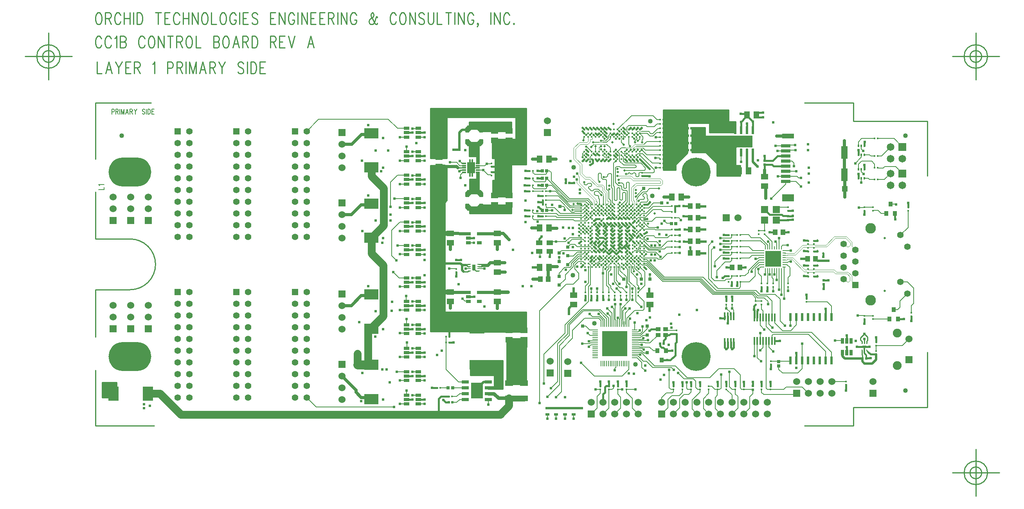
<source format=gbr>
*
*
G04 PADS 9.2 Build Number: 414666 generated Gerber (RS-274-X) file*
G04 PC Version=2.1*
*
%IN "CC1B_080118.pcb"*%
*
%MOIN*%
*
%FSLAX24Y24*%
*
*
*
*
G04 PC Standard Apertures*
*
*
G04 Thermal Relief Aperture macro.*
%AMTER*
1,1,$1,0,0*
1,0,$1-$2,0,0*
21,0,$3,$4,0,0,45*
21,0,$3,$4,0,0,135*
%
*
*
G04 Annular Aperture macro.*
%AMANN*
1,1,$1,0,0*
1,0,$2,0,0*
%
*
*
G04 Odd Aperture macro.*
%AMODD*
1,1,$1,0,0*
1,0,$1-0.005,0,0*
%
*
*
G04 PC Custom Aperture Macros*
*
*
*
*
*
*
G04 PC Aperture Table*
*
%ADD010C,0.001*%
%ADD013R,0.06X0.06*%
%ADD014C,0.06*%
%ADD021R,0.065X0.065*%
%ADD022C,0.065*%
%ADD024R,0.022X0.02*%
%ADD025C,0.02*%
%ADD026C,0.04*%
%ADD028C,0.01*%
%ADD029C,0.007*%
%ADD030C,0.05*%
%ADD031C,0.015*%
%ADD032C,0.005*%
%ADD033C,0.03*%
%ADD035C,0.025*%
%ADD038C,0.019*%
%ADD040C,0.024*%
%ADD043R,0.032X0.024*%
%ADD044R,0.009X0.045*%
%ADD045R,0.045X0.009*%
%ADD046R,0.215X0.215*%
%ADD049R,0.045X0.025*%
%ADD050R,0.03X0.03*%
%ADD052C,0.016*%
%ADD053R,0.035X0.04*%
%ADD054R,0.02X0.022*%
%ADD063C,0.008*%
%ADD064C,0.012*%
%ADD093R,0.04X0.045*%
%ADD109R,0.028X0.028*%
%ADD138R,0.06X0.05*%
%ADD144R,0.09X0.12*%
%ADD148R,0.025X0.045*%
%ADD197R,0.016X0.018*%
%ADD199R,0.018X0.016*%
%ADD202R,0.052X0.041*%
%ADD203R,0.07874X0.02756*%
%ADD204R,0.10236X0.05906*%
%ADD205R,0.10236X0.03937*%
%ADD206R,0.04724X0.04724*%
%ADD207R,0.05512X0.1063*%
%ADD208R,0.024X0.07*%
%ADD209R,0.15X0.1*%
%ADD231C,0.0045*%
%ADD232C,0.0041*%
%ADD285R,0.011X0.018*%
%ADD286R,0.05X0.06*%
%ADD287R,0.01654X0.02362*%
%ADD306C,0.075*%
%ADD313R,0.065X0.05*%
%ADD314R,0.06X0.063*%
%ADD315R,0.039X0.035*%
%ADD316R,0.015X0.07*%
%ADD317R,0.059X0.031*%
%ADD318R,0.103X0.138*%
%ADD319R,0.034X0.012*%
%ADD320R,0.065X0.095*%
%ADD321R,0.02X0.01*%
%ADD322R,0.0275X0.051*%
%ADD323R,0.009X0.025*%
%ADD324R,0.025X0.009*%
%ADD325R,0.135X0.135*%
%ADD326R,0.12X0.09*%
%ADD327R,0.04X0.028*%
%ADD328R,0.126X0.079*%
%ADD329C,0.246*%
%ADD330R,0.055X0.055*%
%ADD331C,0.055*%
%ADD332O,0.364X0.246*%
%ADD333C,0.09*%
*
*
*
*
G04 PC Circuitry*
G04 Layer Name CC1B_080118.pcb - circuitry*
%LPD*%
*
*
G04 PC Custom Flashes*
G04 Layer Name CC1B_080118.pcb - flashes*
%LPD*%
*
*
G04 PC Circuitry*
G04 Layer Name CC1B_080118.pcb - circuitry*
%LPD*%
*
G54D10*
G54D13*
G01X41000Y45000D03*
Y39000D03*
Y31250D03*
Y25250D03*
X62250Y21029D03*
X79750Y22779D03*
X58750Y24500D03*
X73750Y37750D03*
X58500Y45000D03*
X86250Y22779D03*
X60250Y24470D03*
X21500Y37529D03*
Y28279D03*
X23000Y37529D03*
Y28279D03*
X24500D03*
Y37529D03*
X68250Y21029D03*
X89291Y25644D03*
G54D14*
X41000Y44000D03*
Y43000D03*
Y42000D03*
Y38000D03*
Y37000D03*
Y36000D03*
Y30250D03*
Y29250D03*
Y28250D03*
Y24250D03*
Y23250D03*
Y22250D03*
X62250Y22029D03*
X63250Y21029D03*
Y22029D03*
X64250Y21029D03*
Y22029D03*
X65250Y21029D03*
Y22029D03*
X66250Y21029D03*
Y22029D03*
X79750Y23779D03*
X80750Y22779D03*
Y23779D03*
X81750Y22779D03*
Y23779D03*
X82750Y22779D03*
Y23779D03*
X58750Y25500D03*
X74750Y37750D03*
X58500Y46000D03*
X86250Y23779D03*
X60250Y25470D03*
X21500Y38529D03*
Y39529D03*
Y29279D03*
Y30279D03*
X23000Y38529D03*
Y39529D03*
Y29279D03*
Y30279D03*
X24500Y29279D03*
Y30279D03*
Y38529D03*
Y39529D03*
X68250Y22029D03*
X69250Y21029D03*
Y22029D03*
X70250Y21029D03*
Y22029D03*
X71250Y21029D03*
Y22029D03*
X72250Y21029D03*
Y22029D03*
X73250Y21029D03*
Y22029D03*
X74250Y21029D03*
Y22029D03*
X75250Y21029D03*
Y22029D03*
X76250Y21029D03*
Y22029D03*
X77250Y21029D03*
Y22029D03*
X89291Y27414D03*
G54D21*
X88750Y41529D03*
Y43779D03*
G54D22*
Y40529D03*
X87750Y41529D03*
Y40529D03*
X88750Y42779D03*
X87750Y43779D03*
Y42779D03*
X25500Y22750D02*
X27300Y20950D01*
X49250*
X24456Y22750D02*
X25475D01*
X49250Y20950D02*
X54500D01*
X55250Y21700*
Y22350*
X43500Y28325D02*
X44525Y29350D01*
X43250Y25200D02*
Y28293D01*
X42325Y25200D02*
Y26150D01*
X43525Y36018D02*
Y34675D01*
X44525Y33675*
Y29350*
X43500Y35993D02*
X44575Y37068D01*
X43531Y42011D02*
Y41293D01*
X43531D02*
X44575Y40250D01*
Y37068*
G54D24*
X76000Y23090D03*
Y23410D03*
X50750Y33840D03*
Y34160D03*
X79000Y37565D03*
Y37885D03*
X82025Y32410D03*
Y32090D03*
X82000Y34090D03*
Y34410D03*
X77000Y42290D03*
Y42610D03*
G54D25*
X87250Y31529D03*
Y36029D03*
X20725Y22850D02*
X21543D01*
X52875Y23500D02*
Y23550D01*
X53075Y23750*
X53480*
X58500Y21530D02*
X59250D01*
X60000*
X60750*
X61420*
X61425Y21525*
X60325Y29550D02*
Y30025D01*
X60650Y30350*
X67175Y31675D02*
Y31150D01*
X67250*
X67200Y29800D02*
Y30350D01*
X67250*
X60750Y31150D02*
Y31725D01*
X83626Y26250D02*
Y25950D01*
X83826Y25750*
X84975*
X86500Y26100D02*
Y26112D01*
X84975Y25750D02*
X85340D01*
Y25500*
X85515Y25325*
X86175*
X86500Y25650*
Y26100*
X51600Y33700D02*
X51250D01*
Y33275*
X51375Y33150*
X49525Y33840D02*
X50750D01*
X51100*
X51240Y33700*
X51250*
X58580Y33430D02*
X58650Y33500D01*
X57275D02*
X57850D01*
X71378Y35700D02*
X71975D01*
X71330Y36750D02*
X71925D01*
X71330Y37750D02*
X71925D01*
X71330Y34750D02*
Y34725D01*
X71925*
X71330Y38750D02*
Y38700D01*
X71925*
X80150Y34250D02*
X80670D01*
X82000Y34090D02*
X82450D01*
X81330Y34250D02*
X81490Y34090D01*
X82000*
X51000Y43550D02*
Y45000D01*
X51250Y45250*
X51600*
X51800Y45450*
X52250*
X50500Y43550D02*
X51000D01*
X75500Y42500D02*
Y41750D01*
X75650*
X75500Y43300D02*
Y42500D01*
X74500Y43300D02*
Y41750D01*
X74850*
X74500Y43300D02*
Y43750D01*
X74625Y43875*
X76000Y43300D02*
Y42500D01*
X76400Y42100*
G54D26*
X60669Y32834D03*
X67440Y39606D03*
X67283Y45984D03*
X60748Y42047D03*
X62500Y28750D03*
X66000Y25250D03*
X89000Y44750D03*
Y23000D03*
X22250Y44750D03*
X50138Y29450D02*
X52075D01*
X52500Y29025*
Y28285*
X49525Y31425D02*
X50225D01*
X50250Y31400*
X49525Y31425D02*
Y29450D01*
X50138*
X56500Y29000D02*
Y28150D01*
X52500Y28285D02*
Y28150D01*
X55250*
X52500Y25215D02*
Y25150D01*
X52550Y25200*
X55250Y28150D02*
X56500D01*
X49525Y36400D02*
Y39325D01*
X49725Y39525*
Y42075*
X49525Y33840D02*
Y36400D01*
X50250*
X49525Y33840D02*
Y31425D01*
X49275Y42100D02*
X49725Y42075D01*
G54D28*
X51530Y44410D02*
Y44120D01*
X51530D02*
X51720Y43930D01*
X51720D02*
X52779D01*
X52970Y44120*
X52970D02*
Y44410D01*
X52731*
X52525Y44195*
X52489Y44180*
X52010*
X52010D02*
X51974Y44195D01*
X51974D02*
X51768Y44410D01*
X51768D02*
X51530D01*
X51550Y44100D02*
Y44410D01*
X51600Y44050D02*
Y44410D01*
X51650Y44000D02*
Y44410D01*
X51700Y43950D02*
Y44410D01*
X51750Y43930D02*
Y44410D01*
X51800Y43930D02*
Y44377D01*
X51850Y43930D02*
Y44325D01*
X51900Y43930D02*
Y44273D01*
X51950Y43930D02*
Y44221D01*
X52000Y43930D02*
Y44184D01*
X52050Y43930D02*
Y44180D01*
X52100Y43930D02*
Y44180D01*
X52150Y43930D02*
Y44180D01*
X52200Y43930D02*
Y44180D01*
X52250Y43930D02*
Y44180D01*
X52300Y43930D02*
Y44180D01*
X52350Y43930D02*
Y44180D01*
X52400Y43930D02*
Y44180D01*
X52450Y43930D02*
Y44180D01*
X52500Y43930D02*
Y44184D01*
X52550Y43930D02*
Y44221D01*
X52600Y43930D02*
Y44273D01*
X52650Y43930D02*
Y44325D01*
X52700Y43930D02*
Y44377D01*
X52750Y43930D02*
Y44410D01*
X52800Y43950D02*
Y44410D01*
X52850Y44000D02*
Y44410D01*
X52900Y44050D02*
Y44410D01*
X52950Y44100D02*
Y44410D01*
X51720Y45570D02*
X51530Y45379D01*
Y45090*
X51768*
X51768D02*
X51974Y45304D01*
X51974D02*
X52010Y45320D01*
X52010D02*
X52489D01*
X52525Y45304*
X52525D02*
X52731Y45090D01*
X52970*
Y45379*
X52779Y45570*
X51720*
X51550Y45090D02*
Y45399D01*
X51600Y45090D02*
Y45449D01*
X51650Y45090D02*
Y45499D01*
X51700Y45090D02*
Y45549D01*
X51750Y45090D02*
Y45570D01*
X51800Y45122D02*
Y45570D01*
X51850Y45174D02*
Y45570D01*
X51900Y45226D02*
Y45570D01*
X51950Y45279D02*
Y45570D01*
X52000Y45315D02*
Y45570D01*
X52050Y45320D02*
Y45570D01*
X52100Y45320D02*
Y45570D01*
X52150Y45320D02*
Y45570D01*
X52200Y45320D02*
Y45570D01*
X52250Y45320D02*
Y45570D01*
X52300Y45320D02*
Y45570D01*
X52350Y45320D02*
Y45570D01*
X52400Y45320D02*
Y45570D01*
X52450Y45320D02*
Y45570D01*
X52500Y45315D02*
Y45570D01*
X52550Y45279D02*
Y45570D01*
X52600Y45226D02*
Y45570D01*
X52650Y45174D02*
Y45570D01*
X52700Y45122D02*
Y45570D01*
X52750Y45090D02*
Y45570D01*
X52800Y45090D02*
Y45549D01*
X52850Y45090D02*
Y45499D01*
X52900Y45090D02*
Y45449D01*
X52950Y45090D02*
Y45399D01*
X51530Y38910D02*
Y38620D01*
X51530D02*
X51720Y38430D01*
X51720D02*
X52779D01*
X52970Y38620*
X52970D02*
Y38910D01*
X52731*
X52525Y38695*
X52489Y38680*
X52010*
X52010D02*
X51974Y38695D01*
X51974D02*
X51768Y38910D01*
X51768D02*
X51530D01*
X51550Y38600D02*
Y38910D01*
X51600Y38550D02*
Y38910D01*
X51650Y38500D02*
Y38910D01*
X51700Y38450D02*
Y38910D01*
X51750Y38430D02*
Y38910D01*
X51800Y38430D02*
Y38877D01*
X51850Y38430D02*
Y38825D01*
X51900Y38430D02*
Y38773D01*
X51950Y38430D02*
Y38721D01*
X52000Y38430D02*
Y38684D01*
X52050Y38430D02*
Y38680D01*
X52100Y38430D02*
Y38680D01*
X52150Y38430D02*
Y38680D01*
X52200Y38430D02*
Y38680D01*
X52250Y38430D02*
Y38680D01*
X52300Y38430D02*
Y38680D01*
X52350Y38430D02*
Y38680D01*
X52400Y38430D02*
Y38680D01*
X52450Y38430D02*
Y38680D01*
X52500Y38430D02*
Y38684D01*
X52550Y38430D02*
Y38721D01*
X52600Y38430D02*
Y38773D01*
X52650Y38430D02*
Y38825D01*
X52700Y38430D02*
Y38877D01*
X52750Y38430D02*
Y38910D01*
X52800Y38450D02*
Y38910D01*
X52850Y38500D02*
Y38910D01*
X52900Y38550D02*
Y38910D01*
X52950Y38600D02*
Y38910D01*
X51720Y40070D02*
X51530Y39879D01*
Y39590*
X51768*
X51768D02*
X51974Y39804D01*
X51974D02*
X52010Y39820D01*
X52010D02*
X52489D01*
X52525Y39804*
X52525D02*
X52731Y39590D01*
X52970*
Y39879*
X52779Y40070*
X51720*
X51550Y39590D02*
Y39899D01*
X51600Y39590D02*
Y39949D01*
X51650Y39590D02*
Y39999D01*
X51700Y39590D02*
Y40049D01*
X51750Y39590D02*
Y40070D01*
X51800Y39622D02*
Y40070D01*
X51850Y39674D02*
Y40070D01*
X51900Y39726D02*
Y40070D01*
X51950Y39779D02*
Y40070D01*
X52000Y39815D02*
Y40070D01*
X52050Y39820D02*
Y40070D01*
X52100Y39820D02*
Y40070D01*
X52150Y39820D02*
Y40070D01*
X52200Y39820D02*
Y40070D01*
X52250Y39820D02*
Y40070D01*
X52300Y39820D02*
Y40070D01*
X52350Y39820D02*
Y40070D01*
X52400Y39820D02*
Y40070D01*
X52450Y39820D02*
Y40070D01*
X52500Y39815D02*
Y40070D01*
X52550Y39779D02*
Y40070D01*
X52600Y39726D02*
Y40070D01*
X52650Y39674D02*
Y40070D01*
X52700Y39622D02*
Y40070D01*
X52750Y39590D02*
Y40070D01*
X52800Y39590D02*
Y40049D01*
X52850Y39590D02*
Y39999D01*
X52900Y39590D02*
Y39949D01*
X52950Y39590D02*
Y39899D01*
X20145Y51034D02*
Y50050D01*
X20554*
X21133Y51034D02*
X20860Y50050D01*
X21133Y51034D02*
X21406Y50050D01*
X20963Y50378D02*
X21304D01*
X21713Y51034D02*
X21985Y50565D01*
X21985D02*
Y50050D01*
X22258Y51034D02*
X21985Y50565D01*
X22565Y51034D02*
Y50050D01*
Y51034D02*
X23008D01*
X22565Y50565D02*
X22838D01*
X22565Y50050D02*
X23008D01*
X23315Y51034D02*
Y50050D01*
Y51034D02*
X23622D01*
X23724Y50987*
X23724D02*
X23758Y50940D01*
X23758D02*
X23792Y50846D01*
X23792D02*
Y50753D01*
X23792D02*
X23758Y50659D01*
X23758D02*
X23724Y50612D01*
X23724D02*
X23622Y50565D01*
X23622D02*
X23315D01*
X23554D02*
X23792Y50050D01*
X24883Y50846D02*
X24951Y50893D01*
X24951D02*
X25054Y51034D01*
Y50050*
X26145Y51034D02*
Y50050D01*
Y51034D02*
X26451D01*
X26451D02*
X26554Y50987D01*
X26554D02*
X26588Y50940D01*
X26588D02*
X26622Y50846D01*
X26622D02*
Y50706D01*
X26588Y50612*
X26588D02*
X26554Y50565D01*
X26554D02*
X26451Y50518D01*
X26451D02*
X26145D01*
X26929Y51034D02*
Y50050D01*
Y51034D02*
X27235D01*
X27235D02*
X27338Y50987D01*
X27338D02*
X27372Y50940D01*
X27372D02*
X27406Y50846D01*
X27406D02*
Y50753D01*
X27372Y50659*
X27338Y50612*
X27338D02*
X27235Y50565D01*
X27235D02*
X26929D01*
X27167D02*
X27406Y50050D01*
X27713Y51034D02*
Y50050D01*
X28020Y51034D02*
Y50050D01*
Y51034D02*
X28292Y50050D01*
X28565Y51034D02*
X28292Y50050D01*
X28565Y51034D02*
Y50050D01*
X29145Y51034D02*
X28872Y50050D01*
X29145Y51034D02*
X29417Y50050D01*
X28974Y50378D02*
X29315D01*
X29724Y51034D02*
Y50050D01*
Y51034D02*
X30031D01*
X30133Y50987*
X30133D02*
X30167Y50940D01*
X30167D02*
X30201Y50846D01*
X30201D02*
Y50753D01*
X30201D02*
X30167Y50659D01*
X30167D02*
X30133Y50612D01*
X30133D02*
X30031Y50565D01*
X30031D02*
X29724D01*
X29963D02*
X30201Y50050D01*
X30508Y51034D02*
X30781Y50565D01*
X30781D02*
Y50050D01*
X31054Y51034D02*
X30781Y50565D01*
X32622Y50893D02*
X32554Y50987D01*
X32554D02*
X32451Y51034D01*
X32451D02*
X32315D01*
X32213Y50987*
X32213D02*
X32145Y50893D01*
X32145D02*
Y50800D01*
X32179Y50706*
X32213Y50659*
X32281Y50612*
X32281D02*
X32485Y50518D01*
X32485D02*
X32554Y50471D01*
X32554D02*
X32588Y50425D01*
X32622Y50331*
Y50190*
X32622D02*
X32554Y50096D01*
X32554D02*
X32451Y50050D01*
X32451D02*
X32315D01*
X32213Y50096*
X32213D02*
X32145Y50190D01*
X32929Y51034D02*
Y50050D01*
X33235Y51034D02*
Y50050D01*
Y51034D02*
X33474D01*
X33474D02*
X33576Y50987D01*
X33576D02*
X33645Y50893D01*
X33645D02*
X33679Y50800D01*
X33713Y50659*
Y50425*
X33679Y50284*
X33645Y50190*
X33645D02*
X33576Y50096D01*
X33576D02*
X33474Y50050D01*
X33474D02*
X33235D01*
X34020Y51034D02*
Y50050D01*
Y51034D02*
X34463D01*
X34020Y50565D02*
X34292D01*
X34020Y50050D02*
X34463D01*
X20511Y53000D02*
X20477Y53093D01*
X20477D02*
X20409Y53187D01*
X20409D02*
X20340Y53234D01*
X20340D02*
X20204D01*
X20204D02*
X20136Y53187D01*
X20136D02*
X20068Y53093D01*
X20068D02*
X20034Y53000D01*
X20000Y52859*
Y52625*
X20034Y52484*
X20068Y52390*
X20068D02*
X20136Y52296D01*
X20136D02*
X20204Y52250D01*
X20204D02*
X20340D01*
X20340D02*
X20409Y52296D01*
X20409D02*
X20477Y52390D01*
X20477D02*
X20511Y52484D01*
X21329Y53000D02*
X21295Y53093D01*
X21295D02*
X21227Y53187D01*
X21227D02*
X21159Y53234D01*
X21022*
X21022D02*
X20954Y53187D01*
X20954D02*
X20886Y53093D01*
X20886D02*
X20852Y53000D01*
X20818Y52859*
Y52625*
X20852Y52484*
X20886Y52390*
X20886D02*
X20954Y52296D01*
X20954D02*
X21022Y52250D01*
X21022D02*
X21159D01*
X21227Y52296*
X21227D02*
X21295Y52390D01*
X21295D02*
X21329Y52484D01*
X21636Y53046D02*
X21704Y53093D01*
X21704D02*
X21806Y53234D01*
X21806D02*
Y52250D01*
X22113Y53234D02*
Y52250D01*
Y53234D02*
X22420D01*
X22522Y53187*
X22522D02*
X22556Y53140D01*
X22556D02*
X22590Y53046D01*
X22590D02*
Y52953D01*
X22590D02*
X22556Y52859D01*
X22556D02*
X22522Y52812D01*
X22522D02*
X22420Y52765D01*
X22113D02*
X22420D01*
X22420D02*
X22522Y52718D01*
X22522D02*
X22556Y52671D01*
X22556D02*
X22590Y52578D01*
X22590D02*
Y52437D01*
X22590D02*
X22556Y52343D01*
X22556D02*
X22522Y52296D01*
X22522D02*
X22420Y52250D01*
X22113*
X24193Y53000D02*
X24159Y53093D01*
X24159D02*
X24090Y53187D01*
X24090D02*
X24022Y53234D01*
X24022D02*
X23886D01*
X23818Y53187*
X23818D02*
X23750Y53093D01*
X23750D02*
X23715Y53000D01*
X23715D02*
X23681Y52859D01*
X23681D02*
Y52625D01*
X23681D02*
X23715Y52484D01*
X23715D02*
X23750Y52390D01*
X23750D02*
X23818Y52296D01*
X23818D02*
X23886Y52250D01*
X24022*
X24022D02*
X24090Y52296D01*
X24090D02*
X24159Y52390D01*
X24159D02*
X24193Y52484D01*
X24704Y53234D02*
X24636Y53187D01*
X24636D02*
X24568Y53093D01*
X24568D02*
X24534Y53000D01*
X24500Y52859*
Y52625*
X24534Y52484*
X24568Y52390*
X24568D02*
X24636Y52296D01*
X24636D02*
X24704Y52250D01*
X24704D02*
X24840D01*
X24840D02*
X24909Y52296D01*
X24909D02*
X24977Y52390D01*
X24977D02*
X25011Y52484D01*
X25045Y52625*
Y52859*
X25011Y53000*
X24977Y53093*
X24977D02*
X24909Y53187D01*
X24909D02*
X24840Y53234D01*
X24840D02*
X24704D01*
X25352D02*
Y52250D01*
Y53234D02*
X25829Y52250D01*
Y53234D02*
Y52250D01*
X26375Y53234D02*
Y52250D01*
X26136Y53234D02*
X26613D01*
X26920D02*
Y52250D01*
Y53234D02*
X27227D01*
X27329Y53187*
X27329D02*
X27363Y53140D01*
X27363D02*
X27397Y53046D01*
X27397D02*
Y52953D01*
X27397D02*
X27363Y52859D01*
X27363D02*
X27329Y52812D01*
X27329D02*
X27227Y52765D01*
X27227D02*
X26920D01*
X27159D02*
X27397Y52250D01*
X27909Y53234D02*
X27840Y53187D01*
X27840D02*
X27772Y53093D01*
X27772D02*
X27738Y53000D01*
X27738D02*
X27704Y52859D01*
X27704D02*
Y52625D01*
X27704D02*
X27738Y52484D01*
X27738D02*
X27772Y52390D01*
X27772D02*
X27840Y52296D01*
X27840D02*
X27909Y52250D01*
X28045*
X28113Y52296*
X28113D02*
X28181Y52390D01*
X28181D02*
X28215Y52484D01*
X28215D02*
X28250Y52625D01*
Y52859*
X28215Y53000*
X28215D02*
X28181Y53093D01*
X28181D02*
X28113Y53187D01*
X28113D02*
X28045Y53234D01*
X27909*
X28556D02*
Y52250D01*
X28556D02*
X28965D01*
X30056Y53234D02*
Y52250D01*
Y53234D02*
X30363D01*
X30363D02*
X30465Y53187D01*
X30465D02*
X30500Y53140D01*
X30500D02*
X30534Y53046D01*
X30534D02*
Y52953D01*
X30500Y52859*
X30465Y52812*
X30465D02*
X30363Y52765D01*
X30056D02*
X30363D01*
X30363D02*
X30465Y52718D01*
X30465D02*
X30500Y52671D01*
X30500D02*
X30534Y52578D01*
Y52437*
X30534D02*
X30500Y52343D01*
X30500D02*
X30465Y52296D01*
X30465D02*
X30363Y52250D01*
X30363D02*
X30056D01*
X31045Y53234D02*
X30977Y53187D01*
X30977D02*
X30909Y53093D01*
X30909D02*
X30875Y53000D01*
X30840Y52859*
X30840D02*
Y52625D01*
X30840D02*
X30875Y52484D01*
X30909Y52390*
X30909D02*
X30977Y52296D01*
X30977D02*
X31045Y52250D01*
X31181*
X31181D02*
X31250Y52296D01*
X31250D02*
X31318Y52390D01*
X31318D02*
X31352Y52484D01*
X31386Y52625*
Y52859*
X31352Y53000*
X31318Y53093*
X31318D02*
X31250Y53187D01*
X31250D02*
X31181Y53234D01*
X31181D02*
X31045D01*
X31965D02*
X31693Y52250D01*
X31965Y53234D02*
X32238Y52250D01*
X31795Y52578D02*
X32136D01*
X32545Y53234D02*
Y52250D01*
Y53234D02*
X32852D01*
X32954Y53187*
X32954D02*
X32988Y53140D01*
X32988D02*
X33022Y53046D01*
X33022D02*
Y52953D01*
X33022D02*
X32988Y52859D01*
X32988D02*
X32954Y52812D01*
X32954D02*
X32852Y52765D01*
X32852D02*
X32545D01*
X32784D02*
X33022Y52250D01*
X33329Y53234D02*
Y52250D01*
Y53234D02*
X33568D01*
X33670Y53187*
X33670D02*
X33738Y53093D01*
X33738D02*
X33772Y53000D01*
X33772D02*
X33806Y52859D01*
X33806D02*
Y52625D01*
X33806D02*
X33772Y52484D01*
X33772D02*
X33738Y52390D01*
X33738D02*
X33670Y52296D01*
X33670D02*
X33568Y52250D01*
X33329*
X34897Y53234D02*
Y52250D01*
Y53234D02*
X35204D01*
X35204D02*
X35306Y53187D01*
X35306D02*
X35340Y53140D01*
X35340D02*
X35375Y53046D01*
X35375D02*
Y52953D01*
X35340Y52859*
X35340D02*
X35306Y52812D01*
X35306D02*
X35204Y52765D01*
X35204D02*
X34897D01*
X35136D02*
X35375Y52250D01*
X35681Y53234D02*
Y52250D01*
Y53234D02*
X36125D01*
X35681Y52765D02*
X35954D01*
X35681Y52250D02*
X36125D01*
X36431Y53234D02*
X36704Y52250D01*
X36977Y53234D02*
X36704Y52250D01*
X38340Y53234D02*
X38068Y52250D01*
X38340Y53234D02*
X38613Y52250D01*
X38170Y52578D02*
X38511D01*
X20204Y55234D02*
X20136Y55187D01*
X20136D02*
X20068Y55093D01*
X20068D02*
X20034Y55000D01*
X20000Y54859*
Y54625*
X20034Y54484*
X20068Y54390*
X20068D02*
X20136Y54296D01*
X20136D02*
X20204Y54250D01*
X20204D02*
X20340D01*
X20340D02*
X20409Y54296D01*
X20409D02*
X20477Y54390D01*
X20477D02*
X20511Y54484D01*
X20545Y54625*
Y54859*
X20511Y55000*
X20477Y55093*
X20477D02*
X20409Y55187D01*
X20409D02*
X20340Y55234D01*
X20340D02*
X20204D01*
X20852D02*
Y54250D01*
Y55234D02*
X21159D01*
X21261Y55187*
X21261D02*
X21295Y55140D01*
X21295D02*
X21329Y55046D01*
X21329D02*
Y54953D01*
X21329D02*
X21295Y54859D01*
X21261Y54812*
X21261D02*
X21159Y54765D01*
X21159D02*
X20852D01*
X21090D02*
X21329Y54250D01*
X22147Y55000D02*
X22113Y55093D01*
X22113D02*
X22045Y55187D01*
X22045D02*
X21977Y55234D01*
X21840*
X21840D02*
X21772Y55187D01*
X21772D02*
X21704Y55093D01*
X21704D02*
X21670Y55000D01*
X21636Y54859*
Y54625*
X21670Y54484*
X21704Y54390*
X21704D02*
X21772Y54296D01*
X21772D02*
X21840Y54250D01*
X21840D02*
X21977D01*
X22045Y54296*
X22045D02*
X22113Y54390D01*
X22113D02*
X22147Y54484D01*
X22454Y55234D02*
Y54250D01*
X22931Y55234D02*
Y54250D01*
X22454Y54765D02*
X22931D01*
X23238Y55234D02*
Y54250D01*
X23545Y55234D02*
Y54250D01*
Y55234D02*
X23784D01*
X23886Y55187*
X23886D02*
X23954Y55093D01*
X23954D02*
X23988Y55000D01*
X23988D02*
X24022Y54859D01*
X24022D02*
Y54625D01*
X24022D02*
X23988Y54484D01*
X23988D02*
X23954Y54390D01*
X23954D02*
X23886Y54296D01*
X23886D02*
X23784Y54250D01*
X23545*
X25352Y55234D02*
Y54250D01*
X25113Y55234D02*
X25590D01*
X25897D02*
Y54250D01*
Y55234D02*
X26340D01*
X25897Y54765D02*
X26170D01*
X25897Y54250D02*
X26340D01*
X27159Y55000D02*
X27125Y55093D01*
X27125D02*
X27056Y55187D01*
X27056D02*
X26988Y55234D01*
X26988D02*
X26852D01*
X26784Y55187*
X26784D02*
X26715Y55093D01*
X26715D02*
X26681Y55000D01*
X26681D02*
X26647Y54859D01*
X26647D02*
Y54625D01*
X26647D02*
X26681Y54484D01*
X26681D02*
X26715Y54390D01*
X26715D02*
X26784Y54296D01*
X26784D02*
X26852Y54250D01*
X26988*
X26988D02*
X27056Y54296D01*
X27056D02*
X27125Y54390D01*
X27125D02*
X27159Y54484D01*
X27465Y55234D02*
Y54250D01*
X27943Y55234D02*
Y54250D01*
X27465Y54765D02*
X27943D01*
X28250Y55234D02*
Y54250D01*
Y55234D02*
X28727Y54250D01*
Y55234D02*
Y54250D01*
X29238Y55234D02*
X29170Y55187D01*
X29170D02*
X29102Y55093D01*
X29102D02*
X29068Y55000D01*
X29034Y54859*
Y54625*
X29068Y54484*
X29102Y54390*
X29102D02*
X29170Y54296D01*
X29170D02*
X29238Y54250D01*
X29238D02*
X29375D01*
X29443Y54296*
X29443D02*
X29511Y54390D01*
X29511D02*
X29545Y54484D01*
X29579Y54625*
X29579D02*
Y54859D01*
X29579D02*
X29545Y55000D01*
X29511Y55093*
X29511D02*
X29443Y55187D01*
X29443D02*
X29375Y55234D01*
X29238*
X29886D02*
Y54250D01*
X30295*
X30806Y55234D02*
X30738Y55187D01*
X30738D02*
X30670Y55093D01*
X30670D02*
X30636Y55000D01*
X30602Y54859*
Y54625*
X30636Y54484*
X30670Y54390*
X30670D02*
X30738Y54296D01*
X30738D02*
X30806Y54250D01*
X30806D02*
X30943D01*
X31011Y54296*
X31011D02*
X31079Y54390D01*
X31079D02*
X31113Y54484D01*
X31113D02*
X31147Y54625D01*
X31147D02*
Y54859D01*
X31147D02*
X31113Y55000D01*
X31113D02*
X31079Y55093D01*
X31079D02*
X31011Y55187D01*
X31011D02*
X30943Y55234D01*
X30806*
X31965Y55000D02*
X31931Y55093D01*
X31931D02*
X31863Y55187D01*
X31863D02*
X31795Y55234D01*
X31659*
X31590Y55187*
X31590D02*
X31522Y55093D01*
X31522D02*
X31488Y55000D01*
X31488D02*
X31454Y54859D01*
X31454D02*
Y54625D01*
X31454D02*
X31488Y54484D01*
X31488D02*
X31522Y54390D01*
X31522D02*
X31590Y54296D01*
X31590D02*
X31659Y54250D01*
X31795*
X31863Y54296*
X31863D02*
X31931Y54390D01*
X31931D02*
X31965Y54484D01*
X31965D02*
Y54625D01*
X31795D02*
X31965D01*
X32272Y55234D02*
Y54250D01*
X32579Y55234D02*
Y54250D01*
Y55234D02*
X33022D01*
X32579Y54765D02*
X32852D01*
X32579Y54250D02*
X33022D01*
X33806Y55093D02*
X33738Y55187D01*
X33738D02*
X33636Y55234D01*
X33500*
X33397Y55187*
X33397D02*
X33329Y55093D01*
X33329D02*
Y55000D01*
X33329D02*
X33363Y54906D01*
X33363D02*
X33397Y54859D01*
X33397D02*
X33465Y54812D01*
X33465D02*
X33670Y54718D01*
X33670D02*
X33738Y54671D01*
X33738D02*
X33772Y54625D01*
X33772D02*
X33806Y54531D01*
X33806D02*
Y54390D01*
X33806D02*
X33738Y54296D01*
X33738D02*
X33636Y54250D01*
X33500*
X33397Y54296*
X33397D02*
X33329Y54390D01*
X34897Y55234D02*
Y54250D01*
Y55234D02*
X35340D01*
X34897Y54765D02*
X35170D01*
X34897Y54250D02*
X35340D01*
X35647Y55234D02*
Y54250D01*
Y55234D02*
X36125Y54250D01*
Y55234D02*
Y54250D01*
X36943Y55000D02*
X36909Y55093D01*
X36909D02*
X36840Y55187D01*
X36840D02*
X36772Y55234D01*
X36772D02*
X36636D01*
X36568Y55187*
X36568D02*
X36500Y55093D01*
X36500D02*
X36465Y55000D01*
X36465D02*
X36431Y54859D01*
X36431D02*
Y54625D01*
X36431D02*
X36465Y54484D01*
X36465D02*
X36500Y54390D01*
X36500D02*
X36568Y54296D01*
X36568D02*
X36636Y54250D01*
X36772*
X36772D02*
X36840Y54296D01*
X36840D02*
X36909Y54390D01*
X36909D02*
X36943Y54484D01*
Y54625*
X36772D02*
X36943D01*
X37250Y55234D02*
Y54250D01*
X37556Y55234D02*
Y54250D01*
Y55234D02*
X38034Y54250D01*
Y55234D02*
Y54250D01*
X38340Y55234D02*
Y54250D01*
Y55234D02*
X38784D01*
X38340Y54765D02*
X38613D01*
X38340Y54250D02*
X38784D01*
X39090Y55234D02*
Y54250D01*
Y55234D02*
X39534D01*
X39090Y54765D02*
X39363D01*
X39090Y54250D02*
X39534D01*
X39840Y55234D02*
Y54250D01*
Y55234D02*
X40147D01*
X40147D02*
X40250Y55187D01*
X40250D02*
X40284Y55140D01*
X40284D02*
X40318Y55046D01*
X40318D02*
Y54953D01*
X40284Y54859*
X40250Y54812*
X40250D02*
X40147Y54765D01*
X40147D02*
X39840D01*
X40079D02*
X40318Y54250D01*
X40625Y55234D02*
Y54250D01*
X40931Y55234D02*
Y54250D01*
Y55234D02*
X41409Y54250D01*
Y55234D02*
Y54250D01*
X42227Y55000D02*
X42193Y55093D01*
X42193D02*
X42125Y55187D01*
X42125D02*
X42056Y55234D01*
X42056D02*
X41920D01*
X41852Y55187*
X41852D02*
X41784Y55093D01*
X41784D02*
X41750Y55000D01*
X41715Y54859*
X41715D02*
Y54625D01*
X41715D02*
X41750Y54484D01*
X41784Y54390*
X41784D02*
X41852Y54296D01*
X41852D02*
X41920Y54250D01*
X42056*
X42056D02*
X42125Y54296D01*
X42125D02*
X42193Y54390D01*
X42193D02*
X42227Y54484D01*
Y54625*
X42056D02*
X42227D01*
X44000Y54812D02*
Y54859D01*
X43965Y54906*
X43965D02*
X43931D01*
X43931D02*
X43897Y54859D01*
X43897D02*
X43863Y54765D01*
X43863D02*
X43795Y54531D01*
X43727Y54390*
X43727D02*
X43659Y54296D01*
X43659D02*
X43590Y54250D01*
X43590D02*
X43454D01*
X43454D02*
X43386Y54296D01*
X43386D02*
X43352Y54343D01*
X43352D02*
X43318Y54437D01*
X43318D02*
Y54531D01*
X43352Y54625*
X43386Y54671*
X43386D02*
X43625Y54859D01*
X43659Y54906*
X43693Y55000*
Y55093*
X43693D02*
X43659Y55187D01*
X43659D02*
X43590Y55234D01*
X43590D02*
X43522Y55187D01*
X43522D02*
X43488Y55093D01*
X43488D02*
Y55000D01*
X43488D02*
X43522Y54859D01*
X43522D02*
X43590Y54718D01*
X43590D02*
X43761Y54390D01*
X43761D02*
X43829Y54296D01*
X43829D02*
X43897Y54250D01*
X43897D02*
X43965D01*
X43965D02*
X44000Y54296D01*
X44000D02*
Y54343D01*
X45602Y55000D02*
X45568Y55093D01*
X45568D02*
X45500Y55187D01*
X45500D02*
X45431Y55234D01*
X45431D02*
X45295D01*
X45227Y55187*
X45227D02*
X45159Y55093D01*
X45159D02*
X45125Y55000D01*
X45090Y54859*
X45090D02*
Y54625D01*
X45090D02*
X45125Y54484D01*
X45159Y54390*
X45159D02*
X45227Y54296D01*
X45227D02*
X45295Y54250D01*
X45431*
X45431D02*
X45500Y54296D01*
X45500D02*
X45568Y54390D01*
X45568D02*
X45602Y54484D01*
X46113Y55234D02*
X46045Y55187D01*
X46045D02*
X45977Y55093D01*
X45977D02*
X45943Y55000D01*
X45909Y54859*
Y54625*
X45943Y54484*
X45977Y54390*
X45977D02*
X46045Y54296D01*
X46045D02*
X46113Y54250D01*
X46113D02*
X46250D01*
X46318Y54296*
X46318D02*
X46386Y54390D01*
X46386D02*
X46420Y54484D01*
X46454Y54625*
X46454D02*
Y54859D01*
X46454D02*
X46420Y55000D01*
X46386Y55093*
X46386D02*
X46318Y55187D01*
X46318D02*
X46250Y55234D01*
X46113*
X46761D02*
Y54250D01*
Y55234D02*
X47238Y54250D01*
Y55234D02*
Y54250D01*
X48022Y55093D02*
X47954Y55187D01*
X47954D02*
X47852Y55234D01*
X47715*
X47715D02*
X47613Y55187D01*
X47613D02*
X47545Y55093D01*
X47545D02*
Y55000D01*
X47579Y54906*
X47579D02*
X47613Y54859D01*
X47613D02*
X47681Y54812D01*
X47681D02*
X47886Y54718D01*
X47886D02*
X47954Y54671D01*
X47954D02*
X47988Y54625D01*
X47988D02*
X48022Y54531D01*
X48022D02*
Y54390D01*
X48022D02*
X47954Y54296D01*
X47954D02*
X47852Y54250D01*
X47715*
X47715D02*
X47613Y54296D01*
X47613D02*
X47545Y54390D01*
X48329Y55234D02*
Y54531D01*
X48329D02*
X48363Y54390D01*
X48363D02*
X48431Y54296D01*
X48431D02*
X48534Y54250D01*
X48602*
X48704Y54296*
X48704D02*
X48772Y54390D01*
X48772D02*
X48806Y54531D01*
X48806D02*
Y55234D01*
X49113D02*
Y54250D01*
X49113D02*
X49522D01*
X50068Y55234D02*
Y54250D01*
X49829Y55234D02*
X50306D01*
X50613D02*
Y54250D01*
X50920Y55234D02*
Y54250D01*
Y55234D02*
X51397Y54250D01*
Y55234D02*
Y54250D01*
X52215Y55000D02*
X52181Y55093D01*
X52181D02*
X52113Y55187D01*
X52113D02*
X52045Y55234D01*
X51909*
X51840Y55187*
X51840D02*
X51772Y55093D01*
X51772D02*
X51738Y55000D01*
X51738D02*
X51704Y54859D01*
X51704D02*
Y54625D01*
X51704D02*
X51738Y54484D01*
X51738D02*
X51772Y54390D01*
X51772D02*
X51840Y54296D01*
X51840D02*
X51909Y54250D01*
X52045*
X52113Y54296*
X52113D02*
X52181Y54390D01*
X52181D02*
X52215Y54484D01*
X52215D02*
Y54625D01*
X52045D02*
X52215D01*
X52590Y54296D02*
X52556Y54250D01*
X52556D02*
X52522Y54296D01*
X52522D02*
X52556Y54343D01*
X52556D02*
X52590Y54296D01*
X52590D02*
Y54203D01*
X52590D02*
X52556Y54109D01*
X52556D02*
X52522Y54062D01*
X53681Y55234D02*
Y54250D01*
X53988Y55234D02*
Y54250D01*
Y55234D02*
X54465Y54250D01*
Y55234D02*
Y54250D01*
X55284Y55000D02*
X55250Y55093D01*
X55250D02*
X55181Y55187D01*
X55181D02*
X55113Y55234D01*
X55113D02*
X54977D01*
X54909Y55187*
X54909D02*
X54840Y55093D01*
X54840D02*
X54806Y55000D01*
X54806D02*
X54772Y54859D01*
X54772D02*
Y54625D01*
X54772D02*
X54806Y54484D01*
X54806D02*
X54840Y54390D01*
X54840D02*
X54909Y54296D01*
X54909D02*
X54977Y54250D01*
X55113*
X55113D02*
X55181Y54296D01*
X55181D02*
X55250Y54390D01*
X55250D02*
X55284Y54484D01*
X55625Y54343D02*
X55590Y54296D01*
X55590D02*
X55625Y54250D01*
X55659Y54296*
X55659D02*
X55625Y54343D01*
X85500Y27850D02*
X85775Y27575D01*
X85175Y27325D02*
X85300Y27200D01*
Y27040*
X85175Y27325D02*
Y27525D01*
X85500Y27850*
Y27425D02*
Y27040D01*
X85340Y25750D02*
X85350Y25760D01*
Y26000*
X85700Y27040D02*
Y27225D01*
X85775Y27300*
Y27575*
X85700Y26460D02*
Y26425D01*
X85850Y26275*
X85300Y26460D02*
Y26050D01*
X85350Y26000*
X51600Y33700D02*
X51695Y33795D01*
X51875*
X51600Y33700D02*
X51700Y33600D01*
Y33598*
X51875*
X51375Y33150D02*
X51703D01*
X51703D02*
X51758Y33204D01*
X51758D02*
X51875D01*
X52250Y33350D02*
X52270Y33329D01*
X52270D02*
X52300D01*
X52300D02*
X52425Y33204D01*
X52425D02*
X52624D01*
X52250Y39950D02*
X52580D01*
Y41606*
X52624Y33795D02*
X52900D01*
X53000Y33695*
X52624Y33598D02*
X52903D01*
X53000Y33695*
X50875Y42000D02*
X51420D01*
X51000Y41700D02*
Y41703D01*
X51100Y41803*
X51420*
X52200Y42000D02*
X52580D01*
X52250Y44050D02*
X52275D01*
X52300Y44025*
X52480*
X52580Y44125*
Y42393*
X68375Y41800D02*
X69450D01*
Y42270*
X69450D02*
X70450Y43270D01*
X70450D02*
Y45800D01*
X72300*
Y45025*
X74550*
Y45950*
X73950*
Y46950*
X68375*
Y41800*
X70800Y45450D02*
Y43300D01*
X72020*
X72020D02*
X72925Y42395D01*
X72925D02*
Y41300D01*
X74950*
Y42200*
X74450*
Y43800*
X74950*
Y44700*
X71950*
Y45450*
X70800*
X20575Y23700D02*
Y22400D01*
X21800*
Y23700*
X20575*
X55050Y27450D02*
X56700D01*
Y23550*
X55050*
Y27450*
X55025Y27275D02*
Y26725D01*
X56725*
Y27275*
X55025*
X52475Y42400D02*
X52675D01*
Y44075*
X51850*
Y42975*
X52475*
Y42400*
Y41575D02*
Y41050D01*
X51875*
Y39925*
X52675*
Y41575*
X52475*
X53800Y44450D02*
Y42800D01*
X54050*
Y40175*
X55450*
Y44450*
X53800*
X53825Y40950D02*
Y39550D01*
X55450*
Y40950*
X53825*
X51825Y45400D02*
Y45925D01*
X55450*
Y45125*
X52850*
Y45400*
X51825*
X51875Y38575D02*
Y38125D01*
X55450*
Y38850*
X52825*
Y38575*
X51875*
X48550Y28050D02*
X56700D01*
Y29700*
X49775*
Y39015*
X49775D02*
X49950Y39265D01*
X49950D02*
Y42225D01*
X48550*
Y28050*
Y42800D02*
X49950D01*
Y46300*
X55800*
Y44450*
X55425*
Y42275*
X56700*
Y47075*
X48550*
Y42800*
X53975Y23150D02*
Y24300D01*
X51925*
Y25575*
X54700*
Y23150*
X53975*
X68375Y45939D02*
X74550D01*
X68375Y45849D02*
X74550D01*
X72300Y45759D02*
X74550D01*
X72300Y45669D02*
X74550D01*
X72300Y45579D02*
X74550D01*
X72300Y45489D02*
X74550D01*
X72300Y45399D02*
X74550D01*
X72300Y45309D02*
X74550D01*
X72300Y45219D02*
X74550D01*
X72300Y45129D02*
X74550D01*
X72300Y45039D02*
X74550D01*
X68375Y46929D02*
X73950D01*
X68375Y46839D02*
X73950D01*
X68375Y46749D02*
X73950D01*
X68375Y46659D02*
X73950D01*
X68375Y46569D02*
X73950D01*
X68375Y46479D02*
X73950D01*
X68375Y46389D02*
X73950D01*
X68375Y46299D02*
X73950D01*
X68375Y46209D02*
X73950D01*
X68375Y46119D02*
X73950D01*
X68375Y46029D02*
X73950D01*
X68375Y45759D02*
X70450D01*
X68375Y45669D02*
X70450D01*
X68375Y45579D02*
X70450D01*
X68375Y45489D02*
X70450D01*
X68375Y45399D02*
X70450D01*
X68375Y45309D02*
X70450D01*
X68375Y45219D02*
X70450D01*
X68375Y45129D02*
X70450D01*
X68375Y45039D02*
X70450D01*
X68375Y44949D02*
X70450D01*
X68375Y44859D02*
X70450D01*
X68375Y44769D02*
X70450D01*
X68375Y44679D02*
X70450D01*
X68375Y44589D02*
X70450D01*
X68375Y44499D02*
X70450D01*
X68375Y44409D02*
X70450D01*
X68375Y44319D02*
X70450D01*
X68375Y44229D02*
X70450D01*
X68375Y44139D02*
X70450D01*
X68375Y44049D02*
X70450D01*
X68375Y43959D02*
X70450D01*
X68375Y43869D02*
X70450D01*
X68375Y43779D02*
X70450D01*
X68375Y43689D02*
X70450D01*
X68375Y43599D02*
X70450D01*
X68375Y43509D02*
X70450D01*
X68375Y43419D02*
X70450D01*
X68375Y43329D02*
X70450D01*
X68375Y43239D02*
X70419D01*
X68375Y43149D02*
X70329D01*
X68375Y43059D02*
X70239D01*
X68375Y42969D02*
X70149D01*
X68375Y42879D02*
X70059D01*
X68375Y42789D02*
X69969D01*
X68375Y42699D02*
X69879D01*
X68375Y42609D02*
X69789D01*
X68375Y42519D02*
X69699D01*
X68375Y42429D02*
X69609D01*
X68375Y42339D02*
X69519D01*
X68375Y42249D02*
X69450D01*
X68375Y42159D02*
X69450D01*
X68375Y42069D02*
X69450D01*
X68375Y41979D02*
X69450D01*
X68375Y41889D02*
X69450D01*
X70800Y44629D02*
X74950D01*
X70800Y44539D02*
X74950D01*
X70800Y44449D02*
X74950D01*
X70800Y44359D02*
X74950D01*
X70800Y44269D02*
X74950D01*
X70800Y44179D02*
X74950D01*
X70800Y44089D02*
X74950D01*
X70800Y43999D02*
X74950D01*
X70800Y43909D02*
X74950D01*
X70800Y43819D02*
X74950D01*
X72925Y42199D02*
X74950D01*
X72925Y42109D02*
X74950D01*
X72925Y42019D02*
X74950D01*
X72925Y41929D02*
X74950D01*
X72925Y41839D02*
X74950D01*
X72925Y41749D02*
X74950D01*
X72925Y41659D02*
X74950D01*
X72925Y41569D02*
X74950D01*
X72925Y41479D02*
X74950D01*
X72925Y41389D02*
X74950D01*
X70800Y43729D02*
X74450D01*
X70800Y43639D02*
X74450D01*
X70800Y43549D02*
X74450D01*
X70800Y43459D02*
X74450D01*
X70800Y43369D02*
X74450D01*
X72040Y43279D02*
X74450D01*
X72130Y43189D02*
X74450D01*
X72220Y43099D02*
X74450D01*
X72310Y43009D02*
X74450D01*
X72400Y42919D02*
X74450D01*
X72490Y42829D02*
X74450D01*
X72580Y42739D02*
X74450D01*
X72670Y42649D02*
X74450D01*
X72760Y42559D02*
X74450D01*
X72850Y42469D02*
X74450D01*
X72925Y42379D02*
X74450D01*
X72925Y42289D02*
X74450D01*
X70800Y45439D02*
X71950D01*
X70800Y45349D02*
X71950D01*
X70800Y45259D02*
X71950D01*
X70800Y45169D02*
X71950D01*
X70800Y45079D02*
X71950D01*
X70800Y44989D02*
X71950D01*
X70800Y44899D02*
X71950D01*
X70800Y44809D02*
X71950D01*
X70800Y44719D02*
X71950D01*
X20575Y23659D02*
X21800D01*
X20575Y23569D02*
X21800D01*
X20575Y23479D02*
X21800D01*
X20575Y23389D02*
X21800D01*
X20575Y23299D02*
X21800D01*
X20575Y23209D02*
X21800D01*
X20575Y23119D02*
X21800D01*
X20575Y23029D02*
X21800D01*
X20575Y22939D02*
X21800D01*
X20575Y22849D02*
X21800D01*
X20575Y22759D02*
X21800D01*
X20575Y22669D02*
X21800D01*
X20575Y22579D02*
X21800D01*
X20575Y22489D02*
X21800D01*
X55050Y27419D02*
X56700D01*
X55050Y27329D02*
X56700D01*
X55050Y27239D02*
X56700D01*
X55050Y27149D02*
X56700D01*
X55050Y27059D02*
X56700D01*
X55050Y26969D02*
X56700D01*
X55050Y26879D02*
X56700D01*
X55050Y26789D02*
X56700D01*
X55050Y26699D02*
X56700D01*
X55050Y26609D02*
X56700D01*
X55050Y26519D02*
X56700D01*
X55050Y26429D02*
X56700D01*
X55050Y26339D02*
X56700D01*
X55050Y26249D02*
X56700D01*
X55050Y26159D02*
X56700D01*
X55050Y26069D02*
X56700D01*
X55050Y25979D02*
X56700D01*
X55050Y25889D02*
X56700D01*
X55050Y25799D02*
X56700D01*
X55050Y25709D02*
X56700D01*
X55050Y25619D02*
X56700D01*
X55050Y25529D02*
X56700D01*
X55050Y25439D02*
X56700D01*
X55050Y25349D02*
X56700D01*
X55050Y25259D02*
X56700D01*
X55050Y25169D02*
X56700D01*
X55050Y25079D02*
X56700D01*
X55050Y24989D02*
X56700D01*
X55050Y24899D02*
X56700D01*
X55050Y24809D02*
X56700D01*
X55050Y24719D02*
X56700D01*
X55050Y24629D02*
X56700D01*
X55050Y24539D02*
X56700D01*
X55050Y24449D02*
X56700D01*
X55050Y24359D02*
X56700D01*
X55050Y24269D02*
X56700D01*
X55050Y24179D02*
X56700D01*
X55050Y24089D02*
X56700D01*
X55050Y23999D02*
X56700D01*
X55050Y23909D02*
X56700D01*
X55050Y23819D02*
X56700D01*
X55050Y23729D02*
X56700D01*
X55050Y23639D02*
X56700D01*
X55025Y27264D02*
X56725D01*
X55025Y27174D02*
X56725D01*
X55025Y27084D02*
X56725D01*
X55025Y26994D02*
X56725D01*
X55025Y26904D02*
X56725D01*
X55025Y26814D02*
X56725D01*
X51850Y44019D02*
X52675D01*
X51850Y43929D02*
X52675D01*
X51850Y43839D02*
X52675D01*
X51850Y43749D02*
X52675D01*
X51850Y43659D02*
X52675D01*
X51850Y43569D02*
X52675D01*
X51850Y43479D02*
X52675D01*
X51850Y43389D02*
X52675D01*
X51850Y43299D02*
X52675D01*
X51850Y43209D02*
X52675D01*
X51850Y43119D02*
X52675D01*
X51850Y43029D02*
X52675D01*
X52475Y42939D02*
X52675D01*
X52475Y42849D02*
X52675D01*
X52475Y42759D02*
X52675D01*
X52475Y42669D02*
X52675D01*
X52475Y42579D02*
X52675D01*
X52475Y42489D02*
X52675D01*
X52475Y41544D02*
X52675D01*
X52475Y41454D02*
X52675D01*
X52475Y41364D02*
X52675D01*
X52475Y41274D02*
X52675D01*
X52475Y41184D02*
X52675D01*
X52475Y41094D02*
X52675D01*
X51875Y41004D02*
X52675D01*
X51875Y40914D02*
X52675D01*
X51875Y40824D02*
X52675D01*
X51875Y40734D02*
X52675D01*
X51875Y40644D02*
X52675D01*
X51875Y40554D02*
X52675D01*
X51875Y40464D02*
X52675D01*
X51875Y40374D02*
X52675D01*
X51875Y40284D02*
X52675D01*
X51875Y40194D02*
X52675D01*
X51875Y40104D02*
X52675D01*
X51875Y40014D02*
X52675D01*
X53800Y44404D02*
X55450D01*
X53800Y44314D02*
X55450D01*
X53800Y44224D02*
X55450D01*
X53800Y44134D02*
X55450D01*
X53800Y44044D02*
X55450D01*
X53800Y43954D02*
X55450D01*
X53800Y43864D02*
X55450D01*
X53800Y43774D02*
X55450D01*
X53800Y43684D02*
X55450D01*
X53800Y43594D02*
X55450D01*
X53800Y43504D02*
X55450D01*
X53800Y43414D02*
X55450D01*
X53800Y43324D02*
X55450D01*
X53800Y43234D02*
X55450D01*
X53800Y43144D02*
X55450D01*
X53800Y43054D02*
X55450D01*
X53800Y42964D02*
X55450D01*
X53800Y42874D02*
X55450D01*
X54050Y42784D02*
X55450D01*
X54050Y42694D02*
X55450D01*
X54050Y42604D02*
X55450D01*
X54050Y42514D02*
X55450D01*
X54050Y42424D02*
X55450D01*
X54050Y42334D02*
X55450D01*
X54050Y42244D02*
X55450D01*
X54050Y42154D02*
X55450D01*
X54050Y42064D02*
X55450D01*
X54050Y41974D02*
X55450D01*
X54050Y41884D02*
X55450D01*
X54050Y41794D02*
X55450D01*
X54050Y41704D02*
X55450D01*
X54050Y41614D02*
X55450D01*
X54050Y41524D02*
X55450D01*
X54050Y41434D02*
X55450D01*
X54050Y41344D02*
X55450D01*
X54050Y41254D02*
X55450D01*
X54050Y41164D02*
X55450D01*
X54050Y41074D02*
X55450D01*
X54050Y40984D02*
X55450D01*
X54050Y40894D02*
X55450D01*
X54050Y40804D02*
X55450D01*
X54050Y40714D02*
X55450D01*
X54050Y40624D02*
X55450D01*
X54050Y40534D02*
X55450D01*
X54050Y40444D02*
X55450D01*
X54050Y40354D02*
X55450D01*
X54050Y40264D02*
X55450D01*
X53825Y40899D02*
X55450D01*
X53825Y40809D02*
X55450D01*
X53825Y40719D02*
X55450D01*
X53825Y40629D02*
X55450D01*
X53825Y40539D02*
X55450D01*
X53825Y40449D02*
X55450D01*
X53825Y40359D02*
X55450D01*
X53825Y40269D02*
X55450D01*
X53825Y40179D02*
X55450D01*
X53825Y40089D02*
X55450D01*
X53825Y39999D02*
X55450D01*
X53825Y39909D02*
X55450D01*
X53825Y39819D02*
X55450D01*
X53825Y39729D02*
X55450D01*
X53825Y39639D02*
X55450D01*
X51825Y45844D02*
X55450D01*
X51825Y45754D02*
X55450D01*
X51825Y45664D02*
X55450D01*
X51825Y45574D02*
X55450D01*
X51825Y45484D02*
X55450D01*
X52850Y45394D02*
X55450D01*
X52850Y45304D02*
X55450D01*
X52850Y45214D02*
X55450D01*
X52825Y38844D02*
X55450D01*
X52825Y38754D02*
X55450D01*
X52825Y38664D02*
X55450D01*
X51875Y38574D02*
X55450D01*
X51875Y38484D02*
X55450D01*
X51875Y38394D02*
X55450D01*
X51875Y38304D02*
X55450D01*
X51875Y38214D02*
X55450D01*
X48550Y29669D02*
X56700D01*
X48550Y29579D02*
X56700D01*
X48550Y29489D02*
X56700D01*
X48550Y29399D02*
X56700D01*
X48550Y29309D02*
X56700D01*
X48550Y29219D02*
X56700D01*
X48550Y29129D02*
X56700D01*
X48550Y29039D02*
X56700D01*
X48550Y28949D02*
X56700D01*
X48550Y28859D02*
X56700D01*
X48550Y28769D02*
X56700D01*
X48550Y28679D02*
X56700D01*
X48550Y28589D02*
X56700D01*
X48550Y28499D02*
X56700D01*
X48550Y28409D02*
X56700D01*
X48550Y28319D02*
X56700D01*
X48550Y28229D02*
X56700D01*
X48550Y28139D02*
X56700D01*
X48550Y42179D02*
X49950D01*
X48550Y42089D02*
X49950D01*
X48550Y41999D02*
X49950D01*
X48550Y41909D02*
X49950D01*
X48550Y41819D02*
X49950D01*
X48550Y41729D02*
X49950D01*
X48550Y41639D02*
X49950D01*
X48550Y41549D02*
X49950D01*
X48550Y41459D02*
X49950D01*
X48550Y41369D02*
X49950D01*
X48550Y41279D02*
X49950D01*
X48550Y41189D02*
X49950D01*
X48550Y41099D02*
X49950D01*
X48550Y41009D02*
X49950D01*
X48550Y40919D02*
X49950D01*
X48550Y40829D02*
X49950D01*
X48550Y40739D02*
X49950D01*
X48550Y40649D02*
X49950D01*
X48550Y40559D02*
X49950D01*
X48550Y40469D02*
X49950D01*
X48550Y40379D02*
X49950D01*
X48550Y40289D02*
X49950D01*
X48550Y40199D02*
X49950D01*
X48550Y40109D02*
X49950D01*
X48550Y40019D02*
X49950D01*
X48550Y39929D02*
X49950D01*
X48550Y39839D02*
X49950D01*
X48550Y39749D02*
X49950D01*
X48550Y39659D02*
X49950D01*
X48550Y39569D02*
X49950D01*
X48550Y39479D02*
X49950D01*
X48550Y39389D02*
X49950D01*
X48550Y39299D02*
X49950D01*
X48550Y39209D02*
X49910D01*
X48550Y39119D02*
X49847D01*
X48550Y39029D02*
X49784D01*
X48550Y38939D02*
X49775D01*
X48550Y38849D02*
X49775D01*
X48550Y38759D02*
X49775D01*
X48550Y38669D02*
X49775D01*
X48550Y38579D02*
X49775D01*
X48550Y38489D02*
X49775D01*
X48550Y38399D02*
X49775D01*
X48550Y38309D02*
X49775D01*
X48550Y38219D02*
X49775D01*
X48550Y38129D02*
X49775D01*
X48550Y38039D02*
X49775D01*
X48550Y37949D02*
X49775D01*
X48550Y37859D02*
X49775D01*
X48550Y37769D02*
X49775D01*
X48550Y37679D02*
X49775D01*
X48550Y37589D02*
X49775D01*
X48550Y37499D02*
X49775D01*
X48550Y37409D02*
X49775D01*
X48550Y37319D02*
X49775D01*
X48550Y37229D02*
X49775D01*
X48550Y37139D02*
X49775D01*
X48550Y37049D02*
X49775D01*
X48550Y36959D02*
X49775D01*
X48550Y36869D02*
X49775D01*
X48550Y36779D02*
X49775D01*
X48550Y36689D02*
X49775D01*
X48550Y36599D02*
X49775D01*
X48550Y36509D02*
X49775D01*
X48550Y36419D02*
X49775D01*
X48550Y36329D02*
X49775D01*
X48550Y36239D02*
X49775D01*
X48550Y36149D02*
X49775D01*
X48550Y36059D02*
X49775D01*
X48550Y35969D02*
X49775D01*
X48550Y35879D02*
X49775D01*
X48550Y35789D02*
X49775D01*
X48550Y35699D02*
X49775D01*
X48550Y35609D02*
X49775D01*
X48550Y35519D02*
X49775D01*
X48550Y35429D02*
X49775D01*
X48550Y35339D02*
X49775D01*
X48550Y35249D02*
X49775D01*
X48550Y35159D02*
X49775D01*
X48550Y35069D02*
X49775D01*
X48550Y34979D02*
X49775D01*
X48550Y34889D02*
X49775D01*
X48550Y34799D02*
X49775D01*
X48550Y34709D02*
X49775D01*
X48550Y34619D02*
X49775D01*
X48550Y34529D02*
X49775D01*
X48550Y34439D02*
X49775D01*
X48550Y34349D02*
X49775D01*
X48550Y34259D02*
X49775D01*
X48550Y34169D02*
X49775D01*
X48550Y34079D02*
X49775D01*
X48550Y33989D02*
X49775D01*
X48550Y33899D02*
X49775D01*
X48550Y33809D02*
X49775D01*
X48550Y33719D02*
X49775D01*
X48550Y33629D02*
X49775D01*
X48550Y33539D02*
X49775D01*
X48550Y33449D02*
X49775D01*
X48550Y33359D02*
X49775D01*
X48550Y33269D02*
X49775D01*
X48550Y33179D02*
X49775D01*
X48550Y33089D02*
X49775D01*
X48550Y32999D02*
X49775D01*
X48550Y32909D02*
X49775D01*
X48550Y32819D02*
X49775D01*
X48550Y32729D02*
X49775D01*
X48550Y32639D02*
X49775D01*
X48550Y32549D02*
X49775D01*
X48550Y32459D02*
X49775D01*
X48550Y32369D02*
X49775D01*
X48550Y32279D02*
X49775D01*
X48550Y32189D02*
X49775D01*
X48550Y32099D02*
X49775D01*
X48550Y32009D02*
X49775D01*
X48550Y31919D02*
X49775D01*
X48550Y31829D02*
X49775D01*
X48550Y31739D02*
X49775D01*
X48550Y31649D02*
X49775D01*
X48550Y31559D02*
X49775D01*
X48550Y31469D02*
X49775D01*
X48550Y31379D02*
X49775D01*
X48550Y31289D02*
X49775D01*
X48550Y31199D02*
X49775D01*
X48550Y31109D02*
X49775D01*
X48550Y31019D02*
X49775D01*
X48550Y30929D02*
X49775D01*
X48550Y30839D02*
X49775D01*
X48550Y30749D02*
X49775D01*
X48550Y30659D02*
X49775D01*
X48550Y30569D02*
X49775D01*
X48550Y30479D02*
X49775D01*
X48550Y30389D02*
X49775D01*
X48550Y30299D02*
X49775D01*
X48550Y30209D02*
X49775D01*
X48550Y30119D02*
X49775D01*
X48550Y30029D02*
X49775D01*
X48550Y29939D02*
X49775D01*
X48550Y29849D02*
X49775D01*
X48550Y29759D02*
X49775D01*
X48550Y47044D02*
X56700D01*
X48550Y46954D02*
X56700D01*
X48550Y46864D02*
X56700D01*
X48550Y46774D02*
X56700D01*
X48550Y46684D02*
X56700D01*
X48550Y46594D02*
X56700D01*
X48550Y46504D02*
X56700D01*
X48550Y46414D02*
X56700D01*
X48550Y46324D02*
X56700D01*
X55800Y46234D02*
X56700D01*
X55800Y46144D02*
X56700D01*
X55800Y46054D02*
X56700D01*
X55800Y45964D02*
X56700D01*
X55800Y45874D02*
X56700D01*
X55800Y45784D02*
X56700D01*
X55800Y45694D02*
X56700D01*
X55800Y45604D02*
X56700D01*
X55800Y45514D02*
X56700D01*
X55800Y45424D02*
X56700D01*
X55800Y45334D02*
X56700D01*
X55800Y45244D02*
X56700D01*
X55800Y45154D02*
X56700D01*
X55800Y45064D02*
X56700D01*
X55800Y44974D02*
X56700D01*
X55800Y44884D02*
X56700D01*
X55800Y44794D02*
X56700D01*
X55800Y44704D02*
X56700D01*
X55800Y44614D02*
X56700D01*
X55800Y44524D02*
X56700D01*
X55425Y44434D02*
X56700D01*
X55425Y44344D02*
X56700D01*
X55425Y44254D02*
X56700D01*
X55425Y44164D02*
X56700D01*
X55425Y44074D02*
X56700D01*
X55425Y43984D02*
X56700D01*
X55425Y43894D02*
X56700D01*
X55425Y43804D02*
X56700D01*
X55425Y43714D02*
X56700D01*
X55425Y43624D02*
X56700D01*
X55425Y43534D02*
X56700D01*
X55425Y43444D02*
X56700D01*
X55425Y43354D02*
X56700D01*
X55425Y43264D02*
X56700D01*
X55425Y43174D02*
X56700D01*
X55425Y43084D02*
X56700D01*
X55425Y42994D02*
X56700D01*
X55425Y42904D02*
X56700D01*
X55425Y42814D02*
X56700D01*
X55425Y42724D02*
X56700D01*
X55425Y42634D02*
X56700D01*
X55425Y42544D02*
X56700D01*
X55425Y42454D02*
X56700D01*
X55425Y42364D02*
X56700D01*
X48550Y46234D02*
X49950D01*
X48550Y46144D02*
X49950D01*
X48550Y46054D02*
X49950D01*
X48550Y45964D02*
X49950D01*
X48550Y45874D02*
X49950D01*
X48550Y45784D02*
X49950D01*
X48550Y45694D02*
X49950D01*
X48550Y45604D02*
X49950D01*
X48550Y45514D02*
X49950D01*
X48550Y45424D02*
X49950D01*
X48550Y45334D02*
X49950D01*
X48550Y45244D02*
X49950D01*
X48550Y45154D02*
X49950D01*
X48550Y45064D02*
X49950D01*
X48550Y44974D02*
X49950D01*
X48550Y44884D02*
X49950D01*
X48550Y44794D02*
X49950D01*
X48550Y44704D02*
X49950D01*
X48550Y44614D02*
X49950D01*
X48550Y44524D02*
X49950D01*
X48550Y44434D02*
X49950D01*
X48550Y44344D02*
X49950D01*
X48550Y44254D02*
X49950D01*
X48550Y44164D02*
X49950D01*
X48550Y44074D02*
X49950D01*
X48550Y43984D02*
X49950D01*
X48550Y43894D02*
X49950D01*
X48550Y43804D02*
X49950D01*
X48550Y43714D02*
X49950D01*
X48550Y43624D02*
X49950D01*
X48550Y43534D02*
X49950D01*
X48550Y43444D02*
X49950D01*
X48550Y43354D02*
X49950D01*
X48550Y43264D02*
X49950D01*
X48550Y43174D02*
X49950D01*
X48550Y43084D02*
X49950D01*
X48550Y42994D02*
X49950D01*
X48550Y42904D02*
X49950D01*
X48550Y42814D02*
X49950D01*
X51925Y25489D02*
X54700D01*
X51925Y25399D02*
X54700D01*
X51925Y25309D02*
X54700D01*
X51925Y25219D02*
X54700D01*
X51925Y25129D02*
X54700D01*
X51925Y25039D02*
X54700D01*
X51925Y24949D02*
X54700D01*
X51925Y24859D02*
X54700D01*
X51925Y24769D02*
X54700D01*
X51925Y24679D02*
X54700D01*
X51925Y24589D02*
X54700D01*
X51925Y24499D02*
X54700D01*
X51925Y24409D02*
X54700D01*
X51925Y24319D02*
X54700D01*
X53975Y24229D02*
X54700D01*
X53975Y24139D02*
X54700D01*
X53975Y24049D02*
X54700D01*
X53975Y23959D02*
X54700D01*
X53975Y23869D02*
X54700D01*
X53975Y23779D02*
X54700D01*
X53975Y23689D02*
X54700D01*
X53975Y23599D02*
X54700D01*
X53975Y23509D02*
X54700D01*
X53975Y23419D02*
X54700D01*
X53975Y23329D02*
X54700D01*
X53975Y23239D02*
X54700D01*
X17000Y51500D02*
G75*
G03X17000I-1000J0D01*
G01X16500D02*
G03X16500I-500J0D01*
G01X16000Y53500D02*
Y49500D01*
X14000Y51500D02*
X18000D01*
X96000D02*
G03X96000I-1000J0D01*
G01X95500D02*
G03X95500I-500J0D01*
G01X95000Y53500D02*
Y49500D01*
X93000Y51500D02*
X97000D01*
X96000Y16000D02*
G03X96000I-1000J0D01*
G01X95500D02*
G03X95500I-500J0D01*
G01X95000Y18000D02*
Y14000D01*
X93000Y16000D02*
X97000D01*
X25000Y20000D02*
X20000D01*
Y24750*
Y42750D02*
Y47560D01*
X24750*
X80410Y47559D02*
X84565D01*
Y45985*
X90865*
Y41300*
X80403Y20000D02*
X84568D01*
Y21573*
X90867*
Y26270*
X20000Y27596D02*
Y31614D01*
X22950*
G03X22949Y35940I7J2163*
G01X22950D02*
X20000D01*
Y39956*
G54D29*
X21400Y47006D02*
Y46580D01*
Y47006D02*
X21533D01*
X21533D02*
X21577Y46986D01*
X21592Y46965*
X21592D02*
X21606Y46925D01*
X21606D02*
Y46864D01*
X21606D02*
X21592Y46823D01*
X21592D02*
X21577Y46803D01*
X21533Y46783*
X21400*
X21739Y47006D02*
Y46580D01*
Y47006D02*
X21872D01*
X21872D02*
X21917Y46986D01*
X21931Y46965*
X21931D02*
X21946Y46925D01*
X21946D02*
Y46884D01*
X21946D02*
X21931Y46844D01*
X21931D02*
X21917Y46823D01*
X21917D02*
X21872Y46803D01*
X21872D02*
X21739D01*
X21843D02*
X21946Y46580D01*
X22079Y47006D02*
Y46580D01*
X22212Y47006D02*
Y46580D01*
Y47006D02*
X22330Y46580D01*
X22448Y47006D02*
X22330Y46580D01*
X22448Y47006D02*
Y46580D01*
X22700Y47006D02*
X22581Y46580D01*
X22700Y47006D02*
X22818Y46580D01*
X22626Y46722D02*
X22773D01*
X22951Y47006D02*
Y46580D01*
Y47006D02*
X23084D01*
X23084D02*
X23128Y46986D01*
X23143Y46965*
X23143D02*
X23158Y46925D01*
Y46884*
X23158D02*
X23143Y46844D01*
X23128Y46823*
X23128D02*
X23084Y46803D01*
X22951*
X23054D02*
X23158Y46580D01*
X23290Y47006D02*
X23409Y46803D01*
Y46580*
X23527Y47006D02*
X23409Y46803D01*
X24206Y46945D02*
X24177Y46986D01*
X24133Y47006*
X24133D02*
X24073D01*
X24073D02*
X24029Y46986D01*
X24029D02*
X24000Y46945D01*
X24000D02*
Y46905D01*
X24014Y46864*
X24014D02*
X24029Y46844D01*
X24029D02*
X24059Y46823D01*
X24059D02*
X24147Y46783D01*
X24147D02*
X24177Y46762D01*
X24177D02*
X24192Y46742D01*
X24192D02*
X24206Y46701D01*
X24206D02*
Y46640D01*
X24206D02*
X24177Y46600D01*
X24133Y46580*
X24073*
X24073D02*
X24029Y46600D01*
X24029D02*
X24000Y46640D01*
X24339Y47006D02*
Y46580D01*
X24472Y47006D02*
Y46580D01*
Y47006D02*
X24576D01*
X24576D02*
X24620Y46986D01*
X24650Y46945*
X24650D02*
X24664Y46905D01*
X24664D02*
X24679Y46844D01*
X24679D02*
Y46742D01*
X24679D02*
X24664Y46681D01*
X24664D02*
X24650Y46640D01*
X24650D02*
X24620Y46600D01*
X24576Y46580*
X24472*
X24812Y47006D02*
Y46580D01*
Y47006D02*
X25004D01*
X24812Y46803D02*
X24930D01*
X24812Y46580D02*
X25004D01*
G54D30*
X25475Y22750D02*
X25500D01*
X55250Y22350D02*
X56500D01*
X43250Y28293D02*
X43500D01*
X43250Y25200D02*
X43493D01*
X43500Y25206*
Y28293D02*
Y28325D01*
X43525Y36018D02*
X43500Y36043D01*
Y35993*
Y42043D02*
X43531Y42011D01*
G54D31*
X49250Y20950D02*
Y22325D01*
X49425Y22500*
X50112*
X49625Y22200D02*
X49825Y22000D01*
X50090*
X48675Y23250D02*
X49112D01*
X47500Y22250D02*
X48025D01*
X46500D02*
X47000D01*
X55250Y23650D02*
Y24750D01*
X63000Y23775D02*
Y23388D01*
X63750Y23425D02*
Y23775D01*
X65250D02*
Y23388D01*
X63750D02*
Y23425D01*
X64500Y23388D02*
Y23775D01*
X63250Y22029D02*
Y22700D01*
X63400Y22850*
Y23325*
X63500Y23425*
X63750*
X75250Y23750D02*
Y23388D01*
X73750Y23750D02*
Y23388D01*
X73000Y23750D02*
Y23388D01*
X71500Y23725D02*
Y23388D01*
X69250Y23725D02*
Y23388D01*
X70000Y23725D02*
Y23388D01*
X70750Y23725D02*
Y23388D01*
X74500Y23750D02*
Y23388D01*
X77500Y23750D02*
Y23388D01*
X76750Y23750D02*
Y23388D01*
X76000Y23750D02*
Y23410D01*
X83950Y23025D02*
Y23512D01*
X51780Y31000D02*
X52275D01*
X47500Y24250D02*
X48025D01*
X46500D02*
X47000D01*
X47500Y28250D02*
X48025D01*
X46500D02*
X47000D01*
X47500Y26250D02*
X48025D01*
X46500D02*
X47000D01*
X47500Y30250D02*
X48025D01*
X46500D02*
X47000D01*
X50138Y27625D02*
Y29450D01*
Y27125D02*
X50500D01*
X55200Y26850D02*
Y27350D01*
X55250*
X60650Y30350D02*
X60750D01*
X67200Y28100D02*
X67340Y28240D01*
X67930*
X62244Y30708D02*
X62250Y30714D01*
X62250D02*
Y31112D01*
X61732Y30708D02*
X61750Y30726D01*
Y31112*
X62750D02*
X62755Y31106D01*
X62755D02*
Y30708D01*
X63250Y31112D02*
Y30765D01*
X63250D02*
X63267Y30748D01*
X74250Y26550D02*
X74383Y26683D01*
X74383D02*
Y27162D01*
X73750Y26550D02*
X73872Y26672D01*
Y27162*
X68700Y25600D02*
X68975D01*
X69400Y26025*
Y27050*
X69500Y27150*
Y27862*
X73750Y31000D02*
Y30638D01*
X74250Y31000D02*
Y30638D01*
X73250Y29175D02*
X73616D01*
Y29337*
X74675Y31950D02*
X74676Y31951D01*
Y32279*
X74200Y31950D02*
X74202Y31952D01*
Y32279*
X68250Y25600D02*
X68700D01*
X68620Y26400D02*
X69125D01*
X73872Y29337D02*
X73875Y29334D01*
X73875D02*
Y28750D01*
X74128Y27162D02*
Y26672D01*
X74250Y26550*
X73616Y27162D02*
Y26683D01*
X73616D02*
X73750Y26550D01*
X68570Y27760D02*
X68575Y27755D01*
Y27440*
X68570Y27760D02*
X68580Y27750D01*
X68888*
X69000Y27862*
X69500*
X68090Y27000D02*
Y26825D01*
X68240Y26675*
X68375*
X68620Y26430*
Y26400*
X68410Y27000D02*
Y27275D01*
X68575Y27440*
X79700Y25575D02*
Y26200D01*
X76112Y29887D02*
X76125Y29875D01*
Y29250*
X76112Y29887D02*
Y30224D01*
X76112D02*
X76250Y30362D01*
X76100Y29900D02*
X76112Y29887D01*
X77250Y31475D02*
Y31862D01*
X76750Y31475D02*
Y31862D01*
X77525Y24850D02*
Y25237D01*
X82025Y31675D02*
Y32090D01*
X82200Y29975D02*
Y29275D01*
X80561Y30858D02*
Y31150D01*
X80575Y31164*
Y31175*
X76375Y29250D02*
Y29825D01*
X76425Y29875*
X77875Y27250D02*
X78300D01*
X85850Y26275D02*
X86025Y26100D01*
X86500*
X84875Y26750D02*
X85950D01*
X86500Y27550D02*
Y27138D01*
X84000Y27725D02*
Y27250D01*
Y26725D02*
Y26250D01*
X85500Y28700D02*
Y29112D01*
X89500Y28950D02*
Y29362D01*
X88370Y29100D02*
X88875D01*
X85660Y25750D02*
X85685Y25775D01*
X86025*
X50750Y32750D02*
Y33112D01*
X51780Y36000D02*
X52250D01*
X47500Y39000D02*
X48025D01*
X46500D02*
X47000D01*
X47500Y32250D02*
X48025D01*
X46500D02*
X47000D01*
X47500Y37000D02*
X48025D01*
X46500D02*
X47000D01*
X47500Y35000D02*
X48025D01*
X46500D02*
X47000D01*
X50750Y34160D02*
X51125D01*
Y34150*
X57725Y38650D02*
X57785D01*
X58060Y38375*
X58112Y38323*
X53750Y38250D02*
Y38850D01*
X54000*
X57725Y37875D02*
X58112D01*
X58700Y34421D02*
X58705Y34425D01*
Y34880*
X56625Y37875D02*
X56987D01*
X56600Y38375D02*
X56987D01*
X57725Y39625D02*
X58112D01*
X57725Y39075D02*
X58112D01*
Y38875*
Y39250*
X57795Y35620D02*
Y35956D01*
X57992Y36153*
X58650Y33500D02*
X58725Y33575D01*
X62637Y37637D02*
X62631Y37631D01*
X62637Y37637*
X62637D02*
X62952D01*
X65157Y35118D02*
X65000Y35275D01*
X65000D02*
X65157Y35433D01*
X63937Y34842D02*
X64055Y34960D01*
X62480D02*
X62637Y34803D01*
X62795Y34960D02*
X62952Y34803D01*
X62165Y34015D02*
X62322Y34173D01*
X62165Y34330D02*
X62322Y34488D01*
X62795Y34330D02*
X62952Y34173D01*
X63740Y34960D02*
X63897Y35118D01*
X63110Y34960D02*
X63267Y35118D01*
X63425Y35275D02*
X63582Y35118D01*
X62834Y35275D02*
X62952Y35433D01*
X61220Y35590D02*
X61378Y35748D01*
X62480Y35275D02*
X62637Y35118D01*
X64055Y34960D02*
X64212Y34803D01*
Y35118D02*
X64055Y35275D01*
X64055D02*
X64212Y35433D01*
X64685Y34960D02*
X64842Y34803D01*
X64685Y35275D02*
X64842Y35118D01*
Y35748D02*
X64685Y35590D01*
X64685D02*
X64842Y35433D01*
X62795Y35590D02*
X62952Y35748D01*
X63582D02*
X63425Y35590D01*
X63425D02*
X63582Y35433D01*
X64055Y35590D02*
X64212Y35748D01*
X64055Y35905D02*
X64212Y36063D01*
X64055Y36535D02*
X64212Y36692D01*
X64685Y35905D02*
X64842Y36063D01*
X64685Y36220D02*
X64842Y36378D01*
X64685Y36535D02*
X64842Y36692D01*
X64685Y36850D02*
X64842Y37007D01*
X62165Y35590D02*
X62322Y35748D01*
X62165Y35905D02*
X62322Y36063D01*
X62952Y36692D02*
X62795Y36535D01*
X62952Y36378*
X63582Y37007D02*
X63425Y36850D01*
X63582Y36692*
X63740Y37165D02*
X63897Y37322D01*
X64055Y37165D02*
X64212Y37007D01*
X64055Y36220D02*
X64212Y36378D01*
X63425Y36220D02*
X63582Y36378D01*
X62795Y37165D02*
X62952Y37007D01*
X63425Y35905D02*
X63582Y36063D01*
X62480Y37165D02*
X62637Y37322D01*
X61063Y38937D02*
X61338D01*
X61338D02*
X61378Y38897D01*
X62480Y37480D02*
X62631Y37631D01*
X63740Y37795D02*
X63897Y37637D01*
X64055Y37795D02*
X64212Y37637D01*
X64685Y37795D02*
X64842Y37637D01*
X65000Y37795D02*
X65157Y37637D01*
X65315Y37795D02*
X65472Y37637D01*
X65000Y37165D02*
X65157Y37007D01*
X65472Y35433D02*
X65315Y35275D01*
X65315D02*
X65472Y35118D01*
X65629Y36220D02*
X65787Y36063D01*
X65315Y36850D02*
X65472Y37007D01*
X65315Y36535D02*
X65472Y36692D01*
X64055Y38110D02*
X64212Y37952D01*
X62637Y35748D02*
X62480Y35590D01*
X62480D02*
X62637Y35433D01*
X61378Y33543D02*
X61535Y33700D01*
X62637Y36063D02*
X62795Y35905D01*
X62637Y36378D02*
X62795Y36220D01*
X62637Y36692D02*
X62795Y36850D01*
X62637Y37007*
X62952Y34488D02*
X63110Y34330D01*
X62952Y35118D02*
X63110Y34960D01*
X62952Y35433D02*
X63267Y35748D01*
X62952Y36063D02*
X63267D01*
X62952Y37322D02*
X63110Y37165D01*
X63267Y34803D02*
X63425Y34960D01*
X63267Y35433D02*
X63425Y35275D01*
X63267Y36063D02*
X63425Y35905D01*
X63267Y36378D02*
X63425Y36535D01*
X63267Y36692*
Y37007D02*
X63425Y37165D01*
X63267Y37322*
X63582Y34803D02*
X63740Y34645D01*
X63740D02*
X63937Y34842D01*
X63582Y37322D02*
X63740Y37165D01*
X63582Y37637D02*
X63740Y37795D01*
X63897Y34803D02*
X63937Y34842D01*
X63897Y35433D02*
X64055Y35275D01*
X63897Y35748D02*
X64055Y35590D01*
X63897Y36063D02*
X64055Y35905D01*
X63897Y36378D02*
X64055Y36220D01*
X63897Y36692D02*
X64055Y36850D01*
X63897Y37007D02*
X64055Y37165D01*
X64212Y34803D02*
X64370Y34645D01*
X64370D02*
X64527Y34803D01*
X64212Y37322D02*
X64370Y37165D01*
X64527Y34488D02*
X64685Y34330D01*
X64527Y34803D02*
X64685Y34960D01*
X64527Y35118D02*
X64685Y35275D01*
X64527Y35433D02*
X64685Y35590D01*
X64527Y35748D02*
X64685Y35905D01*
X64527Y36063D02*
X64685Y36220D01*
X64527Y36378*
Y36692D02*
X64685Y36535D01*
X64527Y37007D02*
X64685Y37165D01*
X64527Y37322*
Y37637D02*
X64685Y37795D01*
X64842Y35118D02*
X65000Y35275D01*
X64842Y37322D02*
X65000Y37165D01*
X65157Y34803D02*
X65315Y34960D01*
X65157Y35433D02*
X65315Y35590D01*
X65315D02*
X65157Y35748D01*
Y36063D02*
X65315Y35905D01*
X65157Y36378D02*
X65315Y36220D01*
X65157Y36692D02*
X65315Y36535D01*
X65157Y37322D02*
X65315Y37165D01*
X65472Y34803D02*
X65629Y34645D01*
X65472Y35748D02*
X65629Y35905D01*
X65629D02*
X65472Y36063D01*
Y36378D02*
X65629Y36220D01*
X65472Y37322D02*
X65629Y37165D01*
X65787Y35748D02*
X65944Y35590D01*
X65787Y36378D02*
X65944Y36220D01*
X65787Y36692D02*
X65944Y36535D01*
X65787Y37007D02*
X65944Y36850D01*
X65787Y37322D02*
X65944Y37480D01*
X66102Y36063D02*
X66259Y36220D01*
X66417Y36378D02*
X66574Y36220D01*
X66732Y33543D02*
X66889Y33385D01*
X66732Y36378D02*
X66975Y36500D01*
X66732Y37637D02*
X67007D01*
X66732Y38897D02*
X67047D01*
X67047D02*
X67244Y39094D01*
X73450Y32625D02*
X73600Y32775D01*
Y32779*
X73600D02*
X73926D01*
X70200Y36750D02*
X70670D01*
X70150Y35725D02*
X70670D01*
Y35750*
X70118Y37874D02*
X70670D01*
Y37750*
X70100Y38750D02*
X70670D01*
X73550Y36275D02*
X73554Y36279D01*
X73554D02*
X73926D01*
X73550Y34775D02*
X73554Y34779D01*
X73554D02*
X73926D01*
X73550Y35275D02*
X73554Y35279D01*
X73554D02*
X73926D01*
X73550Y34275D02*
X73554Y34279D01*
X73554D02*
X73926D01*
X73550Y35775D02*
X73554Y35779D01*
X73554D02*
X73926D01*
X73775Y33525D02*
X73779Y33529D01*
X73779D02*
X74234D01*
X69388Y36750D02*
X69775D01*
X69725Y38750D02*
X69388D01*
Y38250*
X74894Y33529D02*
X75370D01*
X75370D02*
X75375Y33525D01*
X71330Y35750D02*
Y35748D01*
X71378Y35700*
X70670Y34750D02*
Y35220D01*
X70675Y35225*
X77450Y36500D02*
X77920D01*
X82000Y34725D02*
Y34410D01*
X80375Y34900D02*
X80680D01*
X80680D02*
X80689Y34891D01*
X80375Y32775D02*
X80680D01*
X80680D02*
X80689Y32766D01*
X80375Y33675D02*
X80382Y33667D01*
X80382D02*
X80689D01*
X80375Y35800D02*
X80681D01*
X80681D02*
X80689Y35792D01*
X79000Y38362D02*
X79388D01*
X79400Y38350*
X78000Y37550D02*
X78015Y37565D01*
X79000*
X77000Y38450D02*
X77450Y38000D01*
X78475*
X78575Y37900*
X78985*
X79000Y37885*
X82025Y32410D02*
X82440D01*
X82450Y32400*
X79000Y37885D02*
X79400D01*
Y37900*
X79000Y37565D02*
X79010Y37575D01*
X79400*
X78580Y36500D02*
X79050D01*
X81189Y34891D02*
X81491D01*
X81491D02*
X81500Y34900D01*
X81189Y35792D02*
X81492D01*
X81492D02*
X81500Y35800D01*
X81189Y32766D02*
X81491D01*
X81491D02*
X81500Y32775D01*
X81189Y33667D02*
X81492D01*
X81492D02*
X81500Y33675D01*
X80670Y34250D02*
X80689Y34269D01*
X85500Y38025D02*
Y38362D01*
X88120Y38100D02*
Y37630D01*
X88125Y37625*
X89250Y38638D02*
Y39000D01*
X47500Y45000D02*
X48025D01*
X46500D02*
X47000D01*
X47500Y43000D02*
X48025D01*
X46500D02*
X47000D01*
X47500Y41000D02*
X48025D01*
X46500D02*
X47000D01*
X56625Y41125D02*
X56987D01*
X57675D02*
X58060D01*
X57725Y40500D02*
X58060D01*
X56600Y40000D02*
X56987D01*
X57675Y41750D02*
X58060D01*
X54000Y45150D02*
X53750D01*
Y45750*
X53875Y43750D02*
Y44350D01*
X54000*
X56625Y41750D02*
X56987D01*
X56575Y40500D02*
X56987D01*
X53750Y41638D02*
X54250D01*
Y41750*
X53750Y42112D02*
X54250D01*
Y42250*
X52250Y45450D02*
X52575D01*
X52875Y45150*
X53750*
X61811Y45433D02*
X61968Y45275D01*
X61496Y45433D02*
X61653Y45275D01*
X61496Y45118D02*
X61653Y44960D01*
X62755Y44803D02*
X62913Y44960D01*
X63385Y44803D02*
X63543Y44645D01*
X62126Y45433D02*
X62283Y45275D01*
X62440Y45433D02*
X62598Y45275D01*
X62755Y45433D02*
X62913Y45275D01*
X63070Y45433D02*
X63228Y45275D01*
X63385Y45433D02*
X63543Y45275D01*
X63700Y45433D02*
X63858Y45275D01*
X64330Y44803D02*
X64488Y44960D01*
X64015Y44803D02*
X64173Y44960D01*
X64960Y45433D02*
X65118Y45275D01*
X64960Y45118D02*
X65118Y44960D01*
X61811Y43543D02*
X61968Y43385D01*
X61811Y43228D02*
X61968Y43070D01*
X62440Y43228D02*
X62598Y43070D01*
X62755Y43228D02*
X62913Y43070D01*
X63700Y43228D02*
X63858Y43070D01*
X61496Y42598D02*
X61653Y42755D01*
X61811Y42598D02*
X61968Y42755D01*
X62126Y42244D02*
X62362Y42401D01*
X62362D02*
Y42677D01*
X62755Y42598D02*
X62913Y42755D01*
X63070Y42598D02*
X63228Y42755D01*
X63385Y42598D02*
X63543Y42755D01*
X63700Y42598D02*
X63858Y42755D01*
X64330Y43228D02*
X64488Y43070D01*
X63385Y45118D02*
X63543Y44960D01*
X66574Y41318D02*
Y41300D01*
X66574D02*
X67165D01*
X67204Y41299*
X60385Y40725D02*
X60771D01*
X60787Y40708*
X60065Y40725D02*
Y41015D01*
X60075Y41025*
X66378Y45275D02*
X66535Y45433D01*
X66378Y42755D02*
X67204Y41929D01*
X66063Y45275D02*
X66220Y45433D01*
X65433Y45275D02*
X65590Y45433D01*
X65748Y42755D02*
X65905Y42598D01*
X65118Y42755D02*
X65275Y42598D01*
X66063Y42755D02*
X66220Y42598D01*
X65748Y45275D02*
X65905Y45433D01*
X65433Y42755D02*
X65590Y42598D01*
X64173Y43070D02*
X64330Y42913D01*
X62598Y44960D02*
X62755Y44803D01*
X62598Y42755D02*
X62755Y42598D01*
X62283Y42755D02*
X62362Y42677D01*
X75500Y46625D02*
X75475Y46475D01*
X76000Y45950*
X74975Y46625D02*
X75500D01*
X75000Y45925D02*
X75375Y46300D01*
Y46475*
X75475*
X72500Y43500D02*
X72650Y44450D01*
X73750Y45500D02*
Y45200D01*
X74500*
X70000Y43500D02*
X70465D01*
X70000Y45000D02*
X70250D01*
X70465Y44785*
Y44750*
X70000Y45500D02*
X70125Y45375D01*
X70465*
X70000Y44000D02*
X70250Y44125D01*
X70465*
X75000Y45200D02*
Y45925D01*
X75500Y45200D02*
Y45775D01*
Y46500D02*
Y46625D01*
X77000Y40450D02*
X77100Y40400D01*
X77000Y41825D02*
Y42290D01*
Y42610D02*
X77709D01*
X77709D02*
X78115Y43015D01*
X78799*
X77000Y42610D02*
Y43000D01*
Y42290D02*
X77625D01*
X77770Y42144*
X77770D02*
X77775Y42149D01*
X78799*
X76000Y45200D02*
Y45950D01*
X76300Y46500D02*
Y46300D01*
X76875*
X76300Y46500D02*
Y46700D01*
X76875*
X85500Y42250D02*
X85505Y41874D01*
Y43874D02*
Y44205D01*
X85505D02*
X85525Y44225D01*
X84994Y43126D02*
X85000Y43500D01*
X84994Y41126D02*
X85000Y41475D01*
G54D32*
X85670Y26825D02*
X85330D01*
Y26675*
X85455*
X85470Y26660*
Y26395*
X85530*
Y26660*
X85544Y26675*
X85544D02*
X85670D01*
Y26825*
X85350Y26675D02*
Y26825D01*
X85375Y26675D02*
Y26825D01*
X85400Y26675D02*
Y26825D01*
X85425Y26675D02*
Y26825D01*
X85450Y26675D02*
Y26825D01*
X85475Y26395D02*
Y26825D01*
X85500Y26395D02*
Y26825D01*
X85525Y26395D02*
Y26825D01*
X85550Y26675D02*
Y26825D01*
X85575Y26675D02*
Y26825D01*
X85600Y26675D02*
Y26825D01*
X85625Y26675D02*
Y26825D01*
X85650Y26675D02*
Y26825D01*
X52128Y41285D02*
Y42715D01*
X52128D02*
X52068D01*
Y42316*
X52053Y42301*
X52053D02*
X51946D01*
X51946D02*
X51931Y42316D01*
X51931D02*
Y42715D01*
X51931D02*
X51871D01*
X51871D02*
Y41285D01*
X51871D02*
X51931D01*
X51931D02*
Y41644D01*
X51931D02*
X51946Y41658D01*
X51946D02*
X52053D01*
X52053D02*
X52068Y41644D01*
Y41285*
X52128*
X51875D02*
Y42715D01*
X51900Y41285D02*
Y42715D01*
X51925Y41285D02*
Y42715D01*
X51950Y41658D02*
Y42301D01*
X51975Y41658D02*
Y42301D01*
X52000Y41658D02*
Y42301D01*
X52025Y41658D02*
Y42301D01*
X52050Y41658D02*
Y42301D01*
X52075Y41285D02*
Y42715D01*
X52100Y41285D02*
Y42715D01*
X52125Y41285D02*
Y42715D01*
X38000Y22429D02*
X38804Y21625D01*
X38804D02*
X45425D01*
X45936Y21899D02*
X45959Y21876D01*
X46500*
X47001Y22624D02*
X47500D01*
X45949Y23876D02*
X46500D01*
X47500Y21876D02*
X48024D01*
X48025Y21875*
X46500Y22624D02*
Y23000D01*
X47500Y23876D02*
X48024D01*
X48025Y23875*
X49388Y23250D02*
X50050D01*
X50388Y22500D02*
X50775D01*
X51025Y22750*
X51520*
X50410Y22000D02*
X50775D01*
X51025Y22250*
X51520*
X50450Y23250D02*
X51520D01*
X53475Y21800D02*
Y22245D01*
X53480Y22250*
X57850Y21950D02*
Y29818D01*
X57850D02*
X59921Y31889D01*
X59921D02*
X60118Y32075D01*
X60697*
X61181Y32559*
Y33031*
X59250Y20600D02*
Y20970D01*
X58500Y20600D02*
Y20970D01*
X58800Y23200D02*
X59375Y23775D01*
Y27000*
X60225Y27850*
Y28650*
X61498Y29923*
X61498D02*
X63000D01*
X63000D02*
X63698Y29225D01*
X63698D02*
Y28685D01*
X58500Y22475D02*
X59525Y23500D01*
Y26850*
X60375Y27700*
Y28603*
X61571Y29800*
X61571D02*
X62891D01*
X63541Y29150*
Y28685*
X59250Y22450D02*
X59700Y22900D01*
Y26525*
X60650Y27475*
Y28150*
X61675Y29175*
X62868*
X62868D02*
X63068Y28975D01*
X63068D02*
Y28685D01*
X58189Y23622D02*
Y26102D01*
X60000Y27913*
Y28622*
X62007Y30629*
X62007D02*
Y31889D01*
X62007D02*
X62165Y32047D01*
Y33700*
X62600Y23125D02*
X62987D01*
X63000Y23112*
X60750Y20600D02*
Y20970D01*
X63750Y23112D02*
X63762Y23100D01*
X64000*
X64125Y23225*
Y23425*
X64500Y23112D02*
X64512Y23100D01*
X64875*
X64500Y23112D02*
Y22700D01*
X64750Y22450*
X65250Y23112D02*
X65262Y23100D01*
X66000*
X65250Y23112D02*
Y22850D01*
X65750Y22350*
Y21529*
X65750D02*
X66250Y21029D01*
X64250D02*
X64750Y21529D01*
X64750D02*
Y22450D01*
X63250Y21029D02*
X63750Y21529D01*
X63750D02*
Y23112D01*
X62250Y21029D02*
X62725Y21504D01*
X62725D02*
Y22500D01*
X63000Y22775*
Y23112*
X60000Y20970D02*
Y20600D01*
X70825Y21450D02*
Y22200D01*
X71500Y22875*
Y23112*
X70825Y21450D02*
X71150Y21125D01*
X71154*
X71154D02*
X71250Y21029D01*
X71804Y22329D02*
Y21475D01*
X71804D02*
X72250Y21029D01*
X71804Y22329D02*
X72250Y22775D01*
Y23112*
X73250Y21029D02*
X72800Y21479D01*
X72800D02*
Y22425D01*
X72975Y22600*
Y23087*
X73000Y23112*
X70375Y23725D02*
Y23225D01*
X70450Y23100*
X70738*
X70750Y23112*
X75250Y21029D02*
X75725Y21504D01*
X75725D02*
Y22475D01*
X76000Y22750*
Y23090*
X74250Y21029D02*
X74725Y21504D01*
X74725D02*
Y22500D01*
X69250Y21029D02*
X69775Y21554D01*
X69775D02*
Y22325D01*
X70125Y22675*
X70550*
X70750Y22875*
Y23112*
X68250Y22029D02*
Y22425D01*
X68625Y22800*
X69125*
X69250Y22925*
Y23112*
X68250Y21029D02*
X68775Y21554D01*
X68775D02*
Y22250D01*
X69100Y22575*
X69725*
X70000Y22850*
Y23112*
X72250Y23388D02*
X72263Y23375D01*
X72512*
X72775Y23112*
X73000*
X73012Y23100*
X73175*
X73300Y23225*
Y24375*
X73750Y23112D02*
X74225Y22637D01*
Y22100*
X74250Y22075*
Y22029*
X75250Y23112D02*
X75978D01*
X76000Y23090*
X74500Y23112D02*
Y22725D01*
X74725Y22500*
X76750Y23112D02*
Y22850D01*
X76925Y22675*
X79725*
Y22754*
X79725D02*
X79750Y22779D01*
X77500Y23112D02*
X78625D01*
X78838Y23325*
X80204*
X80204D02*
X80750Y22779D01*
X82750Y23779D02*
X83941D01*
X83941D02*
X83950Y23788D01*
X45675Y24625D02*
X45676Y24624D01*
X46500*
X51275Y30850D02*
X51475Y30650D01*
X51756*
X51780Y30626*
X45949Y31876D02*
X46500D01*
X47000Y30600D02*
X47523D01*
X45949Y29876D02*
X46500D01*
X47014Y24601D02*
X47513D01*
X47014Y26601D02*
X47513D01*
X45949Y25876D02*
X46500D01*
X46475Y31075D02*
Y30700D01*
X46500Y30675*
Y30624*
X47000Y28625D02*
X47499D01*
X47500Y28624*
X45925Y27900D02*
X46476D01*
X46500Y27876*
X47500D02*
X48024D01*
X48025Y27875*
X46500Y28624D02*
Y29125D01*
X47500Y25876D02*
X48024D01*
X48025Y25875*
X46500Y26624D02*
X46525D01*
Y27100*
X47500Y30624D02*
X47523Y30600D01*
X47500Y29876D02*
X48024D01*
X48025Y29875*
X47500Y31876D02*
X48024D01*
X48025Y31875*
X49862Y27625D02*
Y27125D01*
Y24813*
X50925Y23750*
X51520*
X61375Y25375D02*
X62500Y24250D01*
X64881*
X65431Y24800*
Y25315*
X61475Y27025D02*
X62100D01*
X62153Y27078*
X62153D02*
X62565D01*
X61950Y27900D02*
X62150Y27700D01*
X62556*
X62565Y27708*
X64950Y28685D02*
Y29825D01*
X65125Y30000*
X64950Y28685D02*
X64958D01*
X64000Y30150D02*
X64171Y29978D01*
X64171D02*
Y28685D01*
X63650Y29575D02*
X63850Y29375D01*
X63856*
Y28685*
X64275Y30375D02*
X64278Y30371D01*
X64278D02*
Y29075D01*
X64278D02*
X64328Y29025D01*
X64328D02*
Y28685D01*
X62100Y29550D02*
X62348Y29301D01*
X62348D02*
X62950D01*
X63226Y29025*
Y28685*
X65925Y28825D02*
Y28181D01*
X65935*
X62875Y29550D02*
X63375Y29050D01*
X63383*
X63383D02*
Y28685D01*
X62244Y31732D02*
X62250Y31726D01*
Y31388*
X64409Y31732D02*
X64750Y31391D01*
X64750D02*
Y31388D01*
X63740Y30748D02*
X63750Y30757D01*
X63750D02*
Y31112D01*
X65748Y31732D02*
X65750Y31730D01*
Y31388*
X65748Y30748D02*
X65750Y30750D01*
Y31112*
X65236Y30748D02*
X65250Y30761D01*
X65250D02*
Y31112D01*
X64800Y29025D02*
Y28685D01*
X64801*
X64800Y29025D02*
X64825Y29050D01*
Y30000*
X65551Y30750*
Y31968*
X63622Y30000D02*
X64015Y29606D01*
X64015D02*
Y28685D01*
X61500Y28500D02*
X61781D01*
X62100Y28181*
X62565*
X61750Y31388D02*
Y31929D01*
X62007Y32187*
X62007D02*
Y33543D01*
X62750Y31388D02*
Y31726D01*
X62755Y31732*
X64750Y31112D02*
Y30761D01*
X64750D02*
X64763Y30748D01*
X64250Y31112D02*
Y30750D01*
X64252Y30748*
X66250Y31388D02*
Y31407D01*
X66811Y31968*
X66250Y31112D02*
X66737Y30625D01*
X64013Y28685D02*
X64015D01*
X64643D02*
Y29075D01*
X64643D02*
X64718Y29150D01*
X64718D02*
Y30368D01*
X64718D02*
X64725Y30375D01*
X65116Y28685D02*
X65125D01*
Y29625*
X65500Y30000*
X65273Y28685D02*
X65275Y28687D01*
X65275D02*
Y29183D01*
X65275D02*
X65942Y29850D01*
X65942D02*
X66637D01*
X66737Y29950*
Y30625*
X65431Y28685D02*
Y29031D01*
X65550Y29150*
X65935Y28023D02*
Y28025D01*
X66250*
X66375Y28150*
X65935Y27866D02*
X66416D01*
X66600Y28050*
Y28475*
X65935Y27708D02*
X66425D01*
X66425D02*
X66991Y28275D01*
Y28491*
X67000Y28500*
X65935Y27551D02*
X66450D01*
X66623Y27725*
X66623D02*
X67000D01*
Y27750*
X65935Y27393D02*
X66675D01*
X66675D02*
Y27475D01*
X65935Y27236D02*
X66225D01*
X66275Y27286*
X66900*
X66938Y27300*
X66938D02*
X67075D01*
X65935Y27078D02*
X66300D01*
X66300D02*
X66346Y27125D01*
X66803*
X66803D02*
X66850Y27078D01*
X66850D02*
X67248D01*
X67248D02*
X67930Y27760D01*
X65935Y26763D02*
X66350D01*
X66350D02*
X66381Y26731D01*
X66381D02*
X67206D01*
X67206D02*
X67525Y26413D01*
X67525D02*
X67866D01*
X67866D02*
X67880Y26400D01*
X65935Y26448D02*
X66475D01*
X66475D02*
X66700Y26225D01*
X67000*
Y26250*
X65935Y26291D02*
X66475D01*
X67650Y25116*
X69400*
X70400Y24125*
X72350*
X73100Y24875*
X74400*
X74925Y24350*
Y23250*
X75050Y23125*
X75237*
X75250Y23112*
X65935Y26133D02*
X66341D01*
X66341D02*
X66400Y26075D01*
X65935Y25976D02*
X66200D01*
X66675Y25500*
X66950*
X67475Y24975*
X69075*
X69275Y24775*
X65935Y25818D02*
X66125D01*
X66125D02*
X66543Y25400D01*
X66543D02*
Y24975D01*
X66543D02*
X66550D01*
X66825Y24700*
X69650Y24500D02*
X70125Y24025D01*
X70925*
X71150Y23800*
Y23275*
X71300Y23125*
X71487*
X71500Y23112*
X74000Y24600D02*
Y23350D01*
X74250Y23100*
X74488*
X74500Y23112*
X68875Y24775D02*
Y23250D01*
X69025Y23100*
X69238*
X69250Y23112*
X73750Y30025D02*
X74075Y29700D01*
Y29450*
X74128Y29397*
Y29337*
X74250Y30000D02*
X74350Y29900D01*
X74383Y29866*
X74383D02*
Y29337D01*
X73750Y30362D02*
Y30025D01*
X74250Y30362D02*
Y30000D01*
X68570Y28240D02*
X68650Y28160D01*
X69478*
X69500Y28138*
X78200Y25110D02*
Y24825D01*
X78525Y24500*
X79825*
X80200Y24875*
Y25575*
X83000Y27275D02*
X83601D01*
X83626Y27250*
X77750Y31475D02*
Y31862D01*
X78675Y30850D02*
Y33561D01*
X79000Y31500D02*
Y31862D01*
X76125Y25950D02*
Y27250D01*
X79200Y28550D02*
Y29275D01*
X76650Y26450D02*
X76875Y26675D01*
Y27250*
X76750Y30362D02*
Y29950D01*
X76875Y29825*
Y29250*
X77525Y25513D02*
X78200D01*
X80561Y30582D02*
X82342D01*
X82342D02*
X82700Y30225D01*
Y29275*
X76250Y30638D02*
X76750D01*
X80200Y27000D02*
Y25575D01*
X78200Y25513D02*
X79200D01*
Y25575*
X78200Y25513D02*
Y25490D01*
X76625Y29250D02*
Y28575D01*
X76975Y28225*
X77125Y29250D02*
Y28475D01*
X77625Y27975*
X81000*
X82700Y26275*
Y25575*
X77375Y29250D02*
Y28675D01*
X77675Y28375*
X77875Y29250D02*
Y28775D01*
X78525Y28125*
X79225*
X79700Y28600*
Y29275*
X77625Y27250D02*
Y27700D01*
X77725Y27800*
X80750*
X82200Y26350*
Y25575*
X77375Y27250D02*
Y26700D01*
X77725Y26350*
X77125Y27250D02*
Y23200D01*
X77225Y23100*
X77488*
X77500Y23112*
X76625Y27250D02*
Y27325D01*
X76650Y27350*
Y27900*
X76375Y27250D02*
Y25800D01*
X76700Y25500*
X84925Y29400D02*
X85488D01*
X85500Y29388*
X88000Y29900D02*
X88325D01*
X88525Y30100*
Y30635*
X89179Y31289*
X86250Y29112D02*
X86262Y29100D01*
X87630*
X89500Y29638D02*
Y30250D01*
X89700Y30450*
Y31764*
X85500Y29388D02*
X86250D01*
X86500Y26388D02*
Y26862D01*
X88738*
X88738D02*
X89291Y27414D01*
X45225Y34525D02*
Y36674D01*
X45925Y37374*
X46500*
X45225Y34525D02*
X45650Y34100D01*
X45375Y33125D02*
X45875Y32625D01*
X46500*
Y32624*
X45750Y35375D02*
X45751Y35374D01*
X46500*
X51550Y33400D02*
X51551Y33401D01*
X51551D02*
X51875D01*
X45150Y38675D02*
Y40775D01*
X45749Y41374*
X46500*
X47000Y39350D02*
X47523D01*
X45949Y38626D02*
X46500D01*
X47000Y37350D02*
X47523D01*
X45949Y36626D02*
X46500D01*
X45925Y34650D02*
X46476D01*
X47000Y35375D02*
X47499D01*
X47500Y35374*
X47000Y32600D02*
X47523D01*
X50125Y33400D02*
X50738D01*
X50750Y33388*
X45475Y39375D02*
X46500D01*
Y39374*
X51780Y35626D02*
X52224D01*
X52250Y35600*
X47500Y39374D02*
X47523Y39350D01*
X47500Y38626D02*
X48024D01*
X48025Y38625*
X47500Y32624D02*
X47523Y32600D01*
X47500Y37374D02*
X47523Y37350D01*
X47500Y36626D02*
X48024D01*
X48025Y36625*
X47500Y34626D02*
X48024D01*
X48025Y34625*
X57250Y38225D02*
X57350Y38125D01*
X59258*
X59258D02*
X59431Y37952D01*
X59431D02*
X61378D01*
X57250Y38225D02*
Y38362D01*
X57263Y38375*
X57248Y37700D02*
X57350Y37598D01*
X60708*
X60708D02*
X60826Y37480D01*
X60826D02*
X61850D01*
X62007Y37637*
X57248Y37700D02*
Y37860D01*
X57263Y37875*
X59500Y34375D02*
Y34000D01*
Y32000D02*
X60025Y32525D01*
Y32899*
X60708Y33582*
X60708D02*
Y33818D01*
X60708D02*
X61220Y34330D01*
X61220D02*
X61535D01*
X61535D02*
X61692Y34488D01*
X59500Y32750D02*
Y33028D01*
X59500D02*
X59975Y33503D01*
X59975D02*
X60433D01*
X60433D02*
X60551Y33622D01*
Y33858*
X61181Y34488*
X61378*
X59500Y34750D02*
X59700Y34950D01*
Y34960*
X59700D02*
X62165D01*
X62165D02*
X62322Y34803D01*
X58440Y38375D02*
X58900D01*
X59252Y35720D02*
X60039D01*
X60393Y36050*
X60393D02*
X61378D01*
Y36063*
X59566Y38700D02*
X59567D01*
X59567D02*
X59875D01*
X59975Y38600*
Y38425*
X58388Y38875D02*
X58391Y38622D01*
X59094*
X59606Y38110*
X61535*
X61692Y38267*
X58388Y37875D02*
X59124D01*
X59125Y37874*
X59212*
X59212D02*
X59291Y37795D01*
X61535*
X61692Y37952*
X58388Y39625D02*
X59435D01*
X60438Y38622*
X60787*
X60826Y38582*
X60826D02*
X61378D01*
X58388Y39250D02*
X59563D01*
X59563D02*
X60585Y38228D01*
X60787*
X60826Y38267*
X60826D02*
X61378D01*
X52624Y33401D02*
X53123D01*
X53123D02*
X53125Y33400D01*
X57795Y34880D02*
X57874Y34801D01*
Y34421*
X58705Y35620D02*
X58818Y35733D01*
X58818D02*
X59238D01*
X59238D02*
X59252Y35720D01*
X61850Y36850D02*
X62007Y36692D01*
X61220Y36535D02*
X61378Y36378D01*
X61220Y36850D02*
X61378Y36692D01*
X63697Y32125D02*
Y33125D01*
X63697D02*
X63897Y33325D01*
X63897D02*
Y33543D01*
X63697Y32125D02*
X63897Y31925D01*
X63897D02*
Y31740D01*
X63897D02*
X64250Y31388D01*
X63525Y32000D02*
Y33209D01*
X63525D02*
X63740Y33425D01*
Y33700*
X63740D02*
X63897Y33858D01*
X63525Y32000D02*
Y31990D01*
X63740Y31775*
Y31397*
X63740D02*
X63750Y31388D01*
X61220Y37165D02*
X61378Y37007D01*
X63425Y33385D02*
X63582Y33543D01*
X62480Y33700D02*
X62637Y33858D01*
X65629Y34330D02*
X65787Y34488D01*
X65944Y34330D02*
X66102Y34488D01*
X67244Y32913D02*
Y32500D01*
X67250*
X61535Y36535D02*
X61692Y36378D01*
X61535Y37165D02*
X61692Y37007D01*
X61850Y36535D02*
X62007Y36378D01*
X62795Y38740D02*
X62952Y38582D01*
X63267Y39606D02*
Y38897D01*
X62519Y39921D02*
Y39763D01*
X62519D02*
X62637Y39645D01*
X62637D02*
X62795D01*
X62795D02*
X62874Y39566D01*
X62874D02*
Y39409D01*
X62952Y39330*
X62952D02*
Y38897D01*
X62519Y39921D02*
X62598Y40000D01*
X62795*
X63110Y39685*
X66653Y39724D02*
Y39606D01*
X66653D02*
X66771Y39488D01*
X66653Y39724D02*
X66732Y39803D01*
X66889*
X66889D02*
X67007Y39685D01*
X67007D02*
Y39409D01*
X67007D02*
X67086Y39330D01*
X67086D02*
Y39212D01*
X66102Y39330D02*
X66220Y39448D01*
X66220D02*
Y39527D01*
X66220D02*
X66653Y39960D01*
X66653D02*
X66929D01*
X66929D02*
X67204Y40236D01*
X67204D02*
X67992D01*
X63228Y33525D02*
Y31388D01*
X63250*
X63228Y33525D02*
X63267Y33543D01*
X63425Y33700D02*
X63582Y33858D01*
X63110Y33700D02*
X63267Y33858D01*
X62795Y33700D02*
Y33937D01*
X62874Y34015*
X62874D02*
X63110D01*
X63110D02*
X63267Y34173D01*
X65315Y34330D02*
X65472Y34488D01*
X64370Y34015D02*
X64527Y34173D01*
X63425Y34330D02*
X63582Y34488D01*
X63740Y34330D02*
X63897Y34488D01*
X62480Y34015D02*
X62637Y34173D01*
X62480Y34330D02*
X62637Y34488D01*
X64055Y34330D02*
X64212Y34488D01*
X60315Y35629D02*
X60590Y35905D01*
X60590D02*
X61535D01*
X61535D02*
X61692Y35748D01*
X61850Y34645D02*
X62007Y34803D01*
X60826Y33700D02*
Y33385D01*
X60826D02*
X61181Y33031D01*
X60826Y33700D02*
X61141Y34015D01*
X61141D02*
X61535D01*
X61535D02*
X61692Y33858D01*
X62165Y36850D02*
X62322Y37007D01*
X66259Y36535D02*
X66417Y36692D01*
X66760D02*
X66574Y36878D01*
X66574D02*
Y36850D01*
X66574D02*
X66581D01*
X66581D02*
X66719Y36988D01*
X66719D02*
Y36995D01*
X66719D02*
X66732Y37007D01*
X60629Y38425D02*
X61535D01*
X61692Y38582*
X61850Y38740D02*
X62007Y38582D01*
X63225Y33000D02*
Y33543D01*
X63267*
X63110Y37480D02*
X63267Y37637D01*
X66417Y37322D02*
X66259Y37165D01*
X66259D02*
X66417Y37007D01*
X63740Y38110D02*
X63897Y37952D01*
X63425Y38110D02*
X63582Y37952D01*
X63110Y38110D02*
X63267Y37952D01*
X62795Y38110D02*
X62952Y37952D01*
X62480Y38110D02*
X62637Y37952D01*
X62165Y37795D02*
X62322Y37952D01*
X61850Y38110D02*
X62007Y37952D01*
X61850Y38425D02*
X62007Y38267D01*
X63740Y38425D02*
X63897Y38267D01*
X63425Y38425D02*
X63582Y38267D01*
X63110Y38425D02*
X63267Y38267D01*
X62795Y38425D02*
X62952Y38267D01*
X62480Y38425D02*
X62637Y38267D01*
X62165Y38110D02*
X62322Y38267D01*
X63110Y38740D02*
X63267Y38582D01*
X63740Y38740D02*
X63897Y38582D01*
X64055Y38740D02*
X64212Y38582D01*
X64055Y38425D02*
X64212Y38267D01*
X66259Y39173D02*
X66417Y39330D01*
X66417D02*
X66692D01*
X66692D02*
X66771Y39409D01*
X66771D02*
Y39488D01*
X66023Y39566D02*
X66692Y40236D01*
X60250Y33750D02*
X61145Y34645D01*
X61145D02*
X61535D01*
X61535D02*
X61692Y34803D01*
X60250Y34500D02*
X60261Y34488D01*
X60261D02*
X60708D01*
X60708D02*
X61023Y34803D01*
X61023D02*
X61378D01*
X60250Y35250D02*
X60472Y35472D01*
X60826*
X60826D02*
X61023Y35275D01*
X61023D02*
X62165D01*
X62165D02*
X62322Y35118D01*
X62165Y36535D02*
X62322Y36692D01*
X61535Y36850D02*
X61692Y36692D01*
X62165Y36220D02*
X62322Y36378D01*
X62007Y33858D02*
X62165Y33700D01*
X63582Y34173D02*
X63740Y34015D01*
X63897Y34173D02*
X64055Y34015D01*
X64212Y33543D02*
Y32300D01*
X64212D02*
X64343Y32168D01*
X64343D02*
Y32106D01*
X64343D02*
X64675Y31775D01*
X64863*
X65250Y31388*
X64212Y33858D02*
X64370Y33700D01*
X64370D02*
Y32401D01*
X64370D02*
X64645Y32126D01*
X64212Y34173D02*
X64370Y34330D01*
X64527Y33543D02*
Y32972D01*
X64527D02*
X65000Y32500D01*
X64527Y33858D02*
X64685Y33700D01*
X64685D02*
Y33250D01*
X65236Y32700*
Y31850*
X64527Y37952D02*
X64685Y38110D01*
X64527Y38267D02*
X64685Y38425D01*
X64527Y38582D02*
X64685Y38740D01*
X64527Y38897D02*
X64685Y39055D01*
X64842Y33543D02*
X65000Y33385D01*
X64842Y33858D02*
X65000Y33700D01*
X64842Y34488D02*
X65000Y34330D01*
X64842Y37952D02*
X65000Y38110D01*
X64842Y38267D02*
X65000Y38425D01*
X64842Y38582D02*
X65000Y38740D01*
X64842Y38897D02*
X65157Y39212D01*
X65157D02*
Y39842D01*
Y33543D02*
X65354Y33346D01*
Y32165*
X65551Y31968*
X65157Y33858D02*
X65315Y33700D01*
X65157Y37952D02*
X65315Y38110D01*
X65157Y38267D02*
X65315Y38425D01*
X65157Y38582D02*
X65315Y38740D01*
X65157Y38897D02*
X65315Y39094D01*
X65472Y33543D02*
Y32322D01*
X65472D02*
X66023Y31771D01*
X66023D02*
Y30629D01*
X66023D02*
X66500Y30153D01*
X66500D02*
Y30150D01*
X65472Y33858D02*
X65629Y33700D01*
X65629D02*
Y33110D01*
X65629D02*
X66141Y32598D01*
X66141D02*
Y32047D01*
X66141D02*
X66259Y31929D01*
X66259D02*
Y31732D01*
X65472Y34173D02*
X65629Y34015D01*
X65472Y37952D02*
X65629Y38110D01*
X65472Y38267D02*
X65629Y38425D01*
X65472Y38582D02*
X65629Y38740D01*
X65787Y33543D02*
Y33425D01*
X65866Y33346*
Y33189*
X65787Y33858D02*
X65944Y33700D01*
X65944D02*
Y33464D01*
X65944D02*
X66496Y32913D01*
X66500*
Y32500*
X65787Y34173D02*
X65944Y34015D01*
X65787Y34803D02*
X65944Y34960D01*
X65944D02*
X66181D01*
X66181D02*
X66259Y35039D01*
X66259D02*
Y35196D01*
X66259D02*
X66338Y35275D01*
X66338D02*
X66825D01*
X66825D02*
X67126Y34975D01*
X67952*
X67952D02*
X68070Y34881D01*
X65787Y37637D02*
X65944Y37795D01*
X65787Y37952D02*
X65944Y38110D01*
X65787Y38267D02*
X65944Y38425D01*
X66102Y33543D02*
X66259Y33385D01*
X66102Y33858D02*
X66259Y33700D01*
X66102Y34173D02*
X66259Y34015D01*
X66102Y34803D02*
X66181D01*
X66338Y34960*
X66338D02*
X66850D01*
X66850D02*
X67007Y34803D01*
X67007D02*
X67755D01*
X67755D02*
X68149Y34409D01*
X66102Y35748D02*
X66259Y35590D01*
X66102Y36378D02*
X66259Y36535D01*
X66259D02*
X66102Y36692D01*
Y37007D02*
X66259Y37165D01*
X66102Y37322D02*
X66259Y37480D01*
X66102Y37637D02*
X66259Y37795D01*
X66259D02*
X66850D01*
X67505Y38450*
X68192*
X68192D02*
X68375Y38267D01*
X68375D02*
X69112D01*
X69112D02*
Y38250D01*
X66102Y37952D02*
X66259Y38110D01*
X66102Y38267D02*
X66259Y38425D01*
X66102Y38582D02*
X66259Y38740D01*
X66417Y33543D02*
Y33525D01*
X66811Y33150*
Y31968*
X66417Y33858D02*
X66574Y33700D01*
X66574D02*
X66945D01*
X66945D02*
X68346Y32300D01*
X71497*
X71497D02*
X72597Y31200D01*
X72597D02*
X75975D01*
X76250Y30925*
Y30638*
X66417Y34173D02*
X66574Y34015D01*
X66574D02*
X66968D01*
X66968D02*
X68425Y32559D01*
X71615*
X71615D02*
X72750Y31425D01*
X76100*
X76450Y31075*
X77189*
X77625Y30639*
Y29250*
X66417Y34488D02*
X66574Y34330D01*
X66574D02*
X67834D01*
X67834D02*
X67952Y34212D01*
X67952D02*
X68228D01*
X68228D02*
X68740Y34724D01*
X69086*
X69112Y34750*
X66417Y34803D02*
X66574Y34645D01*
X66417Y35748D02*
X66574Y35590D01*
X66417Y36063D02*
X66574Y35905D01*
X66574D02*
X66811D01*
X66811D02*
X67007Y35700D01*
X67007D02*
X67800D01*
X68075Y35400*
X66417Y36692D02*
X66574Y36850D01*
X66417Y37007D02*
X66445D01*
X66445D02*
X66574Y36878D01*
X66417Y37637D02*
X66574Y37480D01*
X66574D02*
X66850D01*
X66889Y37440*
X66889D02*
X67401D01*
X67401D02*
X67755Y37795D01*
X67755D02*
X69112D01*
Y37750*
X66417Y37952D02*
X66574Y38110D01*
X66574D02*
X66904D01*
X66904D02*
X67519Y38725D01*
X67519D02*
X69102D01*
X69112Y38750*
X66417Y38267D02*
X66574Y38425D01*
X66417Y38582D02*
X66574Y38740D01*
X66417Y38897D02*
Y39015D01*
X66417D02*
X66496Y39094D01*
X66968*
X66968D02*
X67086Y39212D01*
X66732Y33858D02*
X66968D01*
X66968D02*
X68385Y32440D01*
X68385D02*
X71525D01*
X71525D02*
X72665Y31300D01*
X72665D02*
X76025D01*
X76400Y30925*
X76975*
X77300Y30600*
Y30375*
X66732Y34173D02*
X66968D01*
X66968D02*
X68464Y32677D01*
X68464D02*
X69409D01*
X71775*
X72900Y31552*
X76275*
X76602Y31225*
X77900*
X78325Y30800*
Y28950*
X78725Y28550*
X66732Y34488D02*
X66889Y34645D01*
X66732Y35433D02*
X66816D01*
X66816D02*
X67175Y35075D01*
X68475*
X68650Y35250*
X69112*
X66732Y35748D02*
X67283Y35200D01*
X68189*
X68737Y35748*
X69112Y35750*
X66732Y36063D02*
X66889Y36220D01*
X66889D02*
X67559D01*
X67716Y36063*
X67716D02*
X68725D01*
X68925Y36259*
X68925D02*
X69102D01*
X69102D02*
X69112Y36250D01*
X66760Y36692D02*
X66732D01*
X66732D02*
X66841Y36775D01*
X66841D02*
X67673D01*
X67673D02*
X67716Y36732D01*
X67716D02*
X69094D01*
X69112Y36750*
X66732Y37322D02*
X67126Y36925D01*
X67900*
X66732Y38582D02*
X67126D01*
X67126D02*
X67546Y39003D01*
X67546D02*
X67550Y39000D01*
X68250*
X72225Y32548D02*
Y35375D01*
X72550Y35700*
X72225Y32548D02*
X73050Y31723D01*
X74825*
X74952Y31850*
Y32279*
X72475Y32650D02*
Y35000D01*
X72700Y35225*
X72475Y32650D02*
X72750Y32375D01*
X73600*
X73750Y32525*
X74056*
X74056D02*
X74156Y32625D01*
X74156D02*
X74202D01*
Y32779*
X72925Y32675D02*
Y33250D01*
X73650Y33975*
X74077*
X74202Y34100*
Y34279*
X72775Y33600D02*
Y34025D01*
X73300Y34550*
X74100*
X74202Y34652*
Y34779*
X73225Y36025D02*
X74127D01*
X74202Y36100*
Y36279*
X73225Y35025D02*
X74102D01*
X74202Y35125*
Y35279*
X73225Y35525D02*
X74127D01*
X74202Y35600*
Y35779*
X68464Y37480D02*
X68661Y37283D01*
X69054*
Y37255*
X69054D02*
X69060Y37250D01*
X74952Y32779D02*
X74972Y32800D01*
X75350*
X75625Y33075*
Y33250*
X76526Y34151*
X76526D02*
X76825D01*
X74952Y36279D02*
X74972Y36300D01*
X75625*
X75875Y36050*
X76632*
X76632D02*
X77257Y35425D01*
X77257D02*
Y35175D01*
X74952Y35779D02*
X74956Y35775D01*
X74956D02*
X76686D01*
X77061Y35400*
Y35175*
X74952Y35279D02*
X74956Y35275D01*
X74956D02*
X75675D01*
X76000Y34939*
X76825*
X74952Y34779D02*
Y34742D01*
X76825*
X74952Y34279D02*
X74972Y34300D01*
X75704*
X75704D02*
X75950Y34545D01*
X76825*
X74202Y32779D02*
X74676D01*
X74202Y36279D02*
X74676D01*
X74202Y35779D02*
X74676D01*
X74202Y35279D02*
X74676D01*
X74202Y34279D02*
X74676D01*
X74202Y34779D02*
X74676D01*
X74952Y32279D02*
X74956Y32275D01*
X74956D02*
X75700D01*
X76200Y32775*
Y33400*
X76557Y33757*
X76557D02*
X76825D01*
X69388Y37750D02*
X69690D01*
X69690D02*
X69881Y37559D01*
X69388Y36250D02*
X69397Y36259D01*
X69397D02*
X69763D01*
X69388Y34750D02*
X69750D01*
X69763Y34763*
X69388Y35750D02*
Y35725D01*
X69763*
X69388Y35250D02*
X69750D01*
X69763Y35236*
X77575Y39375D02*
X78800Y40600D01*
Y40849*
X75900Y33150D02*
Y33325D01*
X76529Y33954*
X76529D02*
X76825D01*
X76475Y33375D02*
Y33025D01*
X76750Y32750*
Y32138*
X76475Y33375D02*
X76661Y33561D01*
X76825*
X77450Y32900D02*
X77454Y32904D01*
X77454D02*
Y33325D01*
X77050Y32900D02*
X77061Y32911D01*
Y33325*
X77925Y35725D02*
X78045Y35604D01*
X78045D02*
Y35175D01*
X77250Y32138D02*
X77257Y32145D01*
X77257D02*
Y33325D01*
X79000Y32138D02*
X79007Y32145D01*
X79007D02*
Y32650D01*
X79007D02*
X79157Y32800D01*
X79157D02*
Y33500D01*
X76500Y36638D02*
X77000D01*
Y36362D02*
Y36350D01*
X77651Y35700*
X77651D02*
Y35175D01*
X78675Y34939D02*
X78686Y34950D01*
X79225*
X78675Y33757D02*
X78900D01*
X78900D02*
X79157Y33500D01*
X78439Y33325D02*
Y31175D01*
X78450*
X78242Y33325D02*
Y31607D01*
X78242D02*
X78250Y31600D01*
X78045Y33325D02*
Y32454D01*
X78045D02*
X78050Y32450D01*
X77848Y33325D02*
Y32901D01*
X77848D02*
X77850Y32900D01*
X77651Y33325D02*
Y32650D01*
X77651D02*
X77750Y32551D01*
X77750D02*
Y32138D01*
X78242Y35175D02*
Y35975D01*
X78250Y36000*
X77000Y37550D02*
Y36638D01*
X78000Y38450D02*
Y38613D01*
X78025Y38638*
X79000*
X88580Y36269D02*
X89225Y36914D01*
Y38337*
X89250Y38362*
X88580Y32289D02*
X89175D01*
X89700Y31764*
X85050Y38625D02*
X85487D01*
X85500Y38638*
X87750Y38900D02*
X88175D01*
X88200Y38875*
X86250Y38362D02*
X86263Y38375D01*
X86675*
X86950Y38100*
X87380*
X85500Y38638D02*
X86250D01*
X38000Y45129D02*
X39020Y46150D01*
X44949*
X45725Y45374*
X46500*
X51025Y42575D02*
X51200Y42400D01*
Y42393*
X51200D02*
X51420D01*
X47000Y45350D02*
X47523D01*
X45949Y44626D02*
X46500D01*
X47000Y43375D02*
X47523D01*
X45949Y42626D02*
X46500D01*
X47000Y41350D02*
X47523D01*
X45949Y40626D02*
X46500D01*
X50200Y42475D02*
X50775D01*
X51050Y42196*
X51050D02*
X51420D01*
X51100Y41150D02*
Y41400D01*
X51300Y41600*
X51413*
X51413D02*
X51420Y41606D01*
X47500Y45374D02*
X47523Y45350D01*
X47500Y44626D02*
X48024D01*
X48025Y44625*
X47500Y43374D02*
X47523Y43375D01*
X47500Y42626D02*
X48024D01*
X48025Y42625*
X46500Y43374D02*
Y43825D01*
X47500Y41374D02*
X47523Y41350D01*
X47500Y40626D02*
X48024D01*
X48025Y40625*
X57263Y41125D02*
X57275Y41113D01*
Y40975*
X57425Y40825*
X58290*
X58365Y40900*
Y41050*
X58440Y41125*
X59250Y40315*
X59252*
X60315Y39252*
X61889*
X61889D02*
X62165Y38976D01*
Y38740*
X62322Y38582*
X58440Y41750D02*
X58675D01*
X58825Y41600*
Y40925*
X59250Y40500*
X60375Y39370*
X61968*
X61968D02*
X62322Y39015D01*
X62322D02*
Y38897D01*
X58440Y40500D02*
X58870D01*
X60236Y39133*
X60236D02*
X61771D01*
X61771D02*
X62007Y38897D01*
X53325Y42350D02*
X53712D01*
X53750Y42388*
X53050Y41800D02*
Y41803D01*
X53450Y41403*
X53708*
X53708D02*
X53750Y41362D01*
X57250Y40350D02*
X57375Y40225D01*
X58365*
X58440Y40300*
Y40500*
X57250Y40350D02*
Y40487D01*
X57263Y40500*
X58725Y40000D02*
X59212D01*
X59212D02*
X60472Y38740D01*
X61535*
X61692Y38897*
X57263Y41750D02*
X57285Y41728D01*
Y41575*
X57425Y41435*
X58350*
X58440Y41525*
Y41750*
X57263Y40000D02*
X58112D01*
X58388D02*
X58725D01*
X52580Y42196D02*
X53175D01*
X53175D02*
X53325Y42350D01*
X52580Y41803D02*
X53050D01*
Y41800*
X67755Y44606D02*
X68093D01*
X68112Y44625*
X66496Y45118D02*
X67126D01*
X67322Y44921*
X67322D02*
X67480D01*
X67913Y45354*
X68091*
X68112Y45375*
X62834Y41456D02*
Y40944D01*
X62834D02*
X62952Y40826D01*
X62834Y41456D02*
X62913Y41535D01*
X63031*
X63110Y41456*
X63110D02*
Y41141D01*
X63110D02*
X63228Y41023D01*
X63228D02*
X63464D01*
X63464D02*
X63543Y40944D01*
X63543D02*
Y40196D01*
X63543D02*
X63740Y40000D01*
Y39370*
X63897Y39212*
X63897D02*
Y38897D01*
X62007Y40275D02*
Y40354D01*
X62007D02*
X62086Y40433D01*
X62086D02*
X62204D01*
X62204D02*
X62283Y40511D01*
X62007Y40275D02*
X62244Y40039D01*
X62362*
X62519Y40196*
X62519D02*
X62834D01*
X62834D02*
X63189Y39842D01*
Y44173D02*
X63543D01*
X63858Y44488*
Y44645*
X63543Y44015D02*
X63858Y43700D01*
X63858D02*
Y43385D01*
X63464Y44330D02*
X63700Y44566D01*
X63700D02*
Y44724D01*
X63700D02*
X63858Y44960D01*
X62913Y43700D02*
X63070Y43858D01*
X64803Y44370D02*
Y44173D01*
X65000Y43976*
X64133Y42401D02*
Y40472D01*
X64133D02*
X64212Y40393D01*
X64212D02*
Y39291D01*
X64212D02*
X64291Y39212D01*
X64291D02*
X64370D01*
X64370D02*
X64448Y39291D01*
X64448D02*
Y40236D01*
X64448D02*
X64527Y40315D01*
X64527D02*
X64606D01*
X64685Y40236*
Y39330*
X64685D02*
X64763Y39252D01*
X64763D02*
X64842D01*
X64842D02*
X64921Y39330D01*
X64921D02*
Y39842D01*
X64921D02*
X65000Y39921D01*
X65078*
X65078D02*
X65157Y39842D01*
X64133Y42401D02*
X64330Y42598D01*
X64291Y40748D02*
Y42007D01*
X64291D02*
X64409Y42126D01*
X64645*
X64645D02*
X64763Y42007D01*
X64763D02*
X65984D01*
X65984D02*
X66063Y42086D01*
X64291Y40748D02*
X64566Y40472D01*
X64566D02*
X64763D01*
X64763D02*
X64842Y40393D01*
X64842D02*
Y40196D01*
X64842D02*
X64960Y40078D01*
X64960D02*
X65236D01*
X65236D02*
X65315Y40000D01*
Y39094*
X66574Y44173D02*
Y44370D01*
X66574D02*
X66653Y44448D01*
Y43700D02*
X66850Y43503D01*
X66850D02*
X68108D01*
X68108D02*
X68112Y43500D01*
X64606Y40708D02*
X64881D01*
X64881D02*
X65000Y40590D01*
X65000D02*
Y40315D01*
X65078Y40236*
X65078D02*
X65157D01*
X65236Y40315*
Y40708*
X65236D02*
X65315Y40787D01*
X65393*
X65393D02*
X65472Y40708D01*
X65472D02*
Y38897D01*
X66220Y44330D02*
X66378Y44448D01*
X66378D02*
Y44645D01*
X65275Y44803D02*
X65433Y44960D01*
X61575Y44350D02*
X61653Y44645D01*
X61811Y44803D02*
X61968Y44960D01*
X62126Y44803D02*
X62283Y44960D01*
X63070Y45118D02*
X63228Y44960D01*
X62401Y44173D02*
X62952D01*
X62440Y44803D02*
X62598Y44645D01*
X62244Y43779D02*
X62480Y44015D01*
X63385Y43228D02*
X63543Y43070D01*
X61811Y43818D02*
X61850D01*
X61850D02*
X62283Y43385D01*
X61496Y42913D02*
Y43228D01*
X61653Y43385*
X62126Y42519D02*
X62128Y42637D01*
X62128D02*
Y42915D01*
X62128D02*
X62283Y43070D01*
X66535Y43543D02*
X66968Y43110D01*
X66968D02*
X68097D01*
X68112Y43125*
X65590Y43543D02*
X65680D01*
X65078Y41771D02*
X66771D01*
X66771D02*
X66850Y41850D01*
X63070Y44330D02*
X63307D01*
X61653Y40787D02*
Y40629D01*
X61653D02*
X61732Y40551D01*
X61850*
X61968Y40669*
X61968D02*
X62204D01*
X62204D02*
X62283Y40590D01*
X62283D02*
Y40511D01*
X65196Y41496D02*
X65375D01*
X65453Y41575*
X65453D02*
X65521D01*
X65600Y41496*
X65748*
X65826Y41574*
X65826D02*
X65944D01*
X65944D02*
X66023Y41496D01*
X66023D02*
Y41328D01*
X66023D02*
X66102Y41250D01*
X66220*
X66299Y41328*
X66299D02*
Y41535D01*
X66378Y41614*
X66574*
X66574D02*
Y41594D01*
X63307Y41220D02*
X63545D01*
X63650Y41325*
Y41425*
X63750Y41525*
X63901*
X63976Y41450*
Y40315*
X64055Y40236*
Y39055*
X64212Y38897*
X64330Y42598D02*
X64488Y42755D01*
X67750Y42007D02*
X68112Y42000D01*
X67716Y42834D02*
X68027D01*
X68027D02*
X68112Y42750D01*
X66732Y44015D02*
X66968Y44252D01*
X66968D02*
X68110D01*
X68112Y44250*
X65275Y45472D02*
Y45118D01*
X65275D02*
X65433Y44960D01*
X65275Y45472D02*
X65433Y45629D01*
X65433D02*
X66889D01*
X66889D02*
X67007Y45511D01*
X67007D02*
X67598D01*
X67598D02*
X67836Y45750D01*
X67836D02*
X68112D01*
X66063Y43857D02*
X68112D01*
Y43875*
X65944Y44291D02*
X66141Y44488D01*
X66141D02*
Y44566D01*
X65944Y44291D02*
Y44212D01*
X65944D02*
X65984Y44173D01*
X66574Y41594D02*
X66584Y41574D01*
X66584D02*
X67519D01*
X67519D02*
X67598Y41653D01*
X67598D02*
Y41850D01*
X66378Y44960D02*
X67000D01*
X67000D02*
X67244Y44724D01*
X67519*
X67519D02*
X67795Y45000D01*
X68112*
X66378Y44960D02*
X66653Y44645D01*
X66653D02*
Y44448D01*
X66378Y43385D02*
X66535Y43543D01*
X66378Y43070D02*
X67598Y41850D01*
X66220Y44803D02*
X66063Y44960D01*
X66063D02*
X66220Y45118D01*
X66259*
X66063Y44645D02*
X66141Y44566D01*
X66063Y43385D02*
X66220Y43543D01*
Y42913D02*
X66063Y43070D01*
X66063D02*
X66220Y43228D01*
X66614*
X66983Y42858*
X66983D02*
X67440Y42401D01*
X67440D02*
X68085D01*
X68085D02*
X68112Y42375D01*
X65748Y44960D02*
X65905Y44803D01*
X65748Y44645D02*
X65905Y44488D01*
X65748Y43385D02*
X65905Y43543D01*
X65748Y43070D02*
X65905Y42913D01*
X65433Y44645D02*
Y44015D01*
X65433D02*
X65551Y43858D01*
X65433Y43385D02*
X65590Y43543D01*
X65433Y43070D02*
X65590Y42913D01*
X65118Y43385D02*
X65275Y43543D01*
X65118Y43070D02*
X65275Y42913D01*
X64803Y44960D02*
X64960Y44803D01*
X64960D02*
Y44488D01*
X64803Y43385D02*
X64960Y43228D01*
X64960D02*
X65275D01*
X64803Y43070D02*
X64960Y42913D01*
X64960D02*
Y42598D01*
X64960D02*
X65157Y42401D01*
X65157D02*
X66456D01*
X66456D02*
X66850Y42007D01*
X66850D02*
Y41850D01*
X64645Y45118D02*
X64488Y45275D01*
X64488D02*
X65669Y46456D01*
X65669D02*
X67519D01*
X67519D02*
X67851Y46125D01*
X68112*
X64488Y43385D02*
X64645Y43228D01*
X64645D02*
Y42598D01*
X64645D02*
X65000Y42244D01*
X65984*
X66063Y42165*
Y42086*
X64488Y43385D02*
X64803Y43700D01*
X64803D02*
X65157D01*
X64173Y43385D02*
X64330Y43543D01*
X63228Y44645D02*
X63385Y44488D01*
X63228Y43070D02*
X63385Y42913D01*
X63385D02*
X63700D01*
X62913Y44645D02*
X63070Y44803D01*
X62598Y43385D02*
Y43858D01*
X61653Y43070D02*
X61811Y42913D01*
X75000Y42500D02*
Y43300D01*
X78100Y43450D02*
X78797D01*
X78797D02*
X78799Y43448D01*
X77950Y43875D02*
X78792D01*
X78792D02*
X78799Y43881D01*
X78867Y43950*
X78867D02*
X79600D01*
X78799Y43448D02*
X78851Y43500D01*
X79625*
X78799Y42582D02*
Y42575D01*
X79350*
X79500Y42425*
Y42150*
X78799Y41716D02*
X78815Y41700D01*
X78815D02*
X79700D01*
X78799Y41283D02*
X79775D01*
X79908Y41150*
X80100*
X78800Y40849D02*
X78799Y40850D01*
X79675*
X80100Y40425*
X78125Y41275D02*
X78799D01*
Y41283*
X84725Y42375D02*
X85250Y42900D01*
Y43126*
X86375Y42025D02*
X86337D01*
X86362Y42000*
X85250Y40750D02*
X85251D01*
X84994Y43874D02*
X85000Y43879D01*
X85000D02*
Y44225D01*
X85275Y44500*
X86362*
X85250Y43874D02*
Y43600D01*
X85400Y43450*
X85505Y43126D02*
X85950D01*
X86076Y43000*
X86362*
X84994Y41874D02*
Y42300D01*
X85269Y42575*
X86125*
X86375Y42325*
Y42025*
X85250Y41874D02*
Y41675D01*
X85450Y41475*
X85505Y41126D02*
X85825D01*
X85951Y41000*
X86362*
X85250Y41126D02*
Y40751D01*
X85251Y40750*
X86638Y43000D02*
X86970D01*
X87750Y43779*
X86638Y44500D02*
X88029D01*
X88029D02*
X88750Y43779D01*
X86638Y41000D02*
X87220D01*
X87750Y41529*
X86638Y42000D02*
Y41975D01*
X87100*
X87225Y42100*
X88179*
X88179D02*
X88750Y41529D01*
G54D33*
X54375Y23325D02*
Y23250D01*
X53480*
Y22750D02*
X53950D01*
X54325Y22375*
X54975*
X55250Y22350*
X54250Y31400D02*
X55125D01*
G54D35*
X52250Y44050D03*
Y45450D03*
Y38550D03*
Y39950D03*
X21543Y22850D02*
Y22750D01*
X42650Y22425D02*
X43500D01*
Y22293*
X54375Y23500D02*
Y23250D01*
X42650Y31100D02*
X43500D01*
Y31206*
X41000Y24250D02*
X42200Y23050D01*
Y22875*
X42650Y22425*
X41000Y30250D02*
X41800D01*
X42650Y31100*
X50250Y30050D02*
Y30600D01*
X51250Y31375D02*
Y31374D01*
X51780*
X50250Y31400D02*
Y31374D01*
X51250*
Y31375*
X54250Y30025D02*
Y30600D01*
X52720Y31374D02*
X54250D01*
Y31400*
X42650Y38850D02*
X43575D01*
X43500Y38956D02*
X43575Y38881D01*
X43575D02*
Y38850D01*
X41000Y38000D02*
X41800D01*
X42650Y38850*
X50250Y35050D02*
Y35600D01*
Y36400D02*
X51725Y36375D01*
X51754*
X51780Y36374*
X54250Y35050D02*
Y35600D01*
X53000Y33695D02*
X53450D01*
X53654Y33900*
X53654D02*
X54250D01*
X58725Y33575D02*
X59325D01*
X57175Y36875D02*
X57850D01*
X57275Y32500D02*
X57920D01*
X52720Y36374D02*
X54250D01*
Y36400*
X58650Y36875D02*
Y36850D01*
X59300*
X54250Y36400D02*
X54725D01*
X55250Y35875*
X54250Y33100D02*
X54900D01*
X54250Y33900D02*
X54875D01*
X58580Y32500D02*
Y33430D01*
X68450Y39500D02*
X69100D01*
X69900D02*
X70525D01*
X42675Y44850D02*
X43500D01*
Y44956*
X41000Y44000D02*
X41825D01*
X42675Y44850*
X49275Y42900D02*
X49750Y43500D01*
X49275Y42100D02*
X50775D01*
X50875Y42000*
X57250Y42750D02*
X57850D01*
X58650D02*
X59250D01*
X77100Y40400D02*
Y39400D01*
X77000Y41825D02*
Y41250D01*
X83799Y42400D02*
Y41401D01*
X78050Y44700D02*
X78058Y44708D01*
X78996*
X83799Y43330D02*
Y44299D01*
X83800Y44300*
X83799Y43330D02*
Y42400D01*
Y41401D02*
X83838Y41361D01*
X83838D02*
Y40200D01*
X83838D02*
Y39511D01*
X83838D02*
X83850Y39500D01*
G54D38*
X61850Y36850D03*
X61220Y36535D03*
Y36850D03*
Y37165D03*
X60725Y38925D03*
X67625Y38125D03*
X63425Y33385D03*
X62480Y33700D03*
X65000Y33385D03*
X66889D03*
X65866Y33189D03*
X66259Y33385D03*
Y34015D03*
X65944D03*
X65629Y34330D03*
X65944D03*
X66259Y33700D03*
X66889Y34645D03*
X66259Y37480D03*
X67086Y37244D03*
X61535Y36535D03*
Y37165D03*
X61850Y36535D03*
X62795Y38740D03*
X64685Y39055D03*
X63110Y39685D03*
X63425Y34015D03*
X65315D03*
X63425Y33700D03*
X63110D03*
X62795D03*
X65315D03*
X65000D03*
X64370Y34330D03*
X65629Y34015D03*
X65315Y34330D03*
X65000D03*
X64370Y34015D03*
X64055D03*
X63740D03*
X63425Y34330D03*
X63740D03*
X62480Y34015D03*
Y34330D03*
X61535Y33700D03*
X61850Y34330D03*
X64055D03*
X62480Y34960D03*
X62795D03*
X62165Y34015D03*
Y34330D03*
X62795D03*
X63110D03*
X64685D03*
X63740Y34960D03*
X61850Y37795D03*
Y34645D03*
X63110Y34960D03*
X63425Y35275D03*
X62834D03*
X63425Y34960D03*
X61220Y36220D03*
Y35590D03*
X62165Y36850D03*
X66023Y39842D03*
X62480Y35275D03*
X64370Y34960D03*
X65315Y34645D03*
X66259Y34330D03*
X65944Y35275D03*
X66574Y34645D03*
Y35590D03*
X66259D03*
X65629Y34645D03*
X64055Y34960D03*
Y35275D03*
X64685Y34960D03*
X65315D03*
X64685Y35275D03*
X65315Y35590D03*
X66574Y36220D03*
X66975Y36500D03*
X66574Y37165D03*
X65315Y36220D03*
X65944Y36535D03*
X64685Y35590D03*
X62795D03*
X63425D03*
X64055D03*
Y35905D03*
Y36535D03*
X64685Y35905D03*
Y36220D03*
Y36535D03*
X64055Y36850D03*
X64685D03*
X65629Y37795D03*
X62165Y35590D03*
Y35905D03*
X62795D03*
Y36220D03*
Y36850D03*
Y36535D03*
X63425Y36850D03*
X63740Y37165D03*
X64055D03*
Y36220D03*
X63425D03*
X63110Y37165D03*
X62795D03*
X63425Y35905D03*
X62480Y37165D03*
X60629Y38425D03*
X61063Y38937D03*
X63425Y37165D03*
X61850Y38740D03*
X63425Y36535D03*
X63110Y37480D03*
X62480D03*
X63740Y37795D03*
X64055D03*
X64685D03*
X65000D03*
X65315D03*
Y37165D03*
X65000D03*
X64685D03*
X65315Y35275D03*
Y35905D03*
X65629D03*
Y36220D03*
X65944Y35590D03*
X66259Y36220D03*
X65315Y36850D03*
X65944D03*
X65315Y36535D03*
X65629Y37165D03*
X65944Y37480D03*
X64370Y37165D03*
X64055Y38110D03*
X63740D03*
X63425D03*
X63110D03*
X62795D03*
X62480D03*
X62165Y37795D03*
X61850Y38110D03*
X65944Y36220D03*
X61850Y38425D03*
X63740D03*
X63425D03*
X63110D03*
X62795D03*
X62480D03*
X62165Y38110D03*
X63110Y38740D03*
X63740D03*
X64055D03*
Y38425D03*
X65315D03*
Y38740D03*
X64685Y38425D03*
X65000Y38740D03*
Y38425D03*
Y38110D03*
X65315D03*
X65629Y38425D03*
Y38110D03*
Y38740D03*
X64370Y37795D03*
X64685Y38110D03*
Y38740D03*
X66259Y39173D03*
X66574Y38740D03*
X66259D03*
Y38425D03*
X66574D03*
X62480Y35590D03*
X66259Y38110D03*
X67007Y37637D03*
X66023Y39566D03*
X65944Y38425D03*
X67244Y39094D03*
X65944Y37795D03*
Y38110D03*
X62165Y36535D03*
X61535Y36850D03*
X62165Y36220D03*
X78250Y34750D03*
X77750D03*
X77250D03*
Y34250D03*
Y33750D03*
X78250Y34250D03*
Y33750D03*
X77750Y34250D03*
Y33750D03*
X82000Y34725D03*
X81500Y32775D03*
Y34900D03*
Y33675D03*
Y35800D03*
X63385Y43858D03*
X64645Y44803D03*
X64055Y44173D03*
X65551Y43858D03*
X65905Y44488D03*
X66574Y44173D03*
X63779Y40472D03*
X65984Y44173D03*
X67204Y41929D03*
X64606Y40708D03*
X64133Y45748D03*
X64499Y41659D03*
X64488Y41929D03*
X64645Y45118D03*
X66220Y44330D03*
Y44803D03*
X65905D03*
X65275D03*
X61811Y45433D03*
X61496D03*
Y45118D03*
X61575Y44350D03*
X61811Y44803D03*
X62126D03*
X63070Y45118D03*
Y44803D03*
X63385Y44488D03*
X62401Y44173D03*
X62440Y44803D03*
X62755D03*
X63385D03*
X62126Y45433D03*
X62440D03*
X62755D03*
X63070D03*
X63385D03*
X63700D03*
X64330Y44803D03*
X64015D03*
X64960Y45433D03*
X66535D03*
X65905D03*
X64960Y45118D03*
Y44488D03*
X65000Y43976D03*
X66220Y45433D03*
X65590D03*
X64330Y44488D03*
X64645D03*
X62244Y43779D03*
X63385Y43228D03*
X63700Y42913D03*
X63385Y43543D03*
X63070Y43582D03*
Y43858D03*
X62598D03*
X61811Y43818D03*
X61496Y42913D03*
X62126Y42519D03*
X61811Y42913D03*
Y43543D03*
Y43228D03*
X62440D03*
X62755D03*
X63700D03*
X61496Y42598D03*
X61811D03*
X62126Y42244D03*
X62755Y42598D03*
X63070D03*
X63385D03*
X63700D03*
X66535Y43543D03*
X66220D03*
X65905D03*
X65590D03*
X65275D03*
X65078Y41771D03*
X64330Y43543D03*
X66220Y42913D03*
X65905D03*
X65590D03*
X65275D03*
X64330D03*
Y43228D03*
X65275D03*
X66220Y42598D03*
X62952Y40826D03*
X63070Y44330D03*
X61653Y40787D03*
X65275Y42598D03*
X65590D03*
X65905D03*
X65196Y41496D03*
X63779Y40196D03*
X66023Y40118D03*
X63307Y41220D03*
X64566Y40984D03*
X64475Y41300D03*
X64330Y42598D03*
X63385Y45118D03*
X67992Y40236D03*
G54D40*
X20725Y23575D03*
X24150Y21850D03*
Y21500D03*
X25475Y22750D03*
X20725Y22850D03*
Y23200D03*
X24650Y21700D03*
X42650Y22100D03*
Y22425D03*
X45425Y21625D03*
X48025Y21875D03*
X45936Y21899D03*
X48025Y23875D03*
X47001Y22624D03*
X48025Y22250D03*
X47000D03*
X49625Y22200D03*
X46500Y23000D03*
X48675Y23250D03*
X45075Y23700D03*
X45949Y23876D03*
X44500Y22250D03*
X52875Y22500D03*
X52500D03*
X52125D03*
Y23000D03*
X52500D03*
X52875D03*
Y23500D03*
X52500D03*
X52125D03*
X53475Y21800D03*
X54375Y23325D03*
X57850Y21950D03*
X59250Y20600D03*
X58500D03*
X58800Y23200D03*
X58500Y22475D03*
X59250Y22450D03*
X58189Y23622D03*
X60000Y22450D03*
X62600Y23125D03*
X66000Y23100D03*
X63000Y23775D03*
X60000Y20600D03*
X60750D03*
X61425Y21525D03*
X63750Y23775D03*
X65250D03*
X64125Y23425D03*
X64875Y23100D03*
X64500Y23775D03*
X75250Y23750D03*
X73750D03*
X73000D03*
X71500Y23725D03*
X69250D03*
X68150Y23950D03*
X70375Y23725D03*
X70000D03*
X70750D03*
X74500Y23750D03*
X77500D03*
X76750D03*
X76000D03*
X83950Y23025D03*
X42325Y25675D03*
Y26150D03*
X43250Y31900D03*
X42325Y25200D03*
X42650Y31100D03*
X42750Y24500D03*
X42475Y28850D03*
X45675Y24625D03*
X46500Y29125D03*
X51275Y30850D03*
X50250Y30050D03*
X51250Y31375D03*
X45275Y30575D03*
X44500Y28250D03*
X43850Y27625D03*
X45250Y29825D03*
X44425Y24800D03*
X44800D03*
X48025Y29875D03*
Y31875D03*
X45949Y31876D03*
X47000Y30600D03*
X45949Y29876D03*
X48025Y25875D03*
X47014Y24601D03*
Y26601D03*
X48025Y30250D03*
X47000D03*
X48025Y24250D03*
X45949Y25876D03*
X43875Y29775D03*
X46475Y31075D03*
X47000Y26250D03*
X49500Y26425D03*
X46525Y27100D03*
X48025Y27875D03*
Y28250D03*
X49100Y26050D03*
X47000Y28625D03*
X50500Y27125D03*
X45925Y27900D03*
X47000Y24250D03*
X48025Y26250D03*
X47000Y28250D03*
X53125Y30175D03*
X55250Y24250D03*
X56500D03*
X55625D03*
X56125D03*
Y25250D03*
X55250D03*
X56125Y25750D03*
X56500Y25250D03*
X55250Y25750D03*
X56400Y31925D03*
X57125D03*
X55125Y31400D03*
X52275Y31000D03*
X54250Y30025D03*
X55625Y26850D03*
X56600D03*
X56500Y29000D03*
X55200Y26850D03*
X56125Y24750D03*
X55625D03*
X56500D03*
X55250D03*
X56500Y25750D03*
X55625D03*
X56125Y26850D03*
X55625Y25250D03*
X61375Y25375D03*
X61475Y27025D03*
X62025Y27225D03*
X64250Y24750D03*
X61950Y27900D03*
X62025Y26750D03*
X64500Y29225D03*
X64000Y30150D03*
X63650Y29575D03*
X64725Y30375D03*
X64275D03*
X62100Y29550D03*
X66825Y24700D03*
X66525Y26925D03*
X66700Y26500D03*
X66675Y27475D03*
X67075Y27300D03*
X66375Y28150D03*
X65925Y28825D03*
X63500Y26750D03*
Y27250D03*
Y27750D03*
X64000D03*
Y27250D03*
Y26750D03*
X63500Y26250D03*
X64000D03*
X64500D03*
Y26750D03*
Y27250D03*
X67200Y28100D03*
X66825Y25150D03*
X66500Y30150D03*
X65500Y30000D03*
X66400Y26075D03*
X65550Y29150D03*
X60325Y29550D03*
X65125Y30000D03*
X65425Y24475D03*
X67175Y31675D03*
X65875Y24450D03*
X66175Y29625D03*
X66925Y29025D03*
X67250Y29250D03*
X67200Y29800D03*
X62875Y29550D03*
X65000Y27250D03*
Y26750D03*
X64500Y27750D03*
X65000D03*
X66600Y28475D03*
X65000Y26250D03*
X62244Y30708D03*
X62755D03*
X61732D03*
X62244Y31732D03*
X62755D03*
X64409D03*
X63267Y30748D03*
X63740D03*
X64252D03*
X65748Y31732D03*
Y30748D03*
X65236D03*
Y31850D03*
X63622Y30000D03*
X64763Y30748D03*
X66259Y31732D03*
X60750Y31725D03*
X74250Y26550D03*
X73750D03*
X68700Y25600D03*
X69750Y29475D03*
X73300Y24375D03*
X69275Y24775D03*
X69650Y24500D03*
X69075Y28375D03*
X69050Y28725D03*
X74000Y24600D03*
X68875Y24775D03*
X73750Y30025D03*
X73875Y28750D03*
X73750Y31000D03*
X69125Y26400D03*
X74250Y31000D03*
Y30000D03*
X73250Y29175D03*
X71225Y29875D03*
X68825Y26925D03*
X74675Y31950D03*
X74200D03*
X68425Y24350D03*
X78300Y27250D03*
X79700Y24950D03*
X76700Y25500D03*
X83000Y27275D03*
X78725Y28550D03*
X77725Y26350D03*
X76650Y27900D03*
X77300Y30375D03*
X76100Y29900D03*
X76425Y29875D03*
X77250Y31475D03*
X77750D03*
X78450Y31175D03*
X78675Y30850D03*
X79000Y31500D03*
X78250Y31600D03*
X76750Y31475D03*
X77525Y24850D03*
X82025Y31675D03*
X80575Y31175D03*
X76125Y25950D03*
X79200Y28550D03*
X77675Y28375D03*
X76650Y26450D03*
X79700Y26200D03*
X82200Y29975D03*
X76975Y28225D03*
X80200Y27000D03*
X85500Y27850D03*
X84975Y25750D03*
X86025Y25775D03*
X85500Y27425D03*
X84875Y26750D03*
X84775Y27250D03*
X86500Y27550D03*
X84000Y27725D03*
X85950Y26750D03*
X84000Y26725D03*
X84925Y29400D03*
X85500Y28700D03*
X88875Y29100D03*
X89500Y28950D03*
X43250Y39650D03*
X42725Y36600D03*
X42650Y38850D03*
X45375Y33125D03*
X45750Y35375D03*
X48025Y32850D03*
X51125Y34150D03*
X50750Y32750D03*
X51550Y33400D03*
X45150Y37525D03*
X44500Y36000D03*
X44450Y35625D03*
X45150Y38000D03*
X50925Y32075D03*
X45150Y38675D03*
X48025Y36625D03*
Y38625D03*
X47000Y39350D03*
X45949Y38626D03*
X47000Y37350D03*
X45949Y36626D03*
X45925Y34650D03*
X48025Y34625D03*
X47000Y35375D03*
Y32600D03*
X48025Y39000D03*
X47000D03*
X48025Y37000D03*
X47000D03*
X48025Y35000D03*
X47000D03*
X48025Y32250D03*
X47000D03*
X50125Y33400D03*
X50250Y35050D03*
X45475Y39375D03*
X45650Y34100D03*
X48025Y34150D03*
X43875Y37500D03*
X53375Y38625D03*
X54625D03*
X53250Y38250D03*
X58900Y38375D03*
X57725Y38650D03*
X57650Y38325D03*
X59500Y34375D03*
X53125Y33400D03*
X59252Y35720D03*
X55250Y38250D03*
X53750D03*
X54250D03*
X54750D03*
X55250Y35875D03*
X54875Y33900D03*
X54250Y35050D03*
X52250Y33350D03*
Y33650D03*
Y35600D03*
Y36000D03*
X59325Y33575D03*
X54900Y33100D03*
X55575Y35000D03*
X57725Y37875D03*
X57175Y36875D03*
X57275Y32500D03*
X58905Y38850D03*
X57992Y36153D03*
X58700Y34421D03*
X57874D03*
X57200Y34750D03*
X56625Y37875D03*
X56600Y38375D03*
X57725Y39625D03*
Y39075D03*
X56625Y37375D03*
X59300Y36850D03*
X57275Y33500D03*
X56625Y39225D03*
X57675Y37400D03*
X59842Y36929D03*
X64645Y32126D03*
X59960Y35984D03*
X60669Y36889D03*
Y35236D03*
X59875Y34725D03*
X60078Y33307D03*
X61023Y33582D03*
X61732Y33267D03*
X64094Y32126D03*
X60669Y36338D03*
X63937Y32913D03*
X61732Y32283D03*
X66141Y32913D03*
X66496Y32126D03*
X67322Y34133D03*
X67244Y32913D03*
X67637Y34133D03*
X59975Y38425D03*
X67362Y34606D03*
Y35393D03*
X67677D03*
Y34606D03*
X61259Y39842D03*
X67047Y35944D03*
X60315Y35629D03*
X60354Y36889D03*
X63225Y33000D03*
X73450Y32625D03*
X68070Y35748D03*
X70200Y36750D03*
X72550Y35700D03*
X72925Y32675D03*
X72775Y33600D03*
X69725Y38750D03*
X68725Y39000D03*
X72700Y35225D03*
X68450Y39500D03*
X70675Y35225D03*
X71925Y38700D03*
X70150Y35725D03*
X71925Y37750D03*
Y34725D03*
X69775Y36750D03*
X70118Y37874D03*
X69763Y34763D03*
Y35236D03*
X70100Y38750D03*
X70525Y39500D03*
X69763Y35725D03*
X71925Y36750D03*
X68625Y36275D03*
X69763Y36259D03*
X73225Y36025D03*
X68225Y37250D03*
X73225Y35025D03*
Y35525D03*
X73550Y36275D03*
Y34775D03*
X69881Y37559D03*
X73550Y35275D03*
Y34275D03*
X75375Y33525D03*
X73550Y35775D03*
X73775Y33525D03*
X68031Y36338D03*
X68070Y34881D03*
X68149Y34409D03*
X68075Y35400D03*
X68464Y37480D03*
X67900Y36925D03*
X71975Y35700D03*
X77100Y39400D03*
X77575Y39375D03*
X75900Y33150D03*
X76475Y33375D03*
X79400Y38350D03*
Y37575D03*
X79050Y36500D03*
X77450D03*
X79400Y37900D03*
X77300Y35700D03*
X77450Y32900D03*
X77050D03*
X77850D03*
X78050Y32450D03*
X76250Y34250D03*
X79225Y34950D03*
X77925Y35725D03*
X78975Y35400D03*
X78250Y36000D03*
X82450Y32400D03*
Y34090D03*
X80375Y34900D03*
X79225Y34000D03*
X80375Y32775D03*
Y33675D03*
Y35800D03*
X80150Y34250D03*
X83850Y39500D03*
X88125Y37625D03*
X89250Y39000D03*
X88200Y38875D03*
X85500Y38025D03*
X85050Y38625D03*
X43250Y45650D03*
X42675Y44850D03*
X42700Y42600D03*
X49750Y45750D03*
X49250D03*
X49750Y45125D03*
X48750Y45750D03*
Y44000D03*
X49250Y45125D03*
Y44500D03*
X49750D03*
Y44000D03*
X49250D03*
Y43500D03*
X48750Y44500D03*
X51500Y40525D03*
X51000Y43550D03*
X50500D03*
X51025Y42575D03*
X51500Y43525D03*
X49750Y43500D03*
X44500Y44550D03*
X44325Y41700D03*
X44500Y42000D03*
X44925Y43475D03*
X48750Y45125D03*
X46500Y43825D03*
X48025Y40625D03*
Y42625D03*
Y44625D03*
X47000Y45350D03*
X45949Y44626D03*
X47000Y43375D03*
X45949Y42626D03*
X47000Y41350D03*
X45949Y40626D03*
X48025Y45000D03*
X47000D03*
X48025Y43000D03*
X47000D03*
X48025Y41000D03*
X47000D03*
X43875Y43475D03*
X50200Y42475D03*
X51000Y41700D03*
X51100Y41150D03*
X51800Y42350D03*
Y41650D03*
X47350Y44125D03*
X51800Y42000D03*
X55750Y42750D03*
X56250Y45750D03*
Y45250D03*
X54625D03*
X53375D03*
X53250Y45750D03*
X56250Y44750D03*
X55750Y43250D03*
X56250D03*
Y44250D03*
Y43750D03*
X55750D03*
X54250Y42750D03*
Y41250D03*
X55250Y41750D03*
X54750Y42250D03*
X55250D03*
X53875Y43250D03*
X54375D03*
X54750D03*
X55250D03*
Y42750D03*
X54750Y41750D03*
Y41250D03*
X55250D03*
X56250Y42750D03*
X56625Y41125D03*
X57675D03*
X57725Y40500D03*
X56600Y40000D03*
X57675Y41750D03*
X53325Y42350D03*
X53050Y41800D03*
X55250Y45750D03*
X54250D03*
X54750D03*
X53750D03*
X55350Y40300D03*
X54875D03*
X54400D03*
X53925D03*
X54375Y43750D03*
X54750D03*
X55250D03*
X53875D03*
X54750Y42750D03*
X52200Y42350D03*
Y42000D03*
Y41650D03*
X54250Y42250D03*
Y41750D03*
X57250Y42750D03*
X56625Y41750D03*
X56575Y40500D03*
X59250Y42750D03*
X58725Y40000D03*
X67755Y44606D03*
X60075Y41025D03*
X60775Y41250D03*
X60472Y42598D03*
X60787Y40708D03*
X61000Y41000D03*
X61025Y41525D03*
X67204Y41299D03*
X61259Y40157D03*
X67750Y42007D03*
X67716Y42834D03*
X74975Y46625D03*
X73000Y42500D03*
X75000Y45925D03*
Y42500D03*
X75500Y45775D03*
X73500Y41500D03*
X74000D03*
X73000Y43000D03*
X74000Y43500D03*
Y43000D03*
Y42500D03*
Y42000D03*
X73500D03*
Y42500D03*
Y43000D03*
X70750Y46000D03*
X71250D03*
X71750D03*
X75000Y44625D03*
Y44250D03*
Y43875D03*
X75500D03*
Y44250D03*
Y44625D03*
X74625Y43875D03*
Y44250D03*
Y44625D03*
X72500Y43000D03*
X71500Y45000D03*
Y44500D03*
Y44000D03*
Y43500D03*
X72000D03*
X73250Y44000D03*
X72500Y43500D03*
X73500D03*
X75500Y42500D03*
X73000Y43500D03*
X72250Y46000D03*
X72750D03*
X73750D03*
X73250D03*
Y45500D03*
X70000Y44500D03*
X73750Y45500D03*
X69500Y46000D03*
Y45500D03*
Y45000D03*
Y44500D03*
Y44000D03*
Y43500D03*
Y43000D03*
X69000Y42000D03*
Y42500D03*
Y43000D03*
Y43500D03*
Y44000D03*
Y44500D03*
X70000Y46000D03*
Y43500D03*
X69000Y45500D03*
X70000Y45000D03*
X69000D03*
X70000Y45500D03*
Y44000D03*
X69000Y46000D03*
X77000Y43000D03*
Y41825D03*
X83800Y44300D03*
X83799Y42400D03*
X80700Y43500D03*
Y44000D03*
X80775Y42000D03*
X80100Y40425D03*
X79600Y43950D03*
X80775Y40750D03*
X78100Y43450D03*
X77950Y43875D03*
X80775Y41500D03*
X78050Y44700D03*
X79625Y43500D03*
X77750Y45875D03*
X78125Y41275D03*
X80100Y41150D03*
X79500Y42150D03*
X76875Y46300D03*
Y46700D03*
X76400Y42100D03*
X76450Y42650D03*
X75875Y44625D03*
Y44250D03*
Y43875D03*
X76000Y45950D03*
X79700Y41700D03*
X85450Y41475D03*
X84725Y42375D03*
X85000Y41475D03*
X85250Y40750D03*
X85000Y43500D03*
X85400Y43450D03*
X85525Y44225D03*
X85500Y42250D03*
G54D43*
X60750Y20970D03*
Y21530D03*
X60000Y20970D03*
Y21530D03*
X59250Y20970D03*
Y21530D03*
X58500Y20970D03*
Y21530D03*
G54D44*
X65431Y28685D03*
X65273D03*
X65116D03*
X64958D03*
X64801D03*
X64643D03*
X64486D03*
X64328D03*
X64171D03*
X64013D03*
X63856D03*
X63698D03*
X63541D03*
X63383D03*
X63226D03*
X63068D03*
Y25315D03*
X63226D03*
X63383D03*
X63541D03*
X63698D03*
X63856D03*
X64013D03*
X64171D03*
X64328D03*
X64486D03*
X64643D03*
X64801D03*
X64958D03*
X65116D03*
X65273D03*
X65431D03*
G54D45*
X65935Y25818D03*
Y25976D03*
Y26133D03*
Y26291D03*
Y26448D03*
Y26606D03*
Y26763D03*
Y26921D03*
Y27078D03*
Y27236D03*
Y27393D03*
Y27551D03*
Y27708D03*
Y27866D03*
Y28023D03*
Y28181D03*
X62565D03*
Y28023D03*
Y27866D03*
Y27708D03*
Y27551D03*
Y27393D03*
Y27236D03*
Y27078D03*
Y26921D03*
Y26763D03*
Y26606D03*
Y26448D03*
Y26291D03*
Y26133D03*
Y25976D03*
Y25818D03*
G54D46*
X64250Y27000D03*
G54D49*
X46500Y35374D03*
Y35000D03*
Y34626D03*
X47500D03*
Y35000D03*
Y35374D03*
X46500Y37374D03*
Y37000D03*
Y36626D03*
X47500D03*
Y37000D03*
Y37374D03*
X46500Y32624D03*
Y32250D03*
Y31876D03*
X47500D03*
Y32250D03*
Y32624D03*
X46500Y30624D03*
Y30250D03*
Y29876D03*
X47500D03*
Y30250D03*
Y30624D03*
X46500Y39374D03*
Y39000D03*
Y38626D03*
X47500D03*
Y39000D03*
Y39374D03*
X46500Y41374D03*
Y41000D03*
Y40626D03*
X47500D03*
Y41000D03*
Y41374D03*
X46500Y26624D03*
Y26250D03*
Y25876D03*
X47500D03*
Y26250D03*
Y26624D03*
X46500Y28624D03*
Y28250D03*
Y27876D03*
X47500D03*
Y28250D03*
Y28624D03*
X46500Y24624D03*
Y24250D03*
Y23876D03*
X47500D03*
Y24250D03*
Y24624D03*
X46500Y22624D03*
Y22250D03*
Y21876D03*
X47500D03*
Y22250D03*
Y22624D03*
X46500Y43374D03*
Y43000D03*
Y42626D03*
X47500D03*
Y43000D03*
Y43374D03*
X46500Y45374D03*
Y45000D03*
Y44626D03*
X47500D03*
Y45000D03*
Y45374D03*
G54D50*
X50450Y23250D03*
X50050D03*
X67000Y26250D03*
Y27750D03*
Y28500D03*
X66692Y40236D03*
X67250Y32500D03*
X59500Y34000D03*
X60250Y35250D03*
Y34500D03*
Y33750D03*
X66500Y32500D03*
X65000D03*
X68250Y39000D03*
X59566Y38700D03*
X61500Y28500D03*
X59500Y34750D03*
Y32750D03*
Y32000D03*
G54D52*
X66732Y38897D03*
Y38582D03*
Y38267D03*
Y37952D03*
Y37637D03*
Y37322D03*
Y37007D03*
Y36692D03*
Y36378D03*
Y36063D03*
Y35748D03*
Y35433D03*
Y35118D03*
Y34803D03*
Y34488D03*
Y34173D03*
Y33858D03*
Y33543D03*
X66417Y38897D03*
Y38582D03*
Y38267D03*
Y37952D03*
Y37637D03*
Y37322D03*
Y37007D03*
Y36692D03*
Y36378D03*
Y36063D03*
Y35748D03*
Y35433D03*
Y35118D03*
Y34803D03*
Y34488D03*
Y34173D03*
Y33858D03*
Y33543D03*
X66102Y38897D03*
Y38582D03*
Y38267D03*
Y37952D03*
Y37637D03*
Y37322D03*
Y37007D03*
Y36692D03*
Y36378D03*
Y36063D03*
Y35748D03*
Y35433D03*
Y35118D03*
Y34803D03*
Y34488D03*
Y34173D03*
Y33858D03*
Y33543D03*
X65787Y38897D03*
Y38582D03*
Y38267D03*
Y37952D03*
Y37637D03*
Y37322D03*
Y37007D03*
Y36692D03*
Y36378D03*
Y36063D03*
Y35748D03*
Y35433D03*
Y35118D03*
Y34803D03*
Y34488D03*
Y34173D03*
Y33858D03*
Y33543D03*
X65472Y38897D03*
Y38582D03*
Y38267D03*
Y37952D03*
Y37637D03*
Y37322D03*
Y37007D03*
Y36692D03*
Y36378D03*
Y36063D03*
Y35748D03*
Y35433D03*
Y35118D03*
Y34803D03*
Y34488D03*
Y34173D03*
Y33858D03*
Y33543D03*
X65157Y38897D03*
Y38582D03*
Y38267D03*
Y37952D03*
Y37637D03*
Y37322D03*
Y37007D03*
Y36692D03*
Y36378D03*
Y36063D03*
Y35748D03*
Y35433D03*
Y35118D03*
Y34803D03*
Y34488D03*
Y34173D03*
Y33858D03*
Y33543D03*
X64842Y38897D03*
Y38582D03*
Y38267D03*
Y37952D03*
Y37637D03*
Y37322D03*
Y37007D03*
Y36692D03*
Y36378D03*
Y36063D03*
Y35748D03*
Y35433D03*
Y35118D03*
Y34803D03*
Y34488D03*
Y34173D03*
Y33858D03*
Y33543D03*
X64527Y38897D03*
Y38582D03*
Y38267D03*
Y37952D03*
Y37637D03*
Y37322D03*
Y37007D03*
Y36692D03*
Y36378D03*
Y36063D03*
Y35748D03*
Y35433D03*
Y35118D03*
Y34803D03*
Y34488D03*
Y34173D03*
Y33858D03*
Y33543D03*
X64212Y38897D03*
Y38582D03*
Y38267D03*
Y37952D03*
Y37637D03*
Y37322D03*
Y37007D03*
Y36692D03*
Y36378D03*
Y36063D03*
Y35748D03*
Y35433D03*
Y35118D03*
Y34803D03*
Y34488D03*
Y34173D03*
Y33858D03*
Y33543D03*
X63897Y38897D03*
Y38582D03*
Y38267D03*
Y37952D03*
Y37637D03*
Y37322D03*
Y37007D03*
Y36692D03*
Y36378D03*
Y36063D03*
Y35748D03*
Y35433D03*
Y35118D03*
Y34803D03*
Y34488D03*
Y34173D03*
Y33858D03*
Y33543D03*
X63582Y38897D03*
Y38582D03*
Y38267D03*
Y37952D03*
Y37637D03*
Y37322D03*
Y37007D03*
Y36692D03*
Y36378D03*
Y36063D03*
Y35748D03*
Y35433D03*
Y35118D03*
Y34803D03*
Y34488D03*
Y34173D03*
Y33858D03*
Y33543D03*
X63267Y38897D03*
Y38582D03*
Y38267D03*
Y37952D03*
Y37637D03*
Y37322D03*
Y37007D03*
Y36692D03*
Y36378D03*
Y36063D03*
Y35748D03*
Y35433D03*
Y35118D03*
Y34803D03*
Y34488D03*
Y34173D03*
Y33858D03*
Y33543D03*
X62952Y38897D03*
Y38582D03*
Y38267D03*
Y37952D03*
Y37637D03*
Y37322D03*
Y37007D03*
Y36692D03*
Y36378D03*
Y36063D03*
Y35748D03*
Y35433D03*
Y35118D03*
Y34803D03*
Y34488D03*
Y34173D03*
Y33858D03*
Y33543D03*
X62637Y38897D03*
Y38582D03*
Y38267D03*
Y37952D03*
Y37637D03*
Y37322D03*
Y37007D03*
Y36692D03*
Y36378D03*
Y36063D03*
Y35748D03*
Y35433D03*
Y35118D03*
Y34803D03*
Y34488D03*
Y34173D03*
Y33858D03*
Y33543D03*
X62322Y38897D03*
Y38582D03*
Y38267D03*
Y37952D03*
Y37637D03*
Y37322D03*
Y37007D03*
Y36692D03*
Y36378D03*
Y36063D03*
Y35748D03*
Y35433D03*
Y35118D03*
Y34803D03*
Y34488D03*
Y34173D03*
Y33858D03*
Y33543D03*
X62007Y38897D03*
Y38582D03*
Y38267D03*
Y37952D03*
Y37637D03*
Y37322D03*
Y37007D03*
Y36692D03*
Y36378D03*
Y36063D03*
Y35748D03*
Y35433D03*
Y35118D03*
Y34803D03*
Y34488D03*
Y34173D03*
Y33858D03*
Y33543D03*
X61692Y38897D03*
Y38582D03*
Y38267D03*
Y37952D03*
Y37637D03*
Y37322D03*
Y37007D03*
Y36692D03*
Y36378D03*
Y36063D03*
Y35748D03*
Y35433D03*
Y35118D03*
Y34803D03*
Y34488D03*
Y34173D03*
Y33858D03*
Y33543D03*
X61378Y38897D03*
Y38582D03*
Y38267D03*
Y37952D03*
Y37637D03*
Y37322D03*
Y37007D03*
Y36692D03*
Y36378D03*
Y36063D03*
Y35748D03*
Y35433D03*
Y35118D03*
Y34803D03*
Y34488D03*
Y34173D03*
Y33858D03*
Y33543D03*
X61653Y42755D03*
Y43070D03*
Y43385D03*
Y44645D03*
Y44960D03*
Y45275D03*
X61968Y42755D03*
Y43070D03*
Y43385D03*
Y44645D03*
Y44960D03*
Y45275D03*
X62283Y42755D03*
Y43070D03*
Y43385D03*
Y44645D03*
Y44960D03*
Y45275D03*
X62598Y42755D03*
Y43070D03*
Y43385D03*
Y44645D03*
Y44960D03*
Y45275D03*
X62913Y42755D03*
Y43070D03*
Y43385D03*
Y44645D03*
Y44960D03*
Y45275D03*
X63228Y42755D03*
Y43070D03*
Y43385D03*
Y44645D03*
Y44960D03*
Y45275D03*
X63543Y42755D03*
Y43070D03*
Y43385D03*
Y44645D03*
Y44960D03*
Y45275D03*
X63858Y42755D03*
Y43070D03*
Y43385D03*
Y44645D03*
Y44960D03*
Y45275D03*
X64173Y42755D03*
Y43070D03*
Y43385D03*
Y44645D03*
Y44960D03*
Y45275D03*
X64488Y43070D03*
Y43385D03*
Y44645D03*
Y44960D03*
Y45275D03*
X64803Y42755D03*
Y43070D03*
Y43385D03*
Y44645D03*
Y44960D03*
X65118Y43070D03*
Y43385D03*
Y44645D03*
Y44960D03*
Y45275D03*
X65433Y42755D03*
Y43070D03*
Y43385D03*
Y44645D03*
Y44960D03*
X65748Y43070D03*
Y43385D03*
Y44645D03*
Y44960D03*
Y45275D03*
X66063Y42755D03*
Y43070D03*
Y43385D03*
Y44645D03*
Y44960D03*
X64488Y42755D03*
X65118D03*
X65748D03*
X64803Y45275D03*
X65433D03*
X66063D03*
X66378Y42755D03*
Y43070D03*
Y43385D03*
Y44645D03*
Y44960D03*
Y45275D03*
G54D53*
X87380Y38100D03*
X88120D03*
X87750Y38900D03*
X87630Y29100D03*
X88370D03*
X88000Y29900D03*
X68620Y26400D03*
X67880D03*
X68250Y25600D03*
G54D54*
X68410Y27000D03*
X68090D03*
X50410Y22000D03*
X50090D03*
X60065Y40725D03*
X60385D03*
X70465Y43500D03*
X70785D03*
X70465Y44125D03*
X70785D03*
X70465Y44750D03*
X70785D03*
X70465Y45375D03*
X70785D03*
X85340Y25750D03*
X85660D03*
G54D63*
X20285Y40165D02*
X20745D01*
Y40355*
X20373Y40499D02*
X20351Y40530D01*
X20351D02*
X20285Y40578D01*
X20285D02*
X20745D01*
X62025Y27225D02*
X62036Y27236D01*
X62565*
X64250Y24750D02*
X64253Y24753D01*
X64253D02*
Y24900D01*
X64253D02*
X64328Y24975D01*
X64328D02*
Y25315D01*
X62025Y26750D02*
X62196Y26921D01*
X62565*
X64486Y28685D02*
Y29211D01*
X64500Y29225*
X65935Y26921D02*
X66525D01*
Y26925*
X65935Y26606D02*
X66593D01*
X66593D02*
X66700Y26500D01*
X77300Y35700D02*
X77450Y35550D01*
X77454*
X77454D02*
Y35175D01*
X76250Y34250D02*
X76417D01*
X76535Y34348*
X76825*
X78675Y33954D02*
X79000D01*
X79000D02*
X79045Y34000D01*
X79225*
X78439Y35175D02*
Y35289D01*
X78550Y35400*
X78975*
G54D64*
X85660Y25750D02*
X85675Y25765D01*
Y26025*
X85500Y26460D02*
Y26200D01*
X85675Y26025*
G54D93*
X71330Y38750D03*
X70670D03*
X58580Y32500D03*
X57920D03*
X80670Y34250D03*
X81330D03*
X70670Y34750D03*
X71330D03*
X70670Y35750D03*
X71330D03*
X70670Y37750D03*
X71330D03*
X70670Y36750D03*
X71330D03*
X77920Y36500D03*
X78580D03*
X74894Y33529D03*
X74234D03*
G54D109*
X69440Y37250D03*
X69060D03*
X78200Y25490D03*
Y25110D03*
X58060Y40500D03*
X58440D03*
X58060Y38375D03*
X58440D03*
X58060Y41750D03*
X58440D03*
X58060Y41125D03*
X58440D03*
G54D138*
X55250Y28150D03*
Y27350D03*
X56500Y28150D03*
Y27350D03*
X72650Y45250D03*
Y44450D03*
X54000Y45150D03*
Y44350D03*
X55250Y45150D03*
Y44350D03*
Y38850D03*
Y39650D03*
X54000Y38850D03*
Y39650D03*
X49275Y42100D03*
Y42900D03*
X54250Y33900D03*
Y33100D03*
X50250Y31400D03*
Y30600D03*
X54250Y31400D03*
Y30600D03*
X50250Y36400D03*
Y35600D03*
X54250Y36400D03*
Y35600D03*
X60750Y31150D03*
Y30350D03*
X67250Y31150D03*
Y30350D03*
X77000Y41250D03*
Y40450D03*
G54D144*
X21543Y22750D03*
X24456D03*
G54D148*
X83626Y26250D03*
X84000D03*
X84374D03*
Y27250D03*
X84000D03*
X83626D03*
G54D197*
X81189Y33391D03*
Y33667D03*
Y33042D03*
Y32766D03*
Y35516D03*
Y35792D03*
Y35167D03*
Y34891D03*
X76250Y30362D03*
Y30638D03*
X80561Y30858D03*
Y30582D03*
X77525Y25237D03*
Y25513D03*
X76750Y30638D03*
Y30362D03*
X83950Y23512D03*
Y23788D03*
X77500Y23388D03*
Y23112D03*
X76750Y23388D03*
Y23112D03*
X74500Y23388D03*
Y23112D03*
X70000Y23388D03*
Y23112D03*
X70750Y23388D03*
Y23112D03*
X71500Y23388D03*
Y23112D03*
X75250Y23388D03*
Y23112D03*
X69250D03*
Y23388D03*
X73750D03*
Y23112D03*
X73000D03*
Y23388D03*
X72250D03*
Y23112D03*
X74250Y30638D03*
Y30362D03*
X73750Y30638D03*
Y30362D03*
X65250Y23112D03*
Y23388D03*
X64500Y23112D03*
Y23388D03*
X63750Y23112D03*
Y23388D03*
X63000Y23112D03*
Y23388D03*
X69500Y28138D03*
Y27862D03*
X53750Y42388D03*
Y42112D03*
Y41362D03*
Y41638D03*
X50750Y33388D03*
Y33112D03*
X66250Y31112D03*
Y31388D03*
X63250Y31112D03*
Y31388D03*
X76750Y31862D03*
Y32138D03*
X64250Y31388D03*
Y31112D03*
X63750Y31388D03*
Y31112D03*
X64750Y31388D03*
Y31112D03*
X65750Y31388D03*
Y31112D03*
X65250Y31388D03*
Y31112D03*
X62750Y31388D03*
Y31112D03*
X61750Y31388D03*
Y31112D03*
X62250Y31388D03*
Y31112D03*
X66574Y41594D03*
Y41318D03*
X86500Y27138D03*
Y26862D03*
Y26388D03*
Y26112D03*
X85500Y29112D03*
Y29388D03*
Y38362D03*
Y38638D03*
X80689Y33667D03*
Y33391D03*
Y32766D03*
Y33042D03*
Y35792D03*
Y35516D03*
Y34891D03*
Y35167D03*
X77750Y31862D03*
Y32138D03*
X89250Y38362D03*
Y38638D03*
X89500Y29638D03*
Y29362D03*
X86250Y38638D03*
Y38362D03*
Y29388D03*
Y29112D03*
X79000Y38638D03*
Y38362D03*
X77000Y36638D03*
Y36362D03*
X76500Y36638D03*
Y36362D03*
X79000Y31862D03*
Y32138D03*
X77250D03*
Y31862D03*
G54D199*
X49862Y27125D03*
X50138D03*
X50112Y22500D03*
X50388D03*
X50138Y27625D03*
X49862D03*
X49388Y23250D03*
X49112D03*
X69112Y35250D03*
X69388D03*
X69112Y35750D03*
X69388D03*
Y34750D03*
X69112D03*
X69388Y36250D03*
X69112D03*
X69388Y37750D03*
X69112D03*
X69388Y38250D03*
X69112D03*
X69388Y38750D03*
X69112D03*
X58388Y40000D03*
X58112D03*
X69388Y36750D03*
X69112D03*
X58112Y39250D03*
X58388D03*
X58112Y39625D03*
X58388D03*
X56987Y37875D03*
X57263D03*
X56987Y38375D03*
X57263D03*
X58112Y37875D03*
X58388D03*
X58112Y38875D03*
X58388D03*
X56987Y40000D03*
X57263D03*
X56987Y40500D03*
X57263D03*
X56987Y41750D03*
X57263D03*
X68112Y43875D03*
X68388D03*
X68112Y43500D03*
X68388D03*
X68112Y42750D03*
X68388D03*
X68112Y45375D03*
X68388D03*
X68112Y42375D03*
X68388D03*
X68112Y45000D03*
X68388D03*
X68112Y43125D03*
X68388D03*
X68112Y44625D03*
X68388D03*
X68112Y45750D03*
X68388D03*
X68112Y44250D03*
X68388D03*
X68112Y46125D03*
X68388D03*
X68112Y42000D03*
X68388D03*
X86638D03*
X86362D03*
X86638Y41000D03*
X86362D03*
X86638Y44500D03*
X86362D03*
X86638Y43000D03*
X86362D03*
X74202Y32279D03*
X73926D03*
X74676D03*
X74952D03*
X73926Y34779D03*
X74202D03*
X73926Y34279D03*
X74202D03*
X73926Y35279D03*
X74202D03*
X73926Y35779D03*
X74202D03*
X73926Y36279D03*
X74202D03*
X73926Y32779D03*
X74202D03*
X74676Y34279D03*
X74952D03*
X74676Y34779D03*
X74952D03*
X74676Y35279D03*
X74952D03*
X74676Y35779D03*
X74952D03*
X74676Y36279D03*
X74952D03*
X74676Y32779D03*
X74952D03*
X56987Y41125D03*
X57263D03*
G54D202*
X58705Y35620D03*
X57795D03*
Y34880D03*
X58705D03*
G54D203*
X78799Y40850D03*
Y41283D03*
Y41716D03*
Y42149D03*
Y42582D03*
Y43015D03*
Y43448D03*
Y43881D03*
G54D204*
X78996Y39452D03*
G54D205*
Y44708D03*
G54D206*
X83838Y40200D03*
G54D207*
X83799Y41401D03*
Y43330D03*
G54D208*
X74500Y43300D03*
X75000D03*
X75500D03*
X76000D03*
Y45200D03*
X75500D03*
X75000D03*
X74500D03*
X79200Y25575D03*
X79700D03*
X80200D03*
X80700D03*
X81200D03*
X81700D03*
X82200D03*
X82700D03*
Y29275D03*
X82200D03*
X81700D03*
X81200D03*
X80700D03*
X80200D03*
X79700D03*
X79200D03*
G54D209*
X75250Y44250D03*
G54D231*
X63189Y39842D02*
X63267Y39763D01*
X63267D02*
Y39606D01*
X66102Y38897D02*
Y39330D01*
X66259Y45118D02*
X66496D01*
X62952Y44173D02*
X63189D01*
X62480Y44015D02*
X63543D01*
X63307Y44330D02*
X63464D01*
X65680Y43543D02*
X65995Y43857D01*
X66063*
X65905Y43543D02*
X66063Y43700D01*
X66063D02*
X66653D01*
X65157D02*
X65629D01*
X65629D02*
X65944Y44015D01*
X65944D02*
X66732D01*
X64803Y44645D02*
Y44370D01*
X62913Y43385D02*
Y43700D01*
G54D232*
X62637Y38897D02*
X62740Y39000D01*
Y39100*
X63582Y38897D02*
X63740Y39055D01*
X65787Y38582D02*
X65950Y38850D01*
Y39133*
X83750Y35529D02*
X84000Y35275D01*
X84175*
X84300Y35400*
Y35600*
X83750Y32529D02*
X84025Y32275D01*
X84175*
X84275Y32375*
Y32725*
X80689Y35167D02*
Y35250D01*
X81189*
Y35167*
X80689Y35516D02*
Y35450D01*
X81189*
Y35516*
X80689Y33042D02*
Y33125D01*
X81189*
Y33042*
X80689Y33391D02*
Y33325D01*
X81189*
Y33391*
X78675Y34742D02*
X78692Y34725D01*
X79550*
X80225Y35400*
X80572*
X80689Y35516*
X78675Y34545D02*
X78679Y34550D01*
X78679D02*
X78925D01*
X78950Y34575*
X79625*
X80300Y35250*
X80625*
X80689Y35167*
X78675Y34348D02*
X78900Y34350D01*
X79400*
X80450Y33300*
X80600*
X80689Y33391*
X78675Y34151D02*
X78698Y34150D01*
X78900*
X78950Y34200*
X79325*
X80375Y33150*
X80600*
X80689Y33042*
X81189Y35167D02*
X81296Y35275D01*
X82300*
X83025Y36000*
X83900*
X84300Y35600*
X81189Y35516D02*
X81275Y35425D01*
X82225*
X82950Y36150*
X83975*
X84450Y35675*
Y35329*
X84450D02*
X84750Y35029D01*
X81189Y33042D02*
X81300Y33150D01*
X82875*
X83050Y32975*
X84025*
X84275Y32725*
X81189Y33391D02*
X81203Y33379D01*
X81203D02*
X81275Y33300D01*
X82950*
X83125Y33125*
X84100*
X84425Y32800*
Y32354*
X84425D02*
X84750Y32029D01*
X65650Y40300D02*
Y39212D01*
X65650D02*
X65787Y39075D01*
Y38897*
X65650Y40300D02*
X66025Y40675D01*
X68100*
X68150Y40725*
Y40850*
X61575Y44175D02*
X61868D01*
X61868D02*
X61968Y44275D01*
X61968D02*
Y44645D01*
X60750Y42750D02*
Y43700D01*
X61225Y44175*
X61575*
X60750Y42750D02*
X61275Y42225D01*
Y41475*
X61700Y41050*
X62075*
X62725Y40400*
X63125*
X63200Y40325*
Y40075*
X63425Y39850*
Y39025*
Y38992*
Y38858*
X63582Y38582*
X61300Y44025D02*
X61950D01*
X62125Y44200*
Y44400*
X62175Y44450*
X62300*
X62350Y44500*
X60900Y42825D02*
Y43625D01*
X61300Y44025*
X60900Y42825D02*
X61425Y42300D01*
Y41550*
X61775Y41200*
X62150*
X62150*
X62800Y40550*
X63200*
X63350Y40400*
Y40150*
X63575Y39925*
Y39220*
X63622Y39173*
X63700*
X63700D02*
X63740Y39133D01*
X63740D02*
Y39055D01*
X65800Y40225D02*
Y39291D01*
X65950Y39133*
X65800Y40225D02*
X66100Y40525D01*
X68175*
X68300Y40650*
Y40925*
X63385Y43543D02*
X63543Y43385D01*
X63070Y43582D02*
X63228Y43385D01*
X61000Y41000D02*
Y40725D01*
X62475Y39250*
Y39050*
X62480Y39044*
X62480D02*
Y38740D01*
X62637Y38582*
X61025Y41525D02*
X61200Y41225D01*
Y40750*
X62625Y39325*
Y39175*
X62675Y39125*
X62715*
X62740Y39100*
X64566Y40984D02*
X64724Y41150D01*
X65575*
X65800Y40925*
X68075*
X68150Y40850*
X64475Y41300D02*
X65650D01*
X65875Y41075*
X68150*
X68300Y40925*
X64488Y44645D02*
X64645Y44488D01*
X64173Y44645D02*
X64330Y44488D01*
X62283Y44645D02*
X62350Y44550D01*
Y44500*
G54D285*
X85300Y26460D03*
X85500D03*
X85700D03*
Y27040D03*
X85500D03*
X85300D03*
G54D286*
X75500Y46500D03*
X76300D03*
X75650Y41750D03*
X74850D03*
X69100Y39500D03*
X69900D03*
X58650Y36875D03*
X57850D03*
X58650Y42750D03*
X57850D03*
X58650Y33500D03*
X57850D03*
G54D287*
X84994Y41126D03*
X85250D03*
X85505D03*
Y41874D03*
X85250D03*
X84994D03*
Y43126D03*
X85250D03*
X85505D03*
Y43874D03*
X85250D03*
X84994D03*
G54D306*
X88311Y25154D03*
Y27904D03*
X42325Y25200D02*
X43250D01*
X52550D02*
X53775D01*
X54375Y24600*
Y23500*
G54D313*
X56500Y22350D03*
Y23650D03*
X55250Y22350D03*
Y23650D03*
G54D314*
X78000Y38450D03*
X77000D03*
Y37550D03*
X78000D03*
G54D315*
X68570Y28240D03*
X67930D03*
Y27760D03*
X68570D03*
G54D316*
X76125Y27250D03*
X76375D03*
X76625D03*
X76875D03*
X77125D03*
X77375D03*
X77625D03*
X77875D03*
Y29250D03*
X77625D03*
X77375D03*
X77125D03*
X76875D03*
X76625D03*
X76375D03*
X76125D03*
X73616Y27162D03*
X73872D03*
X74128D03*
X74383D03*
Y29337D03*
X74128D03*
X73872D03*
X73616D03*
G54D317*
X53480Y22250D03*
Y22750D03*
Y23250D03*
Y23750D03*
X51520D03*
Y23250D03*
Y22750D03*
Y22250D03*
G54D318*
X52500Y23000D03*
G54D319*
X51420Y42393D03*
Y42196D03*
Y42000D03*
Y41803D03*
Y41606D03*
X52580D03*
Y41803D03*
Y42000D03*
Y42196D03*
Y42393D03*
G54D320*
X52000Y42000D03*
G54D321*
X51875Y33795D03*
Y33598D03*
Y33401D03*
Y33204D03*
X52624D03*
Y33401D03*
Y33598D03*
Y33795D03*
G54D322*
X52250Y33500D03*
G54D323*
X78439Y35175D03*
X78242D03*
X78045D03*
X77848D03*
X77651D03*
X77454D03*
X77257D03*
X77061D03*
Y33325D03*
X77257D03*
X77454D03*
X77651D03*
X77848D03*
X78045D03*
X78242D03*
X78439D03*
G54D324*
X76825Y34939D03*
Y34742D03*
Y34545D03*
Y34348D03*
Y34151D03*
Y33954D03*
Y33757D03*
Y33561D03*
X78675D03*
Y33757D03*
Y33954D03*
Y34151D03*
Y34348D03*
Y34545D03*
Y34742D03*
Y34939D03*
G54D325*
X77750Y34250D03*
G54D326*
X43500Y42043D03*
Y44956D03*
Y36043D03*
Y38956D03*
Y28293D03*
Y31206D03*
Y25206D03*
Y22293D03*
G54D327*
X51780Y31374D03*
Y31000D03*
Y30626D03*
X52720D03*
Y31374D03*
X51780Y36374D03*
Y36000D03*
Y35626D03*
X52720D03*
Y36374D03*
G54D328*
X52500Y25215D03*
Y28285D03*
G54D329*
X71181Y25905D03*
Y41653D03*
G54D330*
X27000Y45129D03*
Y31429D03*
X32000Y45129D03*
Y31429D03*
X37000Y45129D03*
Y31429D03*
X84750Y32029D03*
G54D331*
X28000Y45129D03*
X27000Y44129D03*
X28000D03*
X27000Y43129D03*
X28000D03*
X27000Y42129D03*
X28000D03*
X27000Y41129D03*
X28000D03*
X27000Y40129D03*
X28000D03*
X27000Y39129D03*
X28000D03*
X27000Y38129D03*
X28000D03*
X27000Y37129D03*
X28000D03*
X27000Y36129D03*
X28000D03*
Y31429D03*
X27000Y30429D03*
X28000D03*
X27000Y29429D03*
X28000D03*
X27000Y28429D03*
X28000D03*
X27000Y27429D03*
X28000D03*
X27000Y26429D03*
X28000D03*
X27000Y25429D03*
X28000D03*
X27000Y24429D03*
X28000D03*
X27000Y23429D03*
X28000D03*
X27000Y22429D03*
X28000D03*
X33000Y45129D03*
X32000Y44129D03*
X33000D03*
X32000Y43129D03*
X33000D03*
X32000Y42129D03*
X33000D03*
X32000Y41129D03*
X33000D03*
X32000Y40129D03*
X33000D03*
X32000Y39129D03*
X33000D03*
X32000Y38129D03*
X33000D03*
X32000Y37129D03*
X33000D03*
X32000Y36129D03*
X33000D03*
Y31429D03*
X32000Y30429D03*
X33000D03*
X32000Y29429D03*
X33000D03*
X32000Y28429D03*
X33000D03*
X32000Y27429D03*
X33000D03*
X32000Y26429D03*
X33000D03*
X32000Y25429D03*
X33000D03*
X32000Y24429D03*
X33000D03*
X32000Y23429D03*
X33000D03*
X32000Y22429D03*
X33000D03*
X38000Y45129D03*
X37000Y44129D03*
X38000D03*
X37000Y43129D03*
X38000D03*
X37000Y42129D03*
X38000D03*
X37000Y41129D03*
X38000D03*
X37000Y40129D03*
X38000D03*
X37000Y39129D03*
X38000D03*
X37000Y38129D03*
X38000D03*
X37000Y37129D03*
X38000D03*
X37000Y36129D03*
X38000D03*
Y31429D03*
X37000Y30429D03*
X38000D03*
X37000Y29429D03*
X38000D03*
X37000Y28429D03*
X38000D03*
X37000Y27429D03*
X38000D03*
X37000Y26429D03*
X38000D03*
X37000Y25429D03*
X38000D03*
X37000Y24429D03*
X38000D03*
X37000Y23429D03*
X38000D03*
X37000Y22429D03*
X38000D03*
X83750Y32529D03*
X84750Y33029D03*
X83750Y33529D03*
X84750Y34029D03*
X83750Y34529D03*
X84750Y35029D03*
X83750Y35529D03*
X89179Y31289D03*
X88580Y32289D03*
X89179Y35269D03*
X88580Y36269D03*
G54D332*
X22952Y41653D03*
Y25905D03*
G54D333*
X86049Y30718D03*
Y36840D03*
G74*
X0Y0D02*
M02*

</source>
